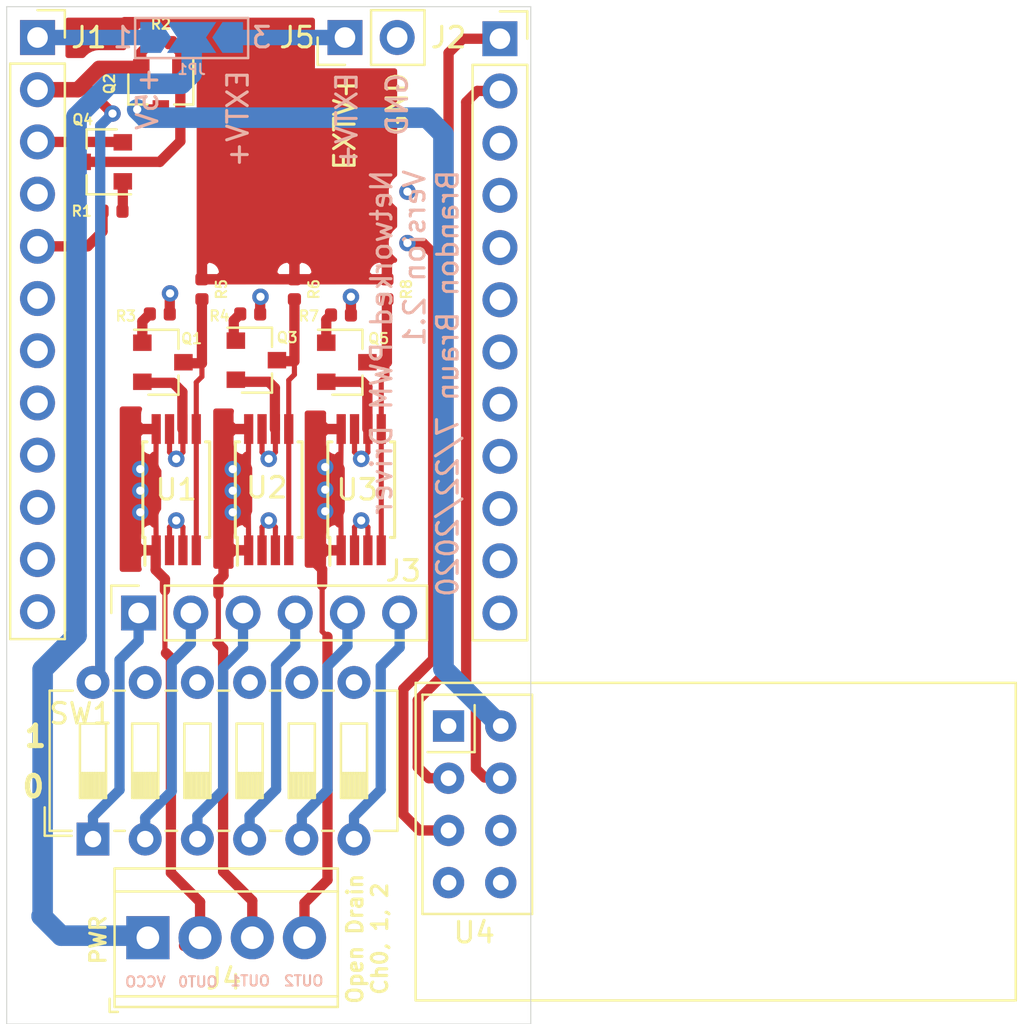
<source format=kicad_pcb>
(kicad_pcb (version 20171130) (host pcbnew "(5.1.5)-3")

  (general
    (thickness 1.6)
    (drawings 19)
    (tracks 265)
    (zones 0)
    (modules 24)
    (nets 46)
  )

  (page A4)
  (layers
    (0 F.Cu signal)
    (1 In1.Cu signal hide)
    (2 In2.Cu signal hide)
    (31 B.Cu signal)
    (32 B.Adhes user hide)
    (33 F.Adhes user hide)
    (34 B.Paste user)
    (35 F.Paste user hide)
    (36 B.SilkS user)
    (37 F.SilkS user)
    (38 B.Mask user hide)
    (39 F.Mask user hide)
    (40 Dwgs.User user)
    (41 Cmts.User user)
    (42 Eco1.User user)
    (43 Eco2.User user)
    (44 Edge.Cuts user)
    (45 Margin user hide)
    (46 B.CrtYd user hide)
    (47 F.CrtYd user hide)
    (48 B.Fab user hide)
    (49 F.Fab user hide)
  )

  (setup
    (last_trace_width 0.5)
    (user_trace_width 0.25)
    (user_trace_width 0.5)
    (user_trace_width 0.75)
    (user_trace_width 1)
    (user_trace_width 1.25)
    (user_trace_width 1.5)
    (user_trace_width 1.75)
    (user_trace_width 2)
    (user_trace_width 2.25)
    (user_trace_width 2.5)
    (trace_clearance 0.2)
    (zone_clearance 0.508)
    (zone_45_only no)
    (trace_min 0.2)
    (via_size 0.8)
    (via_drill 0.4)
    (via_min_size 0.45)
    (via_min_drill 0.2)
    (uvia_size 0.3)
    (uvia_drill 0.1)
    (uvias_allowed no)
    (uvia_min_size 0.2)
    (uvia_min_drill 0.1)
    (edge_width 0.05)
    (segment_width 0.2)
    (pcb_text_width 0.3)
    (pcb_text_size 1.5 1.5)
    (mod_edge_width 0.12)
    (mod_text_size 0.5 0.5)
    (mod_text_width 0.1)
    (pad_size 3.4 1.8)
    (pad_drill 0)
    (pad_to_mask_clearance 0)
    (solder_mask_min_width 0.25)
    (pad_to_paste_clearance_ratio -0.1)
    (aux_axis_origin 0 0)
    (visible_elements 7FFFFFFF)
    (pcbplotparams
      (layerselection 0x010fc_ffffffff)
      (usegerberextensions false)
      (usegerberattributes false)
      (usegerberadvancedattributes false)
      (creategerberjobfile false)
      (excludeedgelayer true)
      (linewidth 0.100000)
      (plotframeref false)
      (viasonmask false)
      (mode 1)
      (useauxorigin false)
      (hpglpennumber 1)
      (hpglpenspeed 20)
      (hpglpendiameter 15.000000)
      (psnegative false)
      (psa4output false)
      (plotreference true)
      (plotvalue true)
      (plotinvisibletext false)
      (padsonsilk false)
      (subtractmaskfromsilk false)
      (outputformat 1)
      (mirror false)
      (drillshape 0)
      (scaleselection 1)
      (outputdirectory "Artifacts"))
  )

  (net 0 "")
  (net 1 GND)
  (net 2 "Net-(J3-Pad6)")
  (net 3 "Net-(J3-Pad5)")
  (net 4 "Net-(J3-Pad4)")
  (net 5 "Net-(J3-Pad3)")
  (net 6 "Net-(J3-Pad2)")
  (net 7 "Net-(J3-Pad1)")
  (net 8 "Net-(Q1-Pad3)")
  (net 9 +3V3)
  (net 10 RADIO_PWR)
  (net 11 MISO)
  (net 12 MOSI)
  (net 13 SCK)
  (net 14 CS)
  (net 15 CE)
  (net 16 OUT2)
  (net 17 OUT3)
  (net 18 OUT1)
  (net 19 +5V)
  (net 20 DRV2)
  (net 21 DRV1)
  (net 22 DRV0)
  (net 23 VCCO)
  (net 24 "Net-(J5-Pad1)")
  (net 25 "Net-(Q3-Pad3)")
  (net 26 "Net-(Q5-Pad3)")
  (net 27 "Net-(J1-Pad9)")
  (net 28 "Net-(J1-Pad8)")
  (net 29 "Net-(J1-Pad7)")
  (net 30 "Net-(J1-Pad6)")
  (net 31 "Net-(J2-Pad12)")
  (net 32 "Net-(J2-Pad11)")
  (net 33 "Net-(J2-Pad10)")
  (net 34 "Net-(J2-Pad9)")
  (net 35 "Net-(J2-Pad8)")
  (net 36 "Net-(J2-Pad7)")
  (net 37 "Net-(J2-Pad6)")
  (net 38 "Net-(Q1-Pad1)")
  (net 39 "Net-(Q2-Pad1)")
  (net 40 "Net-(Q3-Pad1)")
  (net 41 "Net-(Q4-Pad1)")
  (net 42 "Net-(Q5-Pad1)")
  (net 43 "Net-(U4-Pad8)")
  (net 44 "Net-(Q2-Pad3)")
  (net 45 "Net-(J1-Pad10)")

  (net_class Default "This is the default net class."
    (clearance 0.2)
    (trace_width 0.25)
    (via_dia 0.8)
    (via_drill 0.4)
    (uvia_dia 0.3)
    (uvia_drill 0.1)
    (add_net +3V3)
    (add_net +5V)
    (add_net CE)
    (add_net CS)
    (add_net DRV0)
    (add_net DRV1)
    (add_net DRV2)
    (add_net GND)
    (add_net MISO)
    (add_net MOSI)
    (add_net "Net-(J1-Pad10)")
    (add_net "Net-(J1-Pad6)")
    (add_net "Net-(J1-Pad7)")
    (add_net "Net-(J1-Pad8)")
    (add_net "Net-(J1-Pad9)")
    (add_net "Net-(J2-Pad10)")
    (add_net "Net-(J2-Pad11)")
    (add_net "Net-(J2-Pad12)")
    (add_net "Net-(J2-Pad6)")
    (add_net "Net-(J2-Pad7)")
    (add_net "Net-(J2-Pad8)")
    (add_net "Net-(J2-Pad9)")
    (add_net "Net-(J3-Pad1)")
    (add_net "Net-(J3-Pad2)")
    (add_net "Net-(J3-Pad3)")
    (add_net "Net-(J3-Pad4)")
    (add_net "Net-(J3-Pad5)")
    (add_net "Net-(J3-Pad6)")
    (add_net "Net-(J5-Pad1)")
    (add_net "Net-(Q1-Pad1)")
    (add_net "Net-(Q1-Pad3)")
    (add_net "Net-(Q2-Pad1)")
    (add_net "Net-(Q2-Pad3)")
    (add_net "Net-(Q3-Pad1)")
    (add_net "Net-(Q3-Pad3)")
    (add_net "Net-(Q4-Pad1)")
    (add_net "Net-(Q5-Pad1)")
    (add_net "Net-(Q5-Pad3)")
    (add_net "Net-(U4-Pad8)")
    (add_net OUT1)
    (add_net OUT2)
    (add_net OUT3)
    (add_net RADIO_PWR)
    (add_net SCK)
    (add_net VCCO)
  )

  (net_class Signal ""
    (clearance 0.2)
    (trace_width 0.381)
    (via_dia 0.45)
    (via_drill 0.2)
    (uvia_dia 0.3)
    (uvia_drill 0.1)
  )

  (module Package_TO_SOT_SMD:SOT-23 (layer F.Cu) (tedit 5A02FF57) (tstamp 5F194896)
    (at 115.05 107.8)
    (descr "SOT-23, Standard")
    (tags SOT-23)
    (path /5F1A24D5)
    (attr smd)
    (fp_text reference Q5 (at 1.55 -1.15) (layer F.SilkS)
      (effects (font (size 0.5 0.5) (thickness 0.1)))
    )
    (fp_text value Si2302 (at 0 2.5) (layer F.Fab)
      (effects (font (size 1 1) (thickness 0.15)))
    )
    (fp_line (start 0.76 1.58) (end -0.7 1.58) (layer F.SilkS) (width 0.12))
    (fp_line (start 0.76 -1.58) (end -1.4 -1.58) (layer F.SilkS) (width 0.12))
    (fp_line (start -1.7 1.75) (end -1.7 -1.75) (layer F.CrtYd) (width 0.05))
    (fp_line (start 1.7 1.75) (end -1.7 1.75) (layer F.CrtYd) (width 0.05))
    (fp_line (start 1.7 -1.75) (end 1.7 1.75) (layer F.CrtYd) (width 0.05))
    (fp_line (start -1.7 -1.75) (end 1.7 -1.75) (layer F.CrtYd) (width 0.05))
    (fp_line (start 0.76 -1.58) (end 0.76 -0.65) (layer F.SilkS) (width 0.12))
    (fp_line (start 0.76 1.58) (end 0.76 0.65) (layer F.SilkS) (width 0.12))
    (fp_line (start -0.7 1.52) (end 0.7 1.52) (layer F.Fab) (width 0.1))
    (fp_line (start 0.7 -1.52) (end 0.7 1.52) (layer F.Fab) (width 0.1))
    (fp_line (start -0.7 -0.95) (end -0.15 -1.52) (layer F.Fab) (width 0.1))
    (fp_line (start -0.15 -1.52) (end 0.7 -1.52) (layer F.Fab) (width 0.1))
    (fp_line (start -0.7 -0.95) (end -0.7 1.5) (layer F.Fab) (width 0.1))
    (fp_text user %R (at 0 0 90) (layer F.Fab)
      (effects (font (size 0.5 0.5) (thickness 0.075)))
    )
    (pad 3 smd rect (at 1 0) (size 0.9 0.8) (layers F.Cu F.Paste F.Mask)
      (net 26 "Net-(Q5-Pad3)"))
    (pad 2 smd rect (at -1 0.95) (size 0.9 0.8) (layers F.Cu F.Paste F.Mask)
      (net 1 GND))
    (pad 1 smd rect (at -1 -0.95) (size 0.9 0.8) (layers F.Cu F.Paste F.Mask)
      (net 42 "Net-(Q5-Pad1)"))
    (model ${KISYS3DMOD}/Package_TO_SOT_SMD.3dshapes/SOT-23.wrl
      (at (xyz 0 0 0))
      (scale (xyz 1 1 1))
      (rotate (xyz 0 0 0))
    )
  )

  (module Package_TO_SOT_SMD:SOT-23 (layer F.Cu) (tedit 5A02FF57) (tstamp 5F194881)
    (at 103.15 98.05 180)
    (descr "SOT-23, Standard")
    (tags SOT-23)
    (path /5F1A4D6E)
    (attr smd)
    (fp_text reference Q4 (at 0.95 2.05) (layer F.SilkS)
      (effects (font (size 0.5 0.5) (thickness 0.1)))
    )
    (fp_text value Si2302 (at 0 2.5) (layer F.Fab)
      (effects (font (size 1 1) (thickness 0.15)))
    )
    (fp_line (start 0.76 1.58) (end -0.7 1.58) (layer F.SilkS) (width 0.12))
    (fp_line (start 0.76 -1.58) (end -1.4 -1.58) (layer F.SilkS) (width 0.12))
    (fp_line (start -1.7 1.75) (end -1.7 -1.75) (layer F.CrtYd) (width 0.05))
    (fp_line (start 1.7 1.75) (end -1.7 1.75) (layer F.CrtYd) (width 0.05))
    (fp_line (start 1.7 -1.75) (end 1.7 1.75) (layer F.CrtYd) (width 0.05))
    (fp_line (start -1.7 -1.75) (end 1.7 -1.75) (layer F.CrtYd) (width 0.05))
    (fp_line (start 0.76 -1.58) (end 0.76 -0.65) (layer F.SilkS) (width 0.12))
    (fp_line (start 0.76 1.58) (end 0.76 0.65) (layer F.SilkS) (width 0.12))
    (fp_line (start -0.7 1.52) (end 0.7 1.52) (layer F.Fab) (width 0.1))
    (fp_line (start 0.7 -1.52) (end 0.7 1.52) (layer F.Fab) (width 0.1))
    (fp_line (start -0.7 -0.95) (end -0.15 -1.52) (layer F.Fab) (width 0.1))
    (fp_line (start -0.15 -1.52) (end 0.7 -1.52) (layer F.Fab) (width 0.1))
    (fp_line (start -0.7 -0.95) (end -0.7 1.5) (layer F.Fab) (width 0.1))
    (fp_text user %R (at 0 0 90) (layer F.Fab)
      (effects (font (size 0.5 0.5) (thickness 0.075)))
    )
    (pad 3 smd rect (at 1 0 180) (size 0.9 0.8) (layers F.Cu F.Paste F.Mask)
      (net 39 "Net-(Q2-Pad1)"))
    (pad 2 smd rect (at -1 0.95 180) (size 0.9 0.8) (layers F.Cu F.Paste F.Mask)
      (net 1 GND))
    (pad 1 smd rect (at -1 -0.95 180) (size 0.9 0.8) (layers F.Cu F.Paste F.Mask)
      (net 41 "Net-(Q4-Pad1)"))
    (model ${KISYS3DMOD}/Package_TO_SOT_SMD.3dshapes/SOT-23.wrl
      (at (xyz 0 0 0))
      (scale (xyz 1 1 1))
      (rotate (xyz 0 0 0))
    )
  )

  (module Package_TO_SOT_SMD:SOT-23 (layer F.Cu) (tedit 5A02FF57) (tstamp 5F19486C)
    (at 110.65 107.7)
    (descr "SOT-23, Standard")
    (tags SOT-23)
    (path /5F19F66C)
    (attr smd)
    (fp_text reference Q3 (at 1.5 -1.1) (layer F.SilkS)
      (effects (font (size 0.5 0.5) (thickness 0.1)))
    )
    (fp_text value Si2302 (at 0 2.5) (layer F.Fab)
      (effects (font (size 1 1) (thickness 0.15)))
    )
    (fp_line (start 0.76 1.58) (end -0.7 1.58) (layer F.SilkS) (width 0.12))
    (fp_line (start 0.76 -1.58) (end -1.4 -1.58) (layer F.SilkS) (width 0.12))
    (fp_line (start -1.7 1.75) (end -1.7 -1.75) (layer F.CrtYd) (width 0.05))
    (fp_line (start 1.7 1.75) (end -1.7 1.75) (layer F.CrtYd) (width 0.05))
    (fp_line (start 1.7 -1.75) (end 1.7 1.75) (layer F.CrtYd) (width 0.05))
    (fp_line (start -1.7 -1.75) (end 1.7 -1.75) (layer F.CrtYd) (width 0.05))
    (fp_line (start 0.76 -1.58) (end 0.76 -0.65) (layer F.SilkS) (width 0.12))
    (fp_line (start 0.76 1.58) (end 0.76 0.65) (layer F.SilkS) (width 0.12))
    (fp_line (start -0.7 1.52) (end 0.7 1.52) (layer F.Fab) (width 0.1))
    (fp_line (start 0.7 -1.52) (end 0.7 1.52) (layer F.Fab) (width 0.1))
    (fp_line (start -0.7 -0.95) (end -0.15 -1.52) (layer F.Fab) (width 0.1))
    (fp_line (start -0.15 -1.52) (end 0.7 -1.52) (layer F.Fab) (width 0.1))
    (fp_line (start -0.7 -0.95) (end -0.7 1.5) (layer F.Fab) (width 0.1))
    (fp_text user %R (at 0 0 90) (layer F.Fab)
      (effects (font (size 0.5 0.5) (thickness 0.075)))
    )
    (pad 3 smd rect (at 1 0) (size 0.9 0.8) (layers F.Cu F.Paste F.Mask)
      (net 25 "Net-(Q3-Pad3)"))
    (pad 2 smd rect (at -1 0.95) (size 0.9 0.8) (layers F.Cu F.Paste F.Mask)
      (net 1 GND))
    (pad 1 smd rect (at -1 -0.95) (size 0.9 0.8) (layers F.Cu F.Paste F.Mask)
      (net 40 "Net-(Q3-Pad1)"))
    (model ${KISYS3DMOD}/Package_TO_SOT_SMD.3dshapes/SOT-23.wrl
      (at (xyz 0 0 0))
      (scale (xyz 1 1 1))
      (rotate (xyz 0 0 0))
    )
  )

  (module Package_TO_SOT_SMD:SOT-23 (layer F.Cu) (tedit 5A02FF57) (tstamp 5F19482F)
    (at 106.1 107.8)
    (descr "SOT-23, Standard")
    (tags SOT-23)
    (path /5F19AA9C)
    (attr smd)
    (fp_text reference Q1 (at 1.4 -1.15) (layer F.SilkS)
      (effects (font (size 0.5 0.5) (thickness 0.1)))
    )
    (fp_text value Si2302 (at 0 2.5) (layer F.Fab)
      (effects (font (size 1 1) (thickness 0.15)))
    )
    (fp_line (start 0.76 1.58) (end -0.7 1.58) (layer F.SilkS) (width 0.12))
    (fp_line (start 0.76 -1.58) (end -1.4 -1.58) (layer F.SilkS) (width 0.12))
    (fp_line (start -1.7 1.75) (end -1.7 -1.75) (layer F.CrtYd) (width 0.05))
    (fp_line (start 1.7 1.75) (end -1.7 1.75) (layer F.CrtYd) (width 0.05))
    (fp_line (start 1.7 -1.75) (end 1.7 1.75) (layer F.CrtYd) (width 0.05))
    (fp_line (start -1.7 -1.75) (end 1.7 -1.75) (layer F.CrtYd) (width 0.05))
    (fp_line (start 0.76 -1.58) (end 0.76 -0.65) (layer F.SilkS) (width 0.12))
    (fp_line (start 0.76 1.58) (end 0.76 0.65) (layer F.SilkS) (width 0.12))
    (fp_line (start -0.7 1.52) (end 0.7 1.52) (layer F.Fab) (width 0.1))
    (fp_line (start 0.7 -1.52) (end 0.7 1.52) (layer F.Fab) (width 0.1))
    (fp_line (start -0.7 -0.95) (end -0.15 -1.52) (layer F.Fab) (width 0.1))
    (fp_line (start -0.15 -1.52) (end 0.7 -1.52) (layer F.Fab) (width 0.1))
    (fp_line (start -0.7 -0.95) (end -0.7 1.5) (layer F.Fab) (width 0.1))
    (fp_text user %R (at 0 0 90) (layer F.Fab)
      (effects (font (size 0.5 0.5) (thickness 0.075)))
    )
    (pad 3 smd rect (at 1 0) (size 0.9 0.8) (layers F.Cu F.Paste F.Mask)
      (net 8 "Net-(Q1-Pad3)"))
    (pad 2 smd rect (at -1 0.95) (size 0.9 0.8) (layers F.Cu F.Paste F.Mask)
      (net 1 GND))
    (pad 1 smd rect (at -1 -0.95) (size 0.9 0.8) (layers F.Cu F.Paste F.Mask)
      (net 38 "Net-(Q1-Pad1)"))
    (model ${KISYS3DMOD}/Package_TO_SOT_SMD.3dshapes/SOT-23.wrl
      (at (xyz 0 0 0))
      (scale (xyz 1 1 1))
      (rotate (xyz 0 0 0))
    )
  )

  (module Package_SO:TSSOP-8_4.4x3mm_P0.65mm (layer F.Cu) (tedit 5A02F25C) (tstamp 5EE5D4DA)
    (at 106.75 114 90)
    (descr "8-Lead Plastic Thin Shrink Small Outline (ST)-4.4 mm Body [TSSOP] (see Microchip Packaging Specification 00000049BS.pdf)")
    (tags "SSOP 0.65")
    (path /5EE5491F)
    (attr smd)
    (fp_text reference U1 (at 0 0 180) (layer F.SilkS)
      (effects (font (size 1 1) (thickness 0.15)))
    )
    (fp_text value FS8205A (at 0 2.55 90) (layer F.Fab)
      (effects (font (size 1 1) (thickness 0.15)))
    )
    (fp_text user %R (at 0 0 90) (layer F.Fab)
      (effects (font (size 0.7 0.7) (thickness 0.15)))
    )
    (fp_line (start -2.325 -1.525) (end -3.675 -1.525) (layer F.SilkS) (width 0.15))
    (fp_line (start -2.325 1.625) (end 2.325 1.625) (layer F.SilkS) (width 0.15))
    (fp_line (start -2.325 -1.625) (end 2.325 -1.625) (layer F.SilkS) (width 0.15))
    (fp_line (start -2.325 1.625) (end -2.325 1.425) (layer F.SilkS) (width 0.15))
    (fp_line (start 2.325 1.625) (end 2.325 1.425) (layer F.SilkS) (width 0.15))
    (fp_line (start 2.325 -1.625) (end 2.325 -1.425) (layer F.SilkS) (width 0.15))
    (fp_line (start -2.325 -1.625) (end -2.325 -1.525) (layer F.SilkS) (width 0.15))
    (fp_line (start -3.95 1.8) (end 3.95 1.8) (layer F.CrtYd) (width 0.05))
    (fp_line (start -3.95 -1.8) (end 3.95 -1.8) (layer F.CrtYd) (width 0.05))
    (fp_line (start 3.95 -1.8) (end 3.95 1.8) (layer F.CrtYd) (width 0.05))
    (fp_line (start -3.95 -1.8) (end -3.95 1.8) (layer F.CrtYd) (width 0.05))
    (fp_line (start -2.2 -0.5) (end -1.2 -1.5) (layer F.Fab) (width 0.15))
    (fp_line (start -2.2 1.5) (end -2.2 -0.5) (layer F.Fab) (width 0.15))
    (fp_line (start 2.2 1.5) (end -2.2 1.5) (layer F.Fab) (width 0.15))
    (fp_line (start 2.2 -1.5) (end 2.2 1.5) (layer F.Fab) (width 0.15))
    (fp_line (start -1.2 -1.5) (end 2.2 -1.5) (layer F.Fab) (width 0.15))
    (pad 8 smd rect (at 2.95 -0.975 90) (size 1.45 0.45) (layers F.Cu F.Paste F.Mask)
      (net 22 DRV0))
    (pad 7 smd rect (at 2.95 -0.325 90) (size 1.45 0.45) (layers F.Cu F.Paste F.Mask)
      (net 1 GND))
    (pad 6 smd rect (at 2.95 0.325 90) (size 1.45 0.45) (layers F.Cu F.Paste F.Mask)
      (net 1 GND))
    (pad 5 smd rect (at 2.95 0.975 90) (size 1.45 0.45) (layers F.Cu F.Paste F.Mask)
      (net 8 "Net-(Q1-Pad3)"))
    (pad 4 smd rect (at -2.95 0.975 90) (size 1.45 0.45) (layers F.Cu F.Paste F.Mask)
      (net 8 "Net-(Q1-Pad3)"))
    (pad 3 smd rect (at -2.95 0.325 90) (size 1.45 0.45) (layers F.Cu F.Paste F.Mask)
      (net 1 GND))
    (pad 2 smd rect (at -2.95 -0.325 90) (size 1.45 0.45) (layers F.Cu F.Paste F.Mask)
      (net 1 GND))
    (pad 1 smd rect (at -2.95 -0.975 90) (size 1.45 0.45) (layers F.Cu F.Paste F.Mask)
      (net 22 DRV0))
    (model ${KISYS3DMOD}/Package_SO.3dshapes/TSSOP-8_4.4x3mm_P0.65mm.wrl
      (at (xyz 0 0 0))
      (scale (xyz 1 1 1))
      (rotate (xyz 0 0 0))
    )
  )

  (module Package_SO:TSSOP-8_4.4x3mm_P0.65mm (layer F.Cu) (tedit 5A02F25C) (tstamp 5EE5975A)
    (at 115.75 114 90)
    (descr "8-Lead Plastic Thin Shrink Small Outline (ST)-4.4 mm Body [TSSOP] (see Microchip Packaging Specification 00000049BS.pdf)")
    (tags "SSOP 0.65")
    (path /5EEF5F90)
    (attr smd)
    (fp_text reference U3 (at 0 -0.2 180) (layer F.SilkS)
      (effects (font (size 1 1) (thickness 0.15)))
    )
    (fp_text value FS8205A (at 0 2.55 90) (layer F.Fab)
      (effects (font (size 1 1) (thickness 0.15)))
    )
    (fp_text user %R (at 0 0 90) (layer F.Fab)
      (effects (font (size 0.7 0.7) (thickness 0.15)))
    )
    (fp_line (start -2.325 -1.525) (end -3.675 -1.525) (layer F.SilkS) (width 0.15))
    (fp_line (start -2.325 1.625) (end 2.325 1.625) (layer F.SilkS) (width 0.15))
    (fp_line (start -2.325 -1.625) (end 2.325 -1.625) (layer F.SilkS) (width 0.15))
    (fp_line (start -2.325 1.625) (end -2.325 1.425) (layer F.SilkS) (width 0.15))
    (fp_line (start 2.325 1.625) (end 2.325 1.425) (layer F.SilkS) (width 0.15))
    (fp_line (start 2.325 -1.625) (end 2.325 -1.425) (layer F.SilkS) (width 0.15))
    (fp_line (start -2.325 -1.625) (end -2.325 -1.525) (layer F.SilkS) (width 0.15))
    (fp_line (start -3.95 1.8) (end 3.95 1.8) (layer F.CrtYd) (width 0.05))
    (fp_line (start -3.95 -1.8) (end 3.95 -1.8) (layer F.CrtYd) (width 0.05))
    (fp_line (start 3.95 -1.8) (end 3.95 1.8) (layer F.CrtYd) (width 0.05))
    (fp_line (start -3.95 -1.8) (end -3.95 1.8) (layer F.CrtYd) (width 0.05))
    (fp_line (start -2.2 -0.5) (end -1.2 -1.5) (layer F.Fab) (width 0.15))
    (fp_line (start -2.2 1.5) (end -2.2 -0.5) (layer F.Fab) (width 0.15))
    (fp_line (start 2.2 1.5) (end -2.2 1.5) (layer F.Fab) (width 0.15))
    (fp_line (start 2.2 -1.5) (end 2.2 1.5) (layer F.Fab) (width 0.15))
    (fp_line (start -1.2 -1.5) (end 2.2 -1.5) (layer F.Fab) (width 0.15))
    (pad 8 smd rect (at 2.95 -0.975 90) (size 1.45 0.45) (layers F.Cu F.Paste F.Mask)
      (net 20 DRV2))
    (pad 7 smd rect (at 2.95 -0.325 90) (size 1.45 0.45) (layers F.Cu F.Paste F.Mask)
      (net 1 GND))
    (pad 6 smd rect (at 2.95 0.325 90) (size 1.45 0.45) (layers F.Cu F.Paste F.Mask)
      (net 1 GND))
    (pad 5 smd rect (at 2.95 0.975 90) (size 1.45 0.45) (layers F.Cu F.Paste F.Mask)
      (net 26 "Net-(Q5-Pad3)"))
    (pad 4 smd rect (at -2.95 0.975 90) (size 1.45 0.45) (layers F.Cu F.Paste F.Mask)
      (net 26 "Net-(Q5-Pad3)"))
    (pad 3 smd rect (at -2.95 0.325 90) (size 1.45 0.45) (layers F.Cu F.Paste F.Mask)
      (net 1 GND))
    (pad 2 smd rect (at -2.95 -0.325 90) (size 1.45 0.45) (layers F.Cu F.Paste F.Mask)
      (net 1 GND))
    (pad 1 smd rect (at -2.95 -0.975 90) (size 1.45 0.45) (layers F.Cu F.Paste F.Mask)
      (net 20 DRV2))
    (model ${KISYS3DMOD}/Package_SO.3dshapes/TSSOP-8_4.4x3mm_P0.65mm.wrl
      (at (xyz 0 0 0))
      (scale (xyz 1 1 1))
      (rotate (xyz 0 0 0))
    )
  )

  (module Package_SO:TSSOP-8_4.4x3mm_P0.65mm (layer F.Cu) (tedit 5A02F25C) (tstamp 5EE5973D)
    (at 111.25 114 90)
    (descr "8-Lead Plastic Thin Shrink Small Outline (ST)-4.4 mm Body [TSSOP] (see Microchip Packaging Specification 00000049BS.pdf)")
    (tags "SSOP 0.65")
    (path /5EEC3548)
    (attr smd)
    (fp_text reference U2 (at 0.1 -0.1 180) (layer F.SilkS)
      (effects (font (size 1 1) (thickness 0.15)))
    )
    (fp_text value FS8205A (at 0 2.55 90) (layer F.Fab)
      (effects (font (size 1 1) (thickness 0.15)))
    )
    (fp_text user %R (at 0 0 90) (layer F.Fab)
      (effects (font (size 0.7 0.7) (thickness 0.15)))
    )
    (fp_line (start -2.325 -1.525) (end -3.675 -1.525) (layer F.SilkS) (width 0.15))
    (fp_line (start -2.325 1.625) (end 2.325 1.625) (layer F.SilkS) (width 0.15))
    (fp_line (start -2.325 -1.625) (end 2.325 -1.625) (layer F.SilkS) (width 0.15))
    (fp_line (start -2.325 1.625) (end -2.325 1.425) (layer F.SilkS) (width 0.15))
    (fp_line (start 2.325 1.625) (end 2.325 1.425) (layer F.SilkS) (width 0.15))
    (fp_line (start 2.325 -1.625) (end 2.325 -1.425) (layer F.SilkS) (width 0.15))
    (fp_line (start -2.325 -1.625) (end -2.325 -1.525) (layer F.SilkS) (width 0.15))
    (fp_line (start -3.95 1.8) (end 3.95 1.8) (layer F.CrtYd) (width 0.05))
    (fp_line (start -3.95 -1.8) (end 3.95 -1.8) (layer F.CrtYd) (width 0.05))
    (fp_line (start 3.95 -1.8) (end 3.95 1.8) (layer F.CrtYd) (width 0.05))
    (fp_line (start -3.95 -1.8) (end -3.95 1.8) (layer F.CrtYd) (width 0.05))
    (fp_line (start -2.2 -0.5) (end -1.2 -1.5) (layer F.Fab) (width 0.15))
    (fp_line (start -2.2 1.5) (end -2.2 -0.5) (layer F.Fab) (width 0.15))
    (fp_line (start 2.2 1.5) (end -2.2 1.5) (layer F.Fab) (width 0.15))
    (fp_line (start 2.2 -1.5) (end 2.2 1.5) (layer F.Fab) (width 0.15))
    (fp_line (start -1.2 -1.5) (end 2.2 -1.5) (layer F.Fab) (width 0.15))
    (pad 8 smd rect (at 2.95 -0.975 90) (size 1.45 0.45) (layers F.Cu F.Paste F.Mask)
      (net 21 DRV1))
    (pad 7 smd rect (at 2.95 -0.325 90) (size 1.45 0.45) (layers F.Cu F.Paste F.Mask)
      (net 1 GND))
    (pad 6 smd rect (at 2.95 0.325 90) (size 1.45 0.45) (layers F.Cu F.Paste F.Mask)
      (net 1 GND))
    (pad 5 smd rect (at 2.95 0.975 90) (size 1.45 0.45) (layers F.Cu F.Paste F.Mask)
      (net 25 "Net-(Q3-Pad3)"))
    (pad 4 smd rect (at -2.95 0.975 90) (size 1.45 0.45) (layers F.Cu F.Paste F.Mask)
      (net 25 "Net-(Q3-Pad3)"))
    (pad 3 smd rect (at -2.95 0.325 90) (size 1.45 0.45) (layers F.Cu F.Paste F.Mask)
      (net 1 GND))
    (pad 2 smd rect (at -2.95 -0.325 90) (size 1.45 0.45) (layers F.Cu F.Paste F.Mask)
      (net 1 GND))
    (pad 1 smd rect (at -2.95 -0.975 90) (size 1.45 0.45) (layers F.Cu F.Paste F.Mask)
      (net 21 DRV1))
    (model ${KISYS3DMOD}/Package_SO.3dshapes/TSSOP-8_4.4x3mm_P0.65mm.wrl
      (at (xyz 0 0 0))
      (scale (xyz 1 1 1))
      (rotate (xyz 0 0 0))
    )
  )

  (module Resistor_SMD:R_0402_1005Metric (layer F.Cu) (tedit 5B301BBD) (tstamp 5EE59510)
    (at 117 104.25 90)
    (descr "Resistor SMD 0402 (1005 Metric), square (rectangular) end terminal, IPC_7351 nominal, (Body size source: http://www.tortai-tech.com/upload/download/2011102023233369053.pdf), generated with kicad-footprint-generator")
    (tags resistor)
    (path /5EEF5F9D)
    (attr smd)
    (fp_text reference R8 (at 0 0.95 90) (layer F.SilkS)
      (effects (font (size 0.5 0.5) (thickness 0.1)))
    )
    (fp_text value 10k (at 0 1.17 90) (layer F.Fab)
      (effects (font (size 1 1) (thickness 0.15)))
    )
    (fp_text user %R (at 0 0 90) (layer F.Fab)
      (effects (font (size 0.25 0.25) (thickness 0.04)))
    )
    (fp_line (start 0.93 0.47) (end -0.93 0.47) (layer F.CrtYd) (width 0.05))
    (fp_line (start 0.93 -0.47) (end 0.93 0.47) (layer F.CrtYd) (width 0.05))
    (fp_line (start -0.93 -0.47) (end 0.93 -0.47) (layer F.CrtYd) (width 0.05))
    (fp_line (start -0.93 0.47) (end -0.93 -0.47) (layer F.CrtYd) (width 0.05))
    (fp_line (start 0.5 0.25) (end -0.5 0.25) (layer F.Fab) (width 0.1))
    (fp_line (start 0.5 -0.25) (end 0.5 0.25) (layer F.Fab) (width 0.1))
    (fp_line (start -0.5 -0.25) (end 0.5 -0.25) (layer F.Fab) (width 0.1))
    (fp_line (start -0.5 0.25) (end -0.5 -0.25) (layer F.Fab) (width 0.1))
    (pad 2 smd roundrect (at 0.485 0 90) (size 0.59 0.64) (layers F.Cu F.Paste F.Mask) (roundrect_rratio 0.25)
      (net 19 +5V))
    (pad 1 smd roundrect (at -0.485 0 90) (size 0.59 0.64) (layers F.Cu F.Paste F.Mask) (roundrect_rratio 0.25)
      (net 26 "Net-(Q5-Pad3)"))
    (model ${KISYS3DMOD}/Resistor_SMD.3dshapes/R_0402_1005Metric.wrl
      (at (xyz 0 0 0))
      (scale (xyz 1 1 1))
      (rotate (xyz 0 0 0))
    )
  )

  (module Resistor_SMD:R_0402_1005Metric (layer F.Cu) (tedit 5B301BBD) (tstamp 5EE59501)
    (at 114.765 105.5 180)
    (descr "Resistor SMD 0402 (1005 Metric), square (rectangular) end terminal, IPC_7351 nominal, (Body size source: http://www.tortai-tech.com/upload/download/2011102023233369053.pdf), generated with kicad-footprint-generator")
    (tags resistor)
    (path /5EEF5FCD)
    (attr smd)
    (fp_text reference R7 (at 1.565 -0.05 180) (layer F.SilkS)
      (effects (font (size 0.5 0.5) (thickness 0.1)))
    )
    (fp_text value 1k (at 0 1.17 180) (layer F.Fab)
      (effects (font (size 1 1) (thickness 0.15)))
    )
    (fp_text user %R (at 0 0 180) (layer F.Fab)
      (effects (font (size 0.25 0.25) (thickness 0.04)))
    )
    (fp_line (start 0.93 0.47) (end -0.93 0.47) (layer F.CrtYd) (width 0.05))
    (fp_line (start 0.93 -0.47) (end 0.93 0.47) (layer F.CrtYd) (width 0.05))
    (fp_line (start -0.93 -0.47) (end 0.93 -0.47) (layer F.CrtYd) (width 0.05))
    (fp_line (start -0.93 0.47) (end -0.93 -0.47) (layer F.CrtYd) (width 0.05))
    (fp_line (start 0.5 0.25) (end -0.5 0.25) (layer F.Fab) (width 0.1))
    (fp_line (start 0.5 -0.25) (end 0.5 0.25) (layer F.Fab) (width 0.1))
    (fp_line (start -0.5 -0.25) (end 0.5 -0.25) (layer F.Fab) (width 0.1))
    (fp_line (start -0.5 0.25) (end -0.5 -0.25) (layer F.Fab) (width 0.1))
    (pad 2 smd roundrect (at 0.485 0 180) (size 0.59 0.64) (layers F.Cu F.Paste F.Mask) (roundrect_rratio 0.25)
      (net 42 "Net-(Q5-Pad1)"))
    (pad 1 smd roundrect (at -0.485 0 180) (size 0.59 0.64) (layers F.Cu F.Paste F.Mask) (roundrect_rratio 0.25)
      (net 17 OUT3))
    (model ${KISYS3DMOD}/Resistor_SMD.3dshapes/R_0402_1005Metric.wrl
      (at (xyz 0 0 0))
      (scale (xyz 1 1 1))
      (rotate (xyz 0 0 0))
    )
  )

  (module Resistor_SMD:R_0402_1005Metric (layer F.Cu) (tedit 5B301BBD) (tstamp 5EE594F2)
    (at 112.5 104.25 90)
    (descr "Resistor SMD 0402 (1005 Metric), square (rectangular) end terminal, IPC_7351 nominal, (Body size source: http://www.tortai-tech.com/upload/download/2011102023233369053.pdf), generated with kicad-footprint-generator")
    (tags resistor)
    (path /5EEC3555)
    (attr smd)
    (fp_text reference R6 (at 0 0.95 90) (layer F.SilkS)
      (effects (font (size 0.5 0.5) (thickness 0.1)))
    )
    (fp_text value 10k (at 0 1.17 90) (layer F.Fab)
      (effects (font (size 1 1) (thickness 0.15)))
    )
    (fp_text user %R (at 0 0 90) (layer F.Fab)
      (effects (font (size 0.25 0.25) (thickness 0.04)))
    )
    (fp_line (start 0.93 0.47) (end -0.93 0.47) (layer F.CrtYd) (width 0.05))
    (fp_line (start 0.93 -0.47) (end 0.93 0.47) (layer F.CrtYd) (width 0.05))
    (fp_line (start -0.93 -0.47) (end 0.93 -0.47) (layer F.CrtYd) (width 0.05))
    (fp_line (start -0.93 0.47) (end -0.93 -0.47) (layer F.CrtYd) (width 0.05))
    (fp_line (start 0.5 0.25) (end -0.5 0.25) (layer F.Fab) (width 0.1))
    (fp_line (start 0.5 -0.25) (end 0.5 0.25) (layer F.Fab) (width 0.1))
    (fp_line (start -0.5 -0.25) (end 0.5 -0.25) (layer F.Fab) (width 0.1))
    (fp_line (start -0.5 0.25) (end -0.5 -0.25) (layer F.Fab) (width 0.1))
    (pad 2 smd roundrect (at 0.485 0 90) (size 0.59 0.64) (layers F.Cu F.Paste F.Mask) (roundrect_rratio 0.25)
      (net 19 +5V))
    (pad 1 smd roundrect (at -0.485 0 90) (size 0.59 0.64) (layers F.Cu F.Paste F.Mask) (roundrect_rratio 0.25)
      (net 25 "Net-(Q3-Pad3)"))
    (model ${KISYS3DMOD}/Resistor_SMD.3dshapes/R_0402_1005Metric.wrl
      (at (xyz 0 0 0))
      (scale (xyz 1 1 1))
      (rotate (xyz 0 0 0))
    )
  )

  (module Resistor_SMD:R_0402_1005Metric (layer F.Cu) (tedit 5B301BBD) (tstamp 5EE594E3)
    (at 108 104.25 90)
    (descr "Resistor SMD 0402 (1005 Metric), square (rectangular) end terminal, IPC_7351 nominal, (Body size source: http://www.tortai-tech.com/upload/download/2011102023233369053.pdf), generated with kicad-footprint-generator")
    (tags resistor)
    (path /5EE9B50F)
    (attr smd)
    (fp_text reference R5 (at 0 0.95 270) (layer F.SilkS)
      (effects (font (size 0.5 0.5) (thickness 0.1)))
    )
    (fp_text value 10k (at 0 1.17 90) (layer F.Fab)
      (effects (font (size 1 1) (thickness 0.15)))
    )
    (fp_text user %R (at 0 0 90) (layer F.Fab)
      (effects (font (size 0.25 0.25) (thickness 0.04)))
    )
    (fp_line (start 0.93 0.47) (end -0.93 0.47) (layer F.CrtYd) (width 0.05))
    (fp_line (start 0.93 -0.47) (end 0.93 0.47) (layer F.CrtYd) (width 0.05))
    (fp_line (start -0.93 -0.47) (end 0.93 -0.47) (layer F.CrtYd) (width 0.05))
    (fp_line (start -0.93 0.47) (end -0.93 -0.47) (layer F.CrtYd) (width 0.05))
    (fp_line (start 0.5 0.25) (end -0.5 0.25) (layer F.Fab) (width 0.1))
    (fp_line (start 0.5 -0.25) (end 0.5 0.25) (layer F.Fab) (width 0.1))
    (fp_line (start -0.5 -0.25) (end 0.5 -0.25) (layer F.Fab) (width 0.1))
    (fp_line (start -0.5 0.25) (end -0.5 -0.25) (layer F.Fab) (width 0.1))
    (pad 2 smd roundrect (at 0.485 0 90) (size 0.59 0.64) (layers F.Cu F.Paste F.Mask) (roundrect_rratio 0.25)
      (net 19 +5V))
    (pad 1 smd roundrect (at -0.485 0 90) (size 0.59 0.64) (layers F.Cu F.Paste F.Mask) (roundrect_rratio 0.25)
      (net 8 "Net-(Q1-Pad3)"))
    (model ${KISYS3DMOD}/Resistor_SMD.3dshapes/R_0402_1005Metric.wrl
      (at (xyz 0 0 0))
      (scale (xyz 1 1 1))
      (rotate (xyz 0 0 0))
    )
  )

  (module Resistor_SMD:R_0402_1005Metric (layer F.Cu) (tedit 5B301BBD) (tstamp 5EE594D4)
    (at 110.35 105.45 180)
    (descr "Resistor SMD 0402 (1005 Metric), square (rectangular) end terminal, IPC_7351 nominal, (Body size source: http://www.tortai-tech.com/upload/download/2011102023233369053.pdf), generated with kicad-footprint-generator")
    (tags resistor)
    (path /5EEC3585)
    (attr smd)
    (fp_text reference R4 (at 1.5 -0.1 180) (layer F.SilkS)
      (effects (font (size 0.5 0.5) (thickness 0.1)))
    )
    (fp_text value 1k (at 0 1.17 180) (layer F.Fab)
      (effects (font (size 1 1) (thickness 0.15)))
    )
    (fp_text user %R (at 0 0 180) (layer F.Fab)
      (effects (font (size 0.25 0.25) (thickness 0.04)))
    )
    (fp_line (start 0.93 0.47) (end -0.93 0.47) (layer F.CrtYd) (width 0.05))
    (fp_line (start 0.93 -0.47) (end 0.93 0.47) (layer F.CrtYd) (width 0.05))
    (fp_line (start -0.93 -0.47) (end 0.93 -0.47) (layer F.CrtYd) (width 0.05))
    (fp_line (start -0.93 0.47) (end -0.93 -0.47) (layer F.CrtYd) (width 0.05))
    (fp_line (start 0.5 0.25) (end -0.5 0.25) (layer F.Fab) (width 0.1))
    (fp_line (start 0.5 -0.25) (end 0.5 0.25) (layer F.Fab) (width 0.1))
    (fp_line (start -0.5 -0.25) (end 0.5 -0.25) (layer F.Fab) (width 0.1))
    (fp_line (start -0.5 0.25) (end -0.5 -0.25) (layer F.Fab) (width 0.1))
    (pad 2 smd roundrect (at 0.485 0 180) (size 0.59 0.64) (layers F.Cu F.Paste F.Mask) (roundrect_rratio 0.25)
      (net 40 "Net-(Q3-Pad1)"))
    (pad 1 smd roundrect (at -0.485 0 180) (size 0.59 0.64) (layers F.Cu F.Paste F.Mask) (roundrect_rratio 0.25)
      (net 16 OUT2))
    (model ${KISYS3DMOD}/Resistor_SMD.3dshapes/R_0402_1005Metric.wrl
      (at (xyz 0 0 0))
      (scale (xyz 1 1 1))
      (rotate (xyz 0 0 0))
    )
  )

  (module Resistor_SMD:R_0402_1005Metric (layer F.Cu) (tedit 5B301BBD) (tstamp 5EE594C5)
    (at 105.95 105.45 180)
    (descr "Resistor SMD 0402 (1005 Metric), square (rectangular) end terminal, IPC_7351 nominal, (Body size source: http://www.tortai-tech.com/upload/download/2011102023233369053.pdf), generated with kicad-footprint-generator")
    (tags resistor)
    (path /5EEABE82)
    (attr smd)
    (fp_text reference R3 (at 1.65 -0.1 180) (layer F.SilkS)
      (effects (font (size 0.5 0.5) (thickness 0.1)))
    )
    (fp_text value 1k (at 0 1.17 180) (layer F.Fab)
      (effects (font (size 1 1) (thickness 0.15)))
    )
    (fp_text user %R (at 0 0 180) (layer F.Fab)
      (effects (font (size 0.25 0.25) (thickness 0.04)))
    )
    (fp_line (start 0.93 0.47) (end -0.93 0.47) (layer F.CrtYd) (width 0.05))
    (fp_line (start 0.93 -0.47) (end 0.93 0.47) (layer F.CrtYd) (width 0.05))
    (fp_line (start -0.93 -0.47) (end 0.93 -0.47) (layer F.CrtYd) (width 0.05))
    (fp_line (start -0.93 0.47) (end -0.93 -0.47) (layer F.CrtYd) (width 0.05))
    (fp_line (start 0.5 0.25) (end -0.5 0.25) (layer F.Fab) (width 0.1))
    (fp_line (start 0.5 -0.25) (end 0.5 0.25) (layer F.Fab) (width 0.1))
    (fp_line (start -0.5 -0.25) (end 0.5 -0.25) (layer F.Fab) (width 0.1))
    (fp_line (start -0.5 0.25) (end -0.5 -0.25) (layer F.Fab) (width 0.1))
    (pad 2 smd roundrect (at 0.485 0 180) (size 0.59 0.64) (layers F.Cu F.Paste F.Mask) (roundrect_rratio 0.25)
      (net 38 "Net-(Q1-Pad1)"))
    (pad 1 smd roundrect (at -0.485 0 180) (size 0.59 0.64) (layers F.Cu F.Paste F.Mask) (roundrect_rratio 0.25)
      (net 18 OUT1))
    (model ${KISYS3DMOD}/Resistor_SMD.3dshapes/R_0402_1005Metric.wrl
      (at (xyz 0 0 0))
      (scale (xyz 1 1 1))
      (rotate (xyz 0 0 0))
    )
  )

  (module Jumper:SolderJumper-3_P2.0mm_Open_TrianglePad1.0x1.5mm_NumberLabels (layer B.Cu) (tedit 5A6480B6) (tstamp 5EE5940B)
    (at 107.5 92)
    (descr "SMD Solder Jumper, 1x1.5mm Triangular Pads, 0.3mm gap, open, labeled with numbers")
    (tags "solder jumper open")
    (path /5EF1E891)
    (attr virtual)
    (fp_text reference JP1 (at 0 1.55) (layer B.SilkS)
      (effects (font (size 0.5 0.5) (thickness 0.1)) (justify mirror))
    )
    (fp_text value SolderJumper_3_Open (at 0.725 -1.925) (layer B.Fab)
      (effects (font (size 1 1) (thickness 0.15)) (justify mirror))
    )
    (fp_line (start 3 -1.25) (end -2.98 -1.25) (layer B.CrtYd) (width 0.05))
    (fp_line (start 3 -1.25) (end 3 1.27) (layer B.CrtYd) (width 0.05))
    (fp_line (start -2.98 1.27) (end -2.98 -1.25) (layer B.CrtYd) (width 0.05))
    (fp_line (start -2.98 1.27) (end 3 1.27) (layer B.CrtYd) (width 0.05))
    (fp_line (start -2.75 1) (end 2.75 1) (layer B.SilkS) (width 0.12))
    (fp_line (start 2.75 1) (end 2.75 -0.95) (layer B.SilkS) (width 0.12))
    (fp_line (start 2.75 -0.95) (end -2.75 -0.95) (layer B.SilkS) (width 0.12))
    (fp_line (start -2.75 -0.95) (end -2.75 1) (layer B.SilkS) (width 0.12))
    (fp_text user 1 (at -3.35 0) (layer B.SilkS)
      (effects (font (size 1 1) (thickness 0.15)) (justify mirror))
    )
    (fp_text user 3 (at 3.4 0) (layer B.SilkS)
      (effects (font (size 1 1) (thickness 0.15)) (justify mirror))
    )
    (pad 3 smd custom (at 2 0 180) (size 0.3 0.3) (layers B.Cu B.Mask)
      (net 24 "Net-(J5-Pad1)") (zone_connect 2)
      (options (clearance outline) (anchor rect))
      (primitives
        (gr_poly (pts
           (xy -0.5 0.75) (xy 0.5 0.75) (xy 1 0) (xy 0.5 -0.75) (xy -0.5 -0.75)
) (width 0))
      ))
    (pad 2 smd custom (at 0 0) (size 0.3 0.3) (layers B.Cu)
      (net 23 VCCO) (zone_connect 2)
      (options (clearance outline) (anchor rect))
      (primitives
        (gr_poly (pts
           (xy -1.2 0.75) (xy 1.2 0.75) (xy 0.7 0) (xy 1.2 -0.75) (xy -1.2 -0.75)
           (xy -0.7 0)) (width 0))
      ))
    (pad 1 smd custom (at -2 0) (size 0.3 0.3) (layers B.Cu B.Mask)
      (net 19 +5V) (zone_connect 2)
      (options (clearance outline) (anchor rect))
      (primitives
        (gr_poly (pts
           (xy -0.5 0.75) (xy 0.5 0.75) (xy 1 0) (xy 0.5 -0.75) (xy -0.5 -0.75)
) (width 0))
      ))
    (pad "" smd rect (at -1.2 0) (size 1.5 1.5) (layers B.Mask))
    (pad "" smd rect (at 1.2 0) (size 1.5 1.5) (layers B.Mask))
  )

  (module Connector_PinHeader_2.54mm:PinHeader_1x02_P2.54mm_Vertical (layer F.Cu) (tedit 59FED5CC) (tstamp 5EE593F8)
    (at 114.96 92 90)
    (descr "Through hole straight pin header, 1x02, 2.54mm pitch, single row")
    (tags "Through hole pin header THT 1x02 2.54mm single row")
    (path /5EF21204)
    (fp_text reference J5 (at 0 -2.33 180) (layer F.SilkS)
      (effects (font (size 1 1) (thickness 0.15)))
    )
    (fp_text value ExtVCC (at 0 4.87 90) (layer F.Fab)
      (effects (font (size 1 1) (thickness 0.15)))
    )
    (fp_text user %R (at 0 1.27 180) (layer F.Fab)
      (effects (font (size 1 1) (thickness 0.15)))
    )
    (fp_line (start 1.8 -1.8) (end -1.8 -1.8) (layer F.CrtYd) (width 0.05))
    (fp_line (start 1.8 4.35) (end 1.8 -1.8) (layer F.CrtYd) (width 0.05))
    (fp_line (start -1.8 4.35) (end 1.8 4.35) (layer F.CrtYd) (width 0.05))
    (fp_line (start -1.8 -1.8) (end -1.8 4.35) (layer F.CrtYd) (width 0.05))
    (fp_line (start -1.33 -1.33) (end 0 -1.33) (layer F.SilkS) (width 0.12))
    (fp_line (start -1.33 0) (end -1.33 -1.33) (layer F.SilkS) (width 0.12))
    (fp_line (start -1.33 1.27) (end 1.33 1.27) (layer F.SilkS) (width 0.12))
    (fp_line (start 1.33 1.27) (end 1.33 3.87) (layer F.SilkS) (width 0.12))
    (fp_line (start -1.33 1.27) (end -1.33 3.87) (layer F.SilkS) (width 0.12))
    (fp_line (start -1.33 3.87) (end 1.33 3.87) (layer F.SilkS) (width 0.12))
    (fp_line (start -1.27 -0.635) (end -0.635 -1.27) (layer F.Fab) (width 0.1))
    (fp_line (start -1.27 3.81) (end -1.27 -0.635) (layer F.Fab) (width 0.1))
    (fp_line (start 1.27 3.81) (end -1.27 3.81) (layer F.Fab) (width 0.1))
    (fp_line (start 1.27 -1.27) (end 1.27 3.81) (layer F.Fab) (width 0.1))
    (fp_line (start -0.635 -1.27) (end 1.27 -1.27) (layer F.Fab) (width 0.1))
    (pad 2 thru_hole oval (at 0 2.54 90) (size 1.7 1.7) (drill 1) (layers *.Cu *.Mask)
      (net 1 GND))
    (pad 1 thru_hole rect (at 0 0 90) (size 1.7 1.7) (drill 1) (layers *.Cu *.Mask)
      (net 24 "Net-(J5-Pad1)"))
    (model ${KISYS3DMOD}/Connector_PinHeader_2.54mm.3dshapes/PinHeader_1x02_P2.54mm_Vertical.wrl
      (at (xyz 0 0 0))
      (scale (xyz 1 1 1))
      (rotate (xyz 0 0 0))
    )
  )

  (module RF_Module:nRF24L01_Breakout locked (layer F.Cu) (tedit 5A056C61) (tstamp 5EE57964)
    (at 120 125.5)
    (descr "nRF24L01 breakout board")
    (tags "nRF24L01 adapter breakout")
    (path /5EE5133C)
    (fp_text reference U4 (at 1.25 10.05) (layer F.SilkS)
      (effects (font (size 1 1) (thickness 0.15)))
    )
    (fp_text value NRF24L01_Breakout (at 13 5) (layer F.Fab)
      (effects (font (size 1 1) (thickness 0.15)))
    )
    (fp_text user %R (at 12.5 2.5) (layer F.Fab)
      (effects (font (size 1 1) (thickness 0.15)))
    )
    (fp_line (start 27.75 -2.25) (end 27.75 -2.25) (layer F.CrtYd) (width 0.05))
    (fp_line (start 27.75 13.5) (end 27.75 -2.25) (layer F.CrtYd) (width 0.05))
    (fp_line (start -1.75 13.5) (end 27.75 13.5) (layer F.CrtYd) (width 0.05))
    (fp_line (start -1.75 -2.25) (end -1.75 13.5) (layer F.CrtYd) (width 0.05))
    (fp_line (start 27.75 -2.25) (end -1.75 -2.25) (layer F.CrtYd) (width 0.05))
    (fp_line (start -1.27 -1.524) (end -1.27 -1.524) (layer F.SilkS) (width 0.12))
    (fp_line (start -1.27 9.144) (end -1.27 -1.524) (layer F.SilkS) (width 0.12))
    (fp_line (start -1.6 -2.1) (end -1.6 -2.1) (layer F.SilkS) (width 0.12))
    (fp_line (start -1.6 13.35) (end -1.6 -2.1) (layer F.SilkS) (width 0.12))
    (fp_line (start 27.6 13.35) (end -1.6 13.35) (layer F.SilkS) (width 0.12))
    (fp_line (start 27.6 -2.1) (end 27.6 13.35) (layer F.SilkS) (width 0.12))
    (fp_line (start -1.6 -2.1) (end 27.6 -2.1) (layer F.SilkS) (width 0.12))
    (fp_line (start -1.016 1.27) (end -1.016 1.27) (layer F.SilkS) (width 0.12))
    (fp_line (start 1.27 1.27) (end -1.016 1.27) (layer F.SilkS) (width 0.12))
    (fp_line (start 1.27 -1.016) (end 1.27 1.27) (layer F.SilkS) (width 0.12))
    (fp_line (start -1.27 9.144) (end -1.27 9.144) (layer F.SilkS) (width 0.12))
    (fp_line (start 4.064 9.144) (end -1.27 9.144) (layer F.SilkS) (width 0.12))
    (fp_line (start 4.064 -1.524) (end 4.064 9.144) (layer F.SilkS) (width 0.12))
    (fp_line (start -1.27 -1.524) (end 4.064 -1.524) (layer F.SilkS) (width 0.12))
    (fp_line (start -1.27 -1.27) (end -1.27 -1.27) (layer F.Fab) (width 0.1))
    (fp_line (start -1.27 8.89) (end -1.27 -1.27) (layer F.Fab) (width 0.1))
    (fp_line (start 3.81 8.89) (end -1.27 8.89) (layer F.Fab) (width 0.1))
    (fp_line (start 3.81 -1.27) (end 3.81 8.89) (layer F.Fab) (width 0.1))
    (fp_line (start -1.27 -1.27) (end 3.81 -1.27) (layer F.Fab) (width 0.1))
    (fp_line (start -1.5 -2) (end -1.5 -2) (layer F.Fab) (width 0.1))
    (fp_line (start -1.5 13.25) (end -1.5 -2) (layer F.Fab) (width 0.1))
    (fp_line (start 27.5 13.25) (end -1.5 13.25) (layer F.Fab) (width 0.1))
    (fp_line (start 27.5 -2) (end 27.5 13.25) (layer F.Fab) (width 0.1))
    (fp_line (start -1.5 -2) (end 27.5 -2) (layer F.Fab) (width 0.1))
    (pad 8 thru_hole circle (at 2.54 7.62) (size 1.524 1.524) (drill 0.762) (layers *.Cu *.Mask)
      (net 43 "Net-(U4-Pad8)"))
    (pad 7 thru_hole circle (at 0 7.62) (size 1.524 1.524) (drill 0.762) (layers *.Cu *.Mask)
      (net 11 MISO))
    (pad 6 thru_hole circle (at 2.54 5.08) (size 1.524 1.524) (drill 0.762) (layers *.Cu *.Mask)
      (net 12 MOSI))
    (pad 5 thru_hole circle (at 0 5.08) (size 1.524 1.524) (drill 0.762) (layers *.Cu *.Mask)
      (net 13 SCK))
    (pad 4 thru_hole circle (at 2.54 2.54) (size 1.524 1.524) (drill 0.762) (layers *.Cu *.Mask)
      (net 14 CS))
    (pad 3 thru_hole circle (at 0 2.54) (size 1.524 1.524) (drill 0.762) (layers *.Cu *.Mask)
      (net 15 CE))
    (pad 2 thru_hole circle (at 2.54 0) (size 1.524 1.524) (drill 0.762) (layers *.Cu *.Mask)
      (net 44 "Net-(Q2-Pad3)"))
    (pad 1 thru_hole rect (at 0 0) (size 1.524 1.524) (drill 0.762) (layers *.Cu *.Mask)
      (net 1 GND))
    (model ${KISYS3DMOD}/RF_Module.3dshapes/nRF24L01_Breakout.wrl
      (at (xyz 0 0 0))
      (scale (xyz 1 1 1))
      (rotate (xyz 0 0 0))
    )
  )

  (module Button_Switch_THT:SW_DIP_SPSTx06_Slide_6.7x16.8mm_W7.62mm_P2.54mm_LowProfile locked (layer F.Cu) (tedit 5A4E1405) (tstamp 5EFD6EE6)
    (at 102.7 131 90)
    (descr "6x-dip-switch SPST , Slide, row spacing 7.62 mm (300 mils), body size 6.7x16.8mm (see e.g. https://www.ctscorp.com/wp-content/uploads/209-210.pdf), LowProfile")
    (tags "DIP Switch SPST Slide 7.62mm 300mil LowProfile")
    (path /5EE5E73B)
    (fp_text reference SW1 (at 6.1 -0.6 180) (layer F.SilkS)
      (effects (font (size 1 1) (thickness 0.15)))
    )
    (fp_text value SW_DIP_x06 (at 3.81 15.81 90) (layer F.Fab)
      (effects (font (size 1 1) (thickness 0.15)))
    )
    (fp_text user on (at 4.485 -1.3425 90) (layer F.Fab)
      (effects (font (size 0.8 0.8) (thickness 0.12)))
    )
    (fp_text user %R (at 6.39 6.35 180) (layer F.Fab)
      (effects (font (size 0.8 0.8) (thickness 0.12)))
    )
    (fp_line (start 8.7 -2.4) (end -1.1 -2.4) (layer F.CrtYd) (width 0.05))
    (fp_line (start 8.7 15.1) (end 8.7 -2.4) (layer F.CrtYd) (width 0.05))
    (fp_line (start -1.1 15.1) (end 8.7 15.1) (layer F.CrtYd) (width 0.05))
    (fp_line (start -1.1 -2.4) (end -1.1 15.1) (layer F.CrtYd) (width 0.05))
    (fp_line (start 3.206667 12.065) (end 3.206667 13.335) (layer F.SilkS) (width 0.12))
    (fp_line (start 2 13.265) (end 3.206667 13.265) (layer F.SilkS) (width 0.12))
    (fp_line (start 2 13.145) (end 3.206667 13.145) (layer F.SilkS) (width 0.12))
    (fp_line (start 2 13.025) (end 3.206667 13.025) (layer F.SilkS) (width 0.12))
    (fp_line (start 2 12.905) (end 3.206667 12.905) (layer F.SilkS) (width 0.12))
    (fp_line (start 2 12.785) (end 3.206667 12.785) (layer F.SilkS) (width 0.12))
    (fp_line (start 2 12.665) (end 3.206667 12.665) (layer F.SilkS) (width 0.12))
    (fp_line (start 2 12.545) (end 3.206667 12.545) (layer F.SilkS) (width 0.12))
    (fp_line (start 2 12.425) (end 3.206667 12.425) (layer F.SilkS) (width 0.12))
    (fp_line (start 2 12.305) (end 3.206667 12.305) (layer F.SilkS) (width 0.12))
    (fp_line (start 2 12.185) (end 3.206667 12.185) (layer F.SilkS) (width 0.12))
    (fp_line (start 5.62 12.065) (end 2 12.065) (layer F.SilkS) (width 0.12))
    (fp_line (start 5.62 13.335) (end 5.62 12.065) (layer F.SilkS) (width 0.12))
    (fp_line (start 2 13.335) (end 5.62 13.335) (layer F.SilkS) (width 0.12))
    (fp_line (start 2 12.065) (end 2 13.335) (layer F.SilkS) (width 0.12))
    (fp_line (start 3.206667 9.525) (end 3.206667 10.795) (layer F.SilkS) (width 0.12))
    (fp_line (start 2 10.725) (end 3.206667 10.725) (layer F.SilkS) (width 0.12))
    (fp_line (start 2 10.605) (end 3.206667 10.605) (layer F.SilkS) (width 0.12))
    (fp_line (start 2 10.485) (end 3.206667 10.485) (layer F.SilkS) (width 0.12))
    (fp_line (start 2 10.365) (end 3.206667 10.365) (layer F.SilkS) (width 0.12))
    (fp_line (start 2 10.245) (end 3.206667 10.245) (layer F.SilkS) (width 0.12))
    (fp_line (start 2 10.125) (end 3.206667 10.125) (layer F.SilkS) (width 0.12))
    (fp_line (start 2 10.005) (end 3.206667 10.005) (layer F.SilkS) (width 0.12))
    (fp_line (start 2 9.885) (end 3.206667 9.885) (layer F.SilkS) (width 0.12))
    (fp_line (start 2 9.765) (end 3.206667 9.765) (layer F.SilkS) (width 0.12))
    (fp_line (start 2 9.645) (end 3.206667 9.645) (layer F.SilkS) (width 0.12))
    (fp_line (start 5.62 9.525) (end 2 9.525) (layer F.SilkS) (width 0.12))
    (fp_line (start 5.62 10.795) (end 5.62 9.525) (layer F.SilkS) (width 0.12))
    (fp_line (start 2 10.795) (end 5.62 10.795) (layer F.SilkS) (width 0.12))
    (fp_line (start 2 9.525) (end 2 10.795) (layer F.SilkS) (width 0.12))
    (fp_line (start 3.206667 6.985) (end 3.206667 8.255) (layer F.SilkS) (width 0.12))
    (fp_line (start 2 8.185) (end 3.206667 8.185) (layer F.SilkS) (width 0.12))
    (fp_line (start 2 8.065) (end 3.206667 8.065) (layer F.SilkS) (width 0.12))
    (fp_line (start 2 7.945) (end 3.206667 7.945) (layer F.SilkS) (width 0.12))
    (fp_line (start 2 7.825) (end 3.206667 7.825) (layer F.SilkS) (width 0.12))
    (fp_line (start 2 7.705) (end 3.206667 7.705) (layer F.SilkS) (width 0.12))
    (fp_line (start 2 7.585) (end 3.206667 7.585) (layer F.SilkS) (width 0.12))
    (fp_line (start 2 7.465) (end 3.206667 7.465) (layer F.SilkS) (width 0.12))
    (fp_line (start 2 7.345) (end 3.206667 7.345) (layer F.SilkS) (width 0.12))
    (fp_line (start 2 7.225) (end 3.206667 7.225) (layer F.SilkS) (width 0.12))
    (fp_line (start 2 7.105) (end 3.206667 7.105) (layer F.SilkS) (width 0.12))
    (fp_line (start 5.62 6.985) (end 2 6.985) (layer F.SilkS) (width 0.12))
    (fp_line (start 5.62 8.255) (end 5.62 6.985) (layer F.SilkS) (width 0.12))
    (fp_line (start 2 8.255) (end 5.62 8.255) (layer F.SilkS) (width 0.12))
    (fp_line (start 2 6.985) (end 2 8.255) (layer F.SilkS) (width 0.12))
    (fp_line (start 3.206667 4.445) (end 3.206667 5.715) (layer F.SilkS) (width 0.12))
    (fp_line (start 2 5.645) (end 3.206667 5.645) (layer F.SilkS) (width 0.12))
    (fp_line (start 2 5.525) (end 3.206667 5.525) (layer F.SilkS) (width 0.12))
    (fp_line (start 2 5.405) (end 3.206667 5.405) (layer F.SilkS) (width 0.12))
    (fp_line (start 2 5.285) (end 3.206667 5.285) (layer F.SilkS) (width 0.12))
    (fp_line (start 2 5.165) (end 3.206667 5.165) (layer F.SilkS) (width 0.12))
    (fp_line (start 2 5.045) (end 3.206667 5.045) (layer F.SilkS) (width 0.12))
    (fp_line (start 2 4.925) (end 3.206667 4.925) (layer F.SilkS) (width 0.12))
    (fp_line (start 2 4.805) (end 3.206667 4.805) (layer F.SilkS) (width 0.12))
    (fp_line (start 2 4.685) (end 3.206667 4.685) (layer F.SilkS) (width 0.12))
    (fp_line (start 2 4.565) (end 3.206667 4.565) (layer F.SilkS) (width 0.12))
    (fp_line (start 5.62 4.445) (end 2 4.445) (layer F.SilkS) (width 0.12))
    (fp_line (start 5.62 5.715) (end 5.62 4.445) (layer F.SilkS) (width 0.12))
    (fp_line (start 2 5.715) (end 5.62 5.715) (layer F.SilkS) (width 0.12))
    (fp_line (start 2 4.445) (end 2 5.715) (layer F.SilkS) (width 0.12))
    (fp_line (start 3.206667 1.905) (end 3.206667 3.175) (layer F.SilkS) (width 0.12))
    (fp_line (start 2 3.105) (end 3.206667 3.105) (layer F.SilkS) (width 0.12))
    (fp_line (start 2 2.985) (end 3.206667 2.985) (layer F.SilkS) (width 0.12))
    (fp_line (start 2 2.865) (end 3.206667 2.865) (layer F.SilkS) (width 0.12))
    (fp_line (start 2 2.745) (end 3.206667 2.745) (layer F.SilkS) (width 0.12))
    (fp_line (start 2 2.625) (end 3.206667 2.625) (layer F.SilkS) (width 0.12))
    (fp_line (start 2 2.505) (end 3.206667 2.505) (layer F.SilkS) (width 0.12))
    (fp_line (start 2 2.385) (end 3.206667 2.385) (layer F.SilkS) (width 0.12))
    (fp_line (start 2 2.265) (end 3.206667 2.265) (layer F.SilkS) (width 0.12))
    (fp_line (start 2 2.145) (end 3.206667 2.145) (layer F.SilkS) (width 0.12))
    (fp_line (start 2 2.025) (end 3.206667 2.025) (layer F.SilkS) (width 0.12))
    (fp_line (start 5.62 1.905) (end 2 1.905) (layer F.SilkS) (width 0.12))
    (fp_line (start 5.62 3.175) (end 5.62 1.905) (layer F.SilkS) (width 0.12))
    (fp_line (start 2 3.175) (end 5.62 3.175) (layer F.SilkS) (width 0.12))
    (fp_line (start 2 1.905) (end 2 3.175) (layer F.SilkS) (width 0.12))
    (fp_line (start 3.206667 -0.635) (end 3.206667 0.635) (layer F.SilkS) (width 0.12))
    (fp_line (start 2 0.565) (end 3.206667 0.565) (layer F.SilkS) (width 0.12))
    (fp_line (start 2 0.445) (end 3.206667 0.445) (layer F.SilkS) (width 0.12))
    (fp_line (start 2 0.325) (end 3.206667 0.325) (layer F.SilkS) (width 0.12))
    (fp_line (start 2 0.205) (end 3.206667 0.205) (layer F.SilkS) (width 0.12))
    (fp_line (start 2 0.085) (end 3.206667 0.085) (layer F.SilkS) (width 0.12))
    (fp_line (start 2 -0.035) (end 3.206667 -0.035) (layer F.SilkS) (width 0.12))
    (fp_line (start 2 -0.155) (end 3.206667 -0.155) (layer F.SilkS) (width 0.12))
    (fp_line (start 2 -0.275) (end 3.206667 -0.275) (layer F.SilkS) (width 0.12))
    (fp_line (start 2 -0.395) (end 3.206667 -0.395) (layer F.SilkS) (width 0.12))
    (fp_line (start 2 -0.515) (end 3.206667 -0.515) (layer F.SilkS) (width 0.12))
    (fp_line (start 5.62 -0.635) (end 2 -0.635) (layer F.SilkS) (width 0.12))
    (fp_line (start 5.62 0.635) (end 5.62 -0.635) (layer F.SilkS) (width 0.12))
    (fp_line (start 2 0.635) (end 5.62 0.635) (layer F.SilkS) (width 0.12))
    (fp_line (start 2 -0.635) (end 2 0.635) (layer F.SilkS) (width 0.12))
    (fp_line (start 0.16 -2.35) (end 0.16 -1.04) (layer F.SilkS) (width 0.12))
    (fp_line (start 0.16 -2.35) (end 1.543 -2.35) (layer F.SilkS) (width 0.12))
    (fp_line (start 7.221 0.99) (end 7.221 1.551) (layer F.SilkS) (width 0.12))
    (fp_line (start 7.221 -2.11) (end 7.221 -0.99) (layer F.SilkS) (width 0.12))
    (fp_line (start 7.221 3.53) (end 7.221 4.091) (layer F.SilkS) (width 0.12))
    (fp_line (start 7.221 6.07) (end 7.221 6.631) (layer F.SilkS) (width 0.12))
    (fp_line (start 7.221 8.61) (end 7.221 9.17) (layer F.SilkS) (width 0.12))
    (fp_line (start 7.221 11.15) (end 7.221 11.71) (layer F.SilkS) (width 0.12))
    (fp_line (start 7.221 13.69) (end 7.221 14.811) (layer F.SilkS) (width 0.12))
    (fp_line (start 0.4 13.69) (end 0.4 14.811) (layer F.SilkS) (width 0.12))
    (fp_line (start 0.4 11.15) (end 0.4 11.71) (layer F.SilkS) (width 0.12))
    (fp_line (start 0.4 8.61) (end 0.4 9.17) (layer F.SilkS) (width 0.12))
    (fp_line (start 0.4 6.07) (end 0.4 6.631) (layer F.SilkS) (width 0.12))
    (fp_line (start 0.4 3.53) (end 0.4 4.091) (layer F.SilkS) (width 0.12))
    (fp_line (start 0.4 1.04) (end 0.4 1.551) (layer F.SilkS) (width 0.12))
    (fp_line (start 0.4 -2.11) (end 0.4 -1.04) (layer F.SilkS) (width 0.12))
    (fp_line (start 0.4 14.811) (end 7.221 14.811) (layer F.SilkS) (width 0.12))
    (fp_line (start 0.4 -2.11) (end 7.221 -2.11) (layer F.SilkS) (width 0.12))
    (fp_line (start 3.206667 12.065) (end 3.206667 13.335) (layer F.Fab) (width 0.1))
    (fp_line (start 2 13.265) (end 3.206667 13.265) (layer F.Fab) (width 0.1))
    (fp_line (start 2 13.165) (end 3.206667 13.165) (layer F.Fab) (width 0.1))
    (fp_line (start 2 13.065) (end 3.206667 13.065) (layer F.Fab) (width 0.1))
    (fp_line (start 2 12.965) (end 3.206667 12.965) (layer F.Fab) (width 0.1))
    (fp_line (start 2 12.865) (end 3.206667 12.865) (layer F.Fab) (width 0.1))
    (fp_line (start 2 12.765) (end 3.206667 12.765) (layer F.Fab) (width 0.1))
    (fp_line (start 2 12.665) (end 3.206667 12.665) (layer F.Fab) (width 0.1))
    (fp_line (start 2 12.565) (end 3.206667 12.565) (layer F.Fab) (width 0.1))
    (fp_line (start 2 12.465) (end 3.206667 12.465) (layer F.Fab) (width 0.1))
    (fp_line (start 2 12.365) (end 3.206667 12.365) (layer F.Fab) (width 0.1))
    (fp_line (start 2 12.265) (end 3.206667 12.265) (layer F.Fab) (width 0.1))
    (fp_line (start 2 12.165) (end 3.206667 12.165) (layer F.Fab) (width 0.1))
    (fp_line (start 5.62 12.065) (end 2 12.065) (layer F.Fab) (width 0.1))
    (fp_line (start 5.62 13.335) (end 5.62 12.065) (layer F.Fab) (width 0.1))
    (fp_line (start 2 13.335) (end 5.62 13.335) (layer F.Fab) (width 0.1))
    (fp_line (start 2 12.065) (end 2 13.335) (layer F.Fab) (width 0.1))
    (fp_line (start 3.206667 9.525) (end 3.206667 10.795) (layer F.Fab) (width 0.1))
    (fp_line (start 2 10.725) (end 3.206667 10.725) (layer F.Fab) (width 0.1))
    (fp_line (start 2 10.625) (end 3.206667 10.625) (layer F.Fab) (width 0.1))
    (fp_line (start 2 10.525) (end 3.206667 10.525) (layer F.Fab) (width 0.1))
    (fp_line (start 2 10.425) (end 3.206667 10.425) (layer F.Fab) (width 0.1))
    (fp_line (start 2 10.325) (end 3.206667 10.325) (layer F.Fab) (width 0.1))
    (fp_line (start 2 10.225) (end 3.206667 10.225) (layer F.Fab) (width 0.1))
    (fp_line (start 2 10.125) (end 3.206667 10.125) (layer F.Fab) (width 0.1))
    (fp_line (start 2 10.025) (end 3.206667 10.025) (layer F.Fab) (width 0.1))
    (fp_line (start 2 9.925) (end 3.206667 9.925) (layer F.Fab) (width 0.1))
    (fp_line (start 2 9.825) (end 3.206667 9.825) (layer F.Fab) (width 0.1))
    (fp_line (start 2 9.725) (end 3.206667 9.725) (layer F.Fab) (width 0.1))
    (fp_line (start 2 9.625) (end 3.206667 9.625) (layer F.Fab) (width 0.1))
    (fp_line (start 5.62 9.525) (end 2 9.525) (layer F.Fab) (width 0.1))
    (fp_line (start 5.62 10.795) (end 5.62 9.525) (layer F.Fab) (width 0.1))
    (fp_line (start 2 10.795) (end 5.62 10.795) (layer F.Fab) (width 0.1))
    (fp_line (start 2 9.525) (end 2 10.795) (layer F.Fab) (width 0.1))
    (fp_line (start 3.206667 6.985) (end 3.206667 8.255) (layer F.Fab) (width 0.1))
    (fp_line (start 2 8.185) (end 3.206667 8.185) (layer F.Fab) (width 0.1))
    (fp_line (start 2 8.085) (end 3.206667 8.085) (layer F.Fab) (width 0.1))
    (fp_line (start 2 7.985) (end 3.206667 7.985) (layer F.Fab) (width 0.1))
    (fp_line (start 2 7.885) (end 3.206667 7.885) (layer F.Fab) (width 0.1))
    (fp_line (start 2 7.785) (end 3.206667 7.785) (layer F.Fab) (width 0.1))
    (fp_line (start 2 7.685) (end 3.206667 7.685) (layer F.Fab) (width 0.1))
    (fp_line (start 2 7.585) (end 3.206667 7.585) (layer F.Fab) (width 0.1))
    (fp_line (start 2 7.485) (end 3.206667 7.485) (layer F.Fab) (width 0.1))
    (fp_line (start 2 7.385) (end 3.206667 7.385) (layer F.Fab) (width 0.1))
    (fp_line (start 2 7.285) (end 3.206667 7.285) (layer F.Fab) (width 0.1))
    (fp_line (start 2 7.185) (end 3.206667 7.185) (layer F.Fab) (width 0.1))
    (fp_line (start 2 7.085) (end 3.206667 7.085) (layer F.Fab) (width 0.1))
    (fp_line (start 5.62 6.985) (end 2 6.985) (layer F.Fab) (width 0.1))
    (fp_line (start 5.62 8.255) (end 5.62 6.985) (layer F.Fab) (width 0.1))
    (fp_line (start 2 8.255) (end 5.62 8.255) (layer F.Fab) (width 0.1))
    (fp_line (start 2 6.985) (end 2 8.255) (layer F.Fab) (width 0.1))
    (fp_line (start 3.206667 4.445) (end 3.206667 5.715) (layer F.Fab) (width 0.1))
    (fp_line (start 2 5.645) (end 3.206667 5.645) (layer F.Fab) (width 0.1))
    (fp_line (start 2 5.545) (end 3.206667 5.545) (layer F.Fab) (width 0.1))
    (fp_line (start 2 5.445) (end 3.206667 5.445) (layer F.Fab) (width 0.1))
    (fp_line (start 2 5.345) (end 3.206667 5.345) (layer F.Fab) (width 0.1))
    (fp_line (start 2 5.245) (end 3.206667 5.245) (layer F.Fab) (width 0.1))
    (fp_line (start 2 5.145) (end 3.206667 5.145) (layer F.Fab) (width 0.1))
    (fp_line (start 2 5.045) (end 3.206667 5.045) (layer F.Fab) (width 0.1))
    (fp_line (start 2 4.945) (end 3.206667 4.945) (layer F.Fab) (width 0.1))
    (fp_line (start 2 4.845) (end 3.206667 4.845) (layer F.Fab) (width 0.1))
    (fp_line (start 2 4.745) (end 3.206667 4.745) (layer F.Fab) (width 0.1))
    (fp_line (start 2 4.645) (end 3.206667 4.645) (layer F.Fab) (width 0.1))
    (fp_line (start 2 4.545) (end 3.206667 4.545) (layer F.Fab) (width 0.1))
    (fp_line (start 5.62 4.445) (end 2 4.445) (layer F.Fab) (width 0.1))
    (fp_line (start 5.62 5.715) (end 5.62 4.445) (layer F.Fab) (width 0.1))
    (fp_line (start 2 5.715) (end 5.62 5.715) (layer F.Fab) (width 0.1))
    (fp_line (start 2 4.445) (end 2 5.715) (layer F.Fab) (width 0.1))
    (fp_line (start 3.206667 1.905) (end 3.206667 3.175) (layer F.Fab) (width 0.1))
    (fp_line (start 2 3.105) (end 3.206667 3.105) (layer F.Fab) (width 0.1))
    (fp_line (start 2 3.005) (end 3.206667 3.005) (layer F.Fab) (width 0.1))
    (fp_line (start 2 2.905) (end 3.206667 2.905) (layer F.Fab) (width 0.1))
    (fp_line (start 2 2.805) (end 3.206667 2.805) (layer F.Fab) (width 0.1))
    (fp_line (start 2 2.705) (end 3.206667 2.705) (layer F.Fab) (width 0.1))
    (fp_line (start 2 2.605) (end 3.206667 2.605) (layer F.Fab) (width 0.1))
    (fp_line (start 2 2.505) (end 3.206667 2.505) (layer F.Fab) (width 0.1))
    (fp_line (start 2 2.405) (end 3.206667 2.405) (layer F.Fab) (width 0.1))
    (fp_line (start 2 2.305) (end 3.206667 2.305) (layer F.Fab) (width 0.1))
    (fp_line (start 2 2.205) (end 3.206667 2.205) (layer F.Fab) (width 0.1))
    (fp_line (start 2 2.105) (end 3.206667 2.105) (layer F.Fab) (width 0.1))
    (fp_line (start 2 2.005) (end 3.206667 2.005) (layer F.Fab) (width 0.1))
    (fp_line (start 5.62 1.905) (end 2 1.905) (layer F.Fab) (width 0.1))
    (fp_line (start 5.62 3.175) (end 5.62 1.905) (layer F.Fab) (width 0.1))
    (fp_line (start 2 3.175) (end 5.62 3.175) (layer F.Fab) (width 0.1))
    (fp_line (start 2 1.905) (end 2 3.175) (layer F.Fab) (width 0.1))
    (fp_line (start 3.206667 -0.635) (end 3.206667 0.635) (layer F.Fab) (width 0.1))
    (fp_line (start 2 0.565) (end 3.206667 0.565) (layer F.Fab) (width 0.1))
    (fp_line (start 2 0.465) (end 3.206667 0.465) (layer F.Fab) (width 0.1))
    (fp_line (start 2 0.365) (end 3.206667 0.365) (layer F.Fab) (width 0.1))
    (fp_line (start 2 0.265) (end 3.206667 0.265) (layer F.Fab) (width 0.1))
    (fp_line (start 2 0.165) (end 3.206667 0.165) (layer F.Fab) (width 0.1))
    (fp_line (start 2 0.065) (end 3.206667 0.065) (layer F.Fab) (width 0.1))
    (fp_line (start 2 -0.035) (end 3.206667 -0.035) (layer F.Fab) (width 0.1))
    (fp_line (start 2 -0.135) (end 3.206667 -0.135) (layer F.Fab) (width 0.1))
    (fp_line (start 2 -0.235) (end 3.206667 -0.235) (layer F.Fab) (width 0.1))
    (fp_line (start 2 -0.335) (end 3.206667 -0.335) (layer F.Fab) (width 0.1))
    (fp_line (start 2 -0.435) (end 3.206667 -0.435) (layer F.Fab) (width 0.1))
    (fp_line (start 2 -0.535) (end 3.206667 -0.535) (layer F.Fab) (width 0.1))
    (fp_line (start 5.62 -0.635) (end 2 -0.635) (layer F.Fab) (width 0.1))
    (fp_line (start 5.62 0.635) (end 5.62 -0.635) (layer F.Fab) (width 0.1))
    (fp_line (start 2 0.635) (end 5.62 0.635) (layer F.Fab) (width 0.1))
    (fp_line (start 2 -0.635) (end 2 0.635) (layer F.Fab) (width 0.1))
    (fp_line (start 0.46 -1.05) (end 1.46 -2.05) (layer F.Fab) (width 0.1))
    (fp_line (start 0.46 14.75) (end 0.46 -1.05) (layer F.Fab) (width 0.1))
    (fp_line (start 7.16 14.75) (end 0.46 14.75) (layer F.Fab) (width 0.1))
    (fp_line (start 7.16 -2.05) (end 7.16 14.75) (layer F.Fab) (width 0.1))
    (fp_line (start 1.46 -2.05) (end 7.16 -2.05) (layer F.Fab) (width 0.1))
    (pad 12 thru_hole oval (at 7.62 0 90) (size 1.6 1.6) (drill 0.8) (layers *.Cu *.Mask)
      (net 9 +3V3))
    (pad 6 thru_hole oval (at 0 12.7 90) (size 1.6 1.6) (drill 0.8) (layers *.Cu *.Mask)
      (net 2 "Net-(J3-Pad6)"))
    (pad 11 thru_hole oval (at 7.62 2.54 90) (size 1.6 1.6) (drill 0.8) (layers *.Cu *.Mask)
      (net 9 +3V3))
    (pad 5 thru_hole oval (at 0 10.16 90) (size 1.6 1.6) (drill 0.8) (layers *.Cu *.Mask)
      (net 3 "Net-(J3-Pad5)"))
    (pad 10 thru_hole oval (at 7.62 5.08 90) (size 1.6 1.6) (drill 0.8) (layers *.Cu *.Mask)
      (net 9 +3V3))
    (pad 4 thru_hole oval (at 0 7.62 90) (size 1.6 1.6) (drill 0.8) (layers *.Cu *.Mask)
      (net 4 "Net-(J3-Pad4)"))
    (pad 9 thru_hole oval (at 7.62 7.62 90) (size 1.6 1.6) (drill 0.8) (layers *.Cu *.Mask)
      (net 9 +3V3))
    (pad 3 thru_hole oval (at 0 5.08 90) (size 1.6 1.6) (drill 0.8) (layers *.Cu *.Mask)
      (net 5 "Net-(J3-Pad3)"))
    (pad 8 thru_hole oval (at 7.62 10.16 90) (size 1.6 1.6) (drill 0.8) (layers *.Cu *.Mask)
      (net 9 +3V3))
    (pad 2 thru_hole oval (at 0 2.54 90) (size 1.6 1.6) (drill 0.8) (layers *.Cu *.Mask)
      (net 6 "Net-(J3-Pad2)"))
    (pad 7 thru_hole oval (at 7.62 12.7 90) (size 1.6 1.6) (drill 0.8) (layers *.Cu *.Mask)
      (net 9 +3V3))
    (pad 1 thru_hole rect (at 0 0 90) (size 1.6 1.6) (drill 0.8) (layers *.Cu *.Mask)
      (net 7 "Net-(J3-Pad1)"))
    (model ${KISYS3DMOD}/Button_Switch_THT.3dshapes/SW_DIP_SPSTx06_Slide_6.7x16.8mm_W7.62mm_P2.54mm_LowProfile.wrl
      (at (xyz 0 0 0))
      (scale (xyz 1 1 1))
      (rotate (xyz 0 0 90))
    )
  )

  (module Resistor_SMD:R_0402_1005Metric (layer F.Cu) (tedit 5B301BBD) (tstamp 5EE577F6)
    (at 106 92.25 180)
    (descr "Resistor SMD 0402 (1005 Metric), square (rectangular) end terminal, IPC_7351 nominal, (Body size source: http://www.tortai-tech.com/upload/download/2011102023233369053.pdf), generated with kicad-footprint-generator")
    (tags resistor)
    (path /5EE57CDD)
    (attr smd)
    (fp_text reference R2 (at 0 0.9 180) (layer F.SilkS)
      (effects (font (size 0.5 0.5) (thickness 0.1)))
    )
    (fp_text value 10k (at 0 1.17 180) (layer F.Fab)
      (effects (font (size 1 1) (thickness 0.15)))
    )
    (fp_text user %R (at 0 0 180) (layer F.Fab)
      (effects (font (size 0.25 0.25) (thickness 0.04)))
    )
    (fp_line (start 0.93 0.47) (end -0.93 0.47) (layer F.CrtYd) (width 0.05))
    (fp_line (start 0.93 -0.47) (end 0.93 0.47) (layer F.CrtYd) (width 0.05))
    (fp_line (start -0.93 -0.47) (end 0.93 -0.47) (layer F.CrtYd) (width 0.05))
    (fp_line (start -0.93 0.47) (end -0.93 -0.47) (layer F.CrtYd) (width 0.05))
    (fp_line (start 0.5 0.25) (end -0.5 0.25) (layer F.Fab) (width 0.1))
    (fp_line (start 0.5 -0.25) (end 0.5 0.25) (layer F.Fab) (width 0.1))
    (fp_line (start -0.5 -0.25) (end 0.5 -0.25) (layer F.Fab) (width 0.1))
    (fp_line (start -0.5 0.25) (end -0.5 -0.25) (layer F.Fab) (width 0.1))
    (pad 2 smd roundrect (at 0.485 0 180) (size 0.59 0.64) (layers F.Cu F.Paste F.Mask) (roundrect_rratio 0.25)
      (net 9 +3V3))
    (pad 1 smd roundrect (at -0.485 0 180) (size 0.59 0.64) (layers F.Cu F.Paste F.Mask) (roundrect_rratio 0.25)
      (net 39 "Net-(Q2-Pad1)"))
    (model ${KISYS3DMOD}/Resistor_SMD.3dshapes/R_0402_1005Metric.wrl
      (at (xyz 0 0 0))
      (scale (xyz 1 1 1))
      (rotate (xyz 0 0 0))
    )
  )

  (module Resistor_SMD:R_0402_1005Metric (layer F.Cu) (tedit 5B301BBD) (tstamp 5EE577E7)
    (at 103.65 100.45)
    (descr "Resistor SMD 0402 (1005 Metric), square (rectangular) end terminal, IPC_7351 nominal, (Body size source: http://www.tortai-tech.com/upload/download/2011102023233369053.pdf), generated with kicad-footprint-generator")
    (tags resistor)
    (path /5EE5D5A9)
    (attr smd)
    (fp_text reference R1 (at -1.5 0) (layer F.SilkS)
      (effects (font (size 0.5 0.5) (thickness 0.1)))
    )
    (fp_text value 1k (at 0 1.17) (layer F.Fab)
      (effects (font (size 1 1) (thickness 0.15)))
    )
    (fp_text user %R (at 0 0) (layer F.Fab)
      (effects (font (size 0.25 0.25) (thickness 0.04)))
    )
    (fp_line (start 0.93 0.47) (end -0.93 0.47) (layer F.CrtYd) (width 0.05))
    (fp_line (start 0.93 -0.47) (end 0.93 0.47) (layer F.CrtYd) (width 0.05))
    (fp_line (start -0.93 -0.47) (end 0.93 -0.47) (layer F.CrtYd) (width 0.05))
    (fp_line (start -0.93 0.47) (end -0.93 -0.47) (layer F.CrtYd) (width 0.05))
    (fp_line (start 0.5 0.25) (end -0.5 0.25) (layer F.Fab) (width 0.1))
    (fp_line (start 0.5 -0.25) (end 0.5 0.25) (layer F.Fab) (width 0.1))
    (fp_line (start -0.5 -0.25) (end 0.5 -0.25) (layer F.Fab) (width 0.1))
    (fp_line (start -0.5 0.25) (end -0.5 -0.25) (layer F.Fab) (width 0.1))
    (pad 2 smd roundrect (at 0.485 0) (size 0.59 0.64) (layers F.Cu F.Paste F.Mask) (roundrect_rratio 0.25)
      (net 41 "Net-(Q4-Pad1)"))
    (pad 1 smd roundrect (at -0.485 0) (size 0.59 0.64) (layers F.Cu F.Paste F.Mask) (roundrect_rratio 0.25)
      (net 10 RADIO_PWR))
    (model ${KISYS3DMOD}/Resistor_SMD.3dshapes/R_0402_1005Metric.wrl
      (at (xyz 0 0 0))
      (scale (xyz 1 1 1))
      (rotate (xyz 0 0 0))
    )
  )

  (module Package_TO_SOT_SMD:SOT-23 (layer F.Cu) (tedit 5A02FF57) (tstamp 5EE577D8)
    (at 106 94.5 270)
    (descr "SOT-23, Standard")
    (tags SOT-23)
    (path /5EE52CAC)
    (attr smd)
    (fp_text reference Q2 (at -0.25 2.5 270) (layer F.SilkS)
      (effects (font (size 0.5 0.5) (thickness 0.1)))
    )
    (fp_text value Si2301 (at 0 2.5 270) (layer F.Fab)
      (effects (font (size 1 1) (thickness 0.15)))
    )
    (fp_line (start 0.76 1.58) (end -0.7 1.58) (layer F.SilkS) (width 0.12))
    (fp_line (start 0.76 -1.58) (end -1.4 -1.58) (layer F.SilkS) (width 0.12))
    (fp_line (start -1.7 1.75) (end -1.7 -1.75) (layer F.CrtYd) (width 0.05))
    (fp_line (start 1.7 1.75) (end -1.7 1.75) (layer F.CrtYd) (width 0.05))
    (fp_line (start 1.7 -1.75) (end 1.7 1.75) (layer F.CrtYd) (width 0.05))
    (fp_line (start -1.7 -1.75) (end 1.7 -1.75) (layer F.CrtYd) (width 0.05))
    (fp_line (start 0.76 -1.58) (end 0.76 -0.65) (layer F.SilkS) (width 0.12))
    (fp_line (start 0.76 1.58) (end 0.76 0.65) (layer F.SilkS) (width 0.12))
    (fp_line (start -0.7 1.52) (end 0.7 1.52) (layer F.Fab) (width 0.1))
    (fp_line (start 0.7 -1.52) (end 0.7 1.52) (layer F.Fab) (width 0.1))
    (fp_line (start -0.7 -0.95) (end -0.15 -1.52) (layer F.Fab) (width 0.1))
    (fp_line (start -0.15 -1.52) (end 0.7 -1.52) (layer F.Fab) (width 0.1))
    (fp_line (start -0.7 -0.95) (end -0.7 1.5) (layer F.Fab) (width 0.1))
    (fp_text user %R (at 0 0) (layer F.Fab)
      (effects (font (size 0.5 0.5) (thickness 0.075)))
    )
    (pad 3 smd rect (at 1 0 270) (size 0.9 0.8) (layers F.Cu F.Paste F.Mask)
      (net 44 "Net-(Q2-Pad3)"))
    (pad 2 smd rect (at -1 0.95 270) (size 0.9 0.8) (layers F.Cu F.Paste F.Mask)
      (net 9 +3V3))
    (pad 1 smd rect (at -1 -0.95 270) (size 0.9 0.8) (layers F.Cu F.Paste F.Mask)
      (net 39 "Net-(Q2-Pad1)"))
    (model ${KISYS3DMOD}/Package_TO_SOT_SMD.3dshapes/SOT-23.wrl
      (at (xyz 0 0 0))
      (scale (xyz 1 1 1))
      (rotate (xyz 0 0 0))
    )
  )

  (module TerminalBlock_TE-Connectivity:TerminalBlock_TE_282834-4_1x04_P2.54mm_Horizontal locked (layer F.Cu) (tedit 5B1EC513) (tstamp 5EE577AE)
    (at 105.37 135.8)
    (descr "Terminal Block TE 282834-4, 4 pins, pitch 2.54mm, size 10.620000000000001x6.5mm^2, drill diamater 1.1mm, pad diameter 2.1mm, see http://www.te.com/commerce/DocumentDelivery/DDEController?Action=showdoc&DocId=Customer+Drawing%7F282834%7FC1%7Fpdf%7FEnglish%7FENG_CD_282834_C1.pdf, script-generated using https://github.com/pointhi/kicad-footprint-generator/scripts/TerminalBlock_TE-Connectivity")
    (tags "THT Terminal Block TE 282834-4 pitch 2.54mm size 10.620000000000001x6.5mm^2 drill 1.1mm pad 2.1mm")
    (path /5EE6580E)
    (fp_text reference J4 (at 3.7 2) (layer F.SilkS)
      (effects (font (size 1 1) (thickness 0.15)))
    )
    (fp_text value Screw_Terminal_01x04 (at 3.81 4.37) (layer F.Fab)
      (effects (font (size 1 1) (thickness 0.15)))
    )
    (fp_text user %R (at 3.81 2) (layer F.Fab)
      (effects (font (size 1 1) (thickness 0.15)))
    )
    (fp_line (start 9.63 -3.75) (end -2 -3.75) (layer F.CrtYd) (width 0.05))
    (fp_line (start 9.63 3.75) (end 9.63 -3.75) (layer F.CrtYd) (width 0.05))
    (fp_line (start -2 3.75) (end 9.63 3.75) (layer F.CrtYd) (width 0.05))
    (fp_line (start -2 -3.75) (end -2 3.75) (layer F.CrtYd) (width 0.05))
    (fp_line (start -1.86 3.61) (end -1.46 3.61) (layer F.SilkS) (width 0.12))
    (fp_line (start -1.86 2.97) (end -1.86 3.61) (layer F.SilkS) (width 0.12))
    (fp_line (start 8.321 -0.835) (end 6.786 0.7) (layer F.Fab) (width 0.1))
    (fp_line (start 8.455 -0.7) (end 6.92 0.835) (layer F.Fab) (width 0.1))
    (fp_line (start 5.781 -0.835) (end 4.246 0.7) (layer F.Fab) (width 0.1))
    (fp_line (start 5.915 -0.7) (end 4.38 0.835) (layer F.Fab) (width 0.1))
    (fp_line (start 3.241 -0.835) (end 1.706 0.7) (layer F.Fab) (width 0.1))
    (fp_line (start 3.375 -0.7) (end 1.84 0.835) (layer F.Fab) (width 0.1))
    (fp_line (start 0.701 -0.835) (end -0.835 0.7) (layer F.Fab) (width 0.1))
    (fp_line (start 0.835 -0.7) (end -0.701 0.835) (layer F.Fab) (width 0.1))
    (fp_line (start 9.241 -3.37) (end 9.241 3.37) (layer F.SilkS) (width 0.12))
    (fp_line (start -1.62 -3.37) (end -1.62 3.37) (layer F.SilkS) (width 0.12))
    (fp_line (start -1.62 3.37) (end 9.241 3.37) (layer F.SilkS) (width 0.12))
    (fp_line (start -1.62 -3.37) (end 9.241 -3.37) (layer F.SilkS) (width 0.12))
    (fp_line (start -1.62 -2.25) (end 9.241 -2.25) (layer F.SilkS) (width 0.12))
    (fp_line (start -1.5 -2.25) (end 9.12 -2.25) (layer F.Fab) (width 0.1))
    (fp_line (start -1.62 2.85) (end 9.241 2.85) (layer F.SilkS) (width 0.12))
    (fp_line (start -1.5 2.85) (end 9.12 2.85) (layer F.Fab) (width 0.1))
    (fp_line (start -1.5 2.85) (end -1.5 -3.25) (layer F.Fab) (width 0.1))
    (fp_line (start -1.1 3.25) (end -1.5 2.85) (layer F.Fab) (width 0.1))
    (fp_line (start 9.12 3.25) (end -1.1 3.25) (layer F.Fab) (width 0.1))
    (fp_line (start 9.12 -3.25) (end 9.12 3.25) (layer F.Fab) (width 0.1))
    (fp_line (start -1.5 -3.25) (end 9.12 -3.25) (layer F.Fab) (width 0.1))
    (fp_circle (center 7.62 0) (end 8.72 0) (layer F.Fab) (width 0.1))
    (fp_circle (center 5.08 0) (end 6.18 0) (layer F.Fab) (width 0.1))
    (fp_circle (center 2.54 0) (end 3.64 0) (layer F.Fab) (width 0.1))
    (fp_circle (center 0 0) (end 1.1 0) (layer F.Fab) (width 0.1))
    (pad 4 thru_hole circle (at 7.62 0) (size 2.1 2.1) (drill 1.1) (layers *.Cu *.Mask)
      (net 20 DRV2))
    (pad 3 thru_hole circle (at 5.08 0) (size 2.1 2.1) (drill 1.1) (layers *.Cu *.Mask)
      (net 21 DRV1))
    (pad 2 thru_hole circle (at 2.54 0) (size 2.1 2.1) (drill 1.1) (layers *.Cu *.Mask)
      (net 22 DRV0))
    (pad 1 thru_hole rect (at 0 0) (size 2.1 2.1) (drill 1.1) (layers *.Cu *.Mask)
      (net 23 VCCO))
    (model ${KISYS3DMOD}/TerminalBlock_TE-Connectivity.3dshapes/TerminalBlock_TE_282834-4_1x04_P2.54mm_Horizontal.wrl
      (at (xyz 0 0 0))
      (scale (xyz 1 1 1))
      (rotate (xyz 0 0 0))
    )
  )

  (module Connector_PinSocket_2.54mm:PinSocket_1x06_P2.54mm_Vertical locked (layer F.Cu) (tedit 5A19A430) (tstamp 5EE57786)
    (at 104.92 120 90)
    (descr "Through hole straight socket strip, 1x06, 2.54mm pitch, single row (from Kicad 4.0.7), script generated")
    (tags "Through hole socket strip THT 1x06 2.54mm single row")
    (path /5EE6A8E5)
    (fp_text reference J3 (at 2.05 12.88 180) (layer F.SilkS)
      (effects (font (size 1 1) (thickness 0.15)))
    )
    (fp_text value Conn_01x06 (at 0 15.47 90) (layer F.Fab)
      (effects (font (size 1 1) (thickness 0.15)))
    )
    (fp_text user %R (at 0 6.35 180) (layer F.Fab)
      (effects (font (size 1 1) (thickness 0.15)))
    )
    (fp_line (start -1.8 14.45) (end -1.8 -1.8) (layer F.CrtYd) (width 0.05))
    (fp_line (start 1.75 14.45) (end -1.8 14.45) (layer F.CrtYd) (width 0.05))
    (fp_line (start 1.75 -1.8) (end 1.75 14.45) (layer F.CrtYd) (width 0.05))
    (fp_line (start -1.8 -1.8) (end 1.75 -1.8) (layer F.CrtYd) (width 0.05))
    (fp_line (start 0 -1.33) (end 1.33 -1.33) (layer F.SilkS) (width 0.12))
    (fp_line (start 1.33 -1.33) (end 1.33 0) (layer F.SilkS) (width 0.12))
    (fp_line (start 1.33 1.27) (end 1.33 14.03) (layer F.SilkS) (width 0.12))
    (fp_line (start -1.33 14.03) (end 1.33 14.03) (layer F.SilkS) (width 0.12))
    (fp_line (start -1.33 1.27) (end -1.33 14.03) (layer F.SilkS) (width 0.12))
    (fp_line (start -1.33 1.27) (end 1.33 1.27) (layer F.SilkS) (width 0.12))
    (fp_line (start -1.27 13.97) (end -1.27 -1.27) (layer F.Fab) (width 0.1))
    (fp_line (start 1.27 13.97) (end -1.27 13.97) (layer F.Fab) (width 0.1))
    (fp_line (start 1.27 -0.635) (end 1.27 13.97) (layer F.Fab) (width 0.1))
    (fp_line (start 0.635 -1.27) (end 1.27 -0.635) (layer F.Fab) (width 0.1))
    (fp_line (start -1.27 -1.27) (end 0.635 -1.27) (layer F.Fab) (width 0.1))
    (pad 6 thru_hole oval (at 0 12.7 90) (size 1.7 1.7) (drill 1) (layers *.Cu *.Mask)
      (net 2 "Net-(J3-Pad6)"))
    (pad 5 thru_hole oval (at 0 10.16 90) (size 1.7 1.7) (drill 1) (layers *.Cu *.Mask)
      (net 3 "Net-(J3-Pad5)"))
    (pad 4 thru_hole oval (at 0 7.62 90) (size 1.7 1.7) (drill 1) (layers *.Cu *.Mask)
      (net 4 "Net-(J3-Pad4)"))
    (pad 3 thru_hole oval (at 0 5.08 90) (size 1.7 1.7) (drill 1) (layers *.Cu *.Mask)
      (net 5 "Net-(J3-Pad3)"))
    (pad 2 thru_hole oval (at 0 2.54 90) (size 1.7 1.7) (drill 1) (layers *.Cu *.Mask)
      (net 6 "Net-(J3-Pad2)"))
    (pad 1 thru_hole rect (at 0 0 90) (size 1.7 1.7) (drill 1) (layers *.Cu *.Mask)
      (net 7 "Net-(J3-Pad1)"))
    (model ${KISYS3DMOD}/Connector_PinSocket_2.54mm.3dshapes/PinSocket_1x06_P2.54mm_Vertical.wrl
      (at (xyz 0 0 0))
      (scale (xyz 1 1 1))
      (rotate (xyz 0 0 0))
    )
  )

  (module Connector_PinSocket_2.54mm:PinSocket_1x12_P2.54mm_Vertical locked (layer F.Cu) (tedit 5A19A41D) (tstamp 5EE5776C)
    (at 122.5 92.06)
    (descr "Through hole straight socket strip, 1x12, 2.54mm pitch, single row (from Kicad 4.0.7), script generated")
    (tags "Through hole socket strip THT 1x12 2.54mm single row")
    (path /5EE6963D)
    (fp_text reference J2 (at -2.5 -0.06) (layer F.SilkS)
      (effects (font (size 1 1) (thickness 0.15)))
    )
    (fp_text value Conn_01x12 (at 0 30.71) (layer F.Fab)
      (effects (font (size 1 1) (thickness 0.15)))
    )
    (fp_text user %R (at 0 13.97 90) (layer F.Fab)
      (effects (font (size 1 1) (thickness 0.15)))
    )
    (fp_line (start -1.8 29.7) (end -1.8 -1.8) (layer F.CrtYd) (width 0.05))
    (fp_line (start 1.75 29.7) (end -1.8 29.7) (layer F.CrtYd) (width 0.05))
    (fp_line (start 1.75 -1.8) (end 1.75 29.7) (layer F.CrtYd) (width 0.05))
    (fp_line (start -1.8 -1.8) (end 1.75 -1.8) (layer F.CrtYd) (width 0.05))
    (fp_line (start 0 -1.33) (end 1.33 -1.33) (layer F.SilkS) (width 0.12))
    (fp_line (start 1.33 -1.33) (end 1.33 0) (layer F.SilkS) (width 0.12))
    (fp_line (start 1.33 1.27) (end 1.33 29.27) (layer F.SilkS) (width 0.12))
    (fp_line (start -1.33 29.27) (end 1.33 29.27) (layer F.SilkS) (width 0.12))
    (fp_line (start -1.33 1.27) (end -1.33 29.27) (layer F.SilkS) (width 0.12))
    (fp_line (start -1.33 1.27) (end 1.33 1.27) (layer F.SilkS) (width 0.12))
    (fp_line (start -1.27 29.21) (end -1.27 -1.27) (layer F.Fab) (width 0.1))
    (fp_line (start 1.27 29.21) (end -1.27 29.21) (layer F.Fab) (width 0.1))
    (fp_line (start 1.27 -0.635) (end 1.27 29.21) (layer F.Fab) (width 0.1))
    (fp_line (start 0.635 -1.27) (end 1.27 -0.635) (layer F.Fab) (width 0.1))
    (fp_line (start -1.27 -1.27) (end 0.635 -1.27) (layer F.Fab) (width 0.1))
    (pad 12 thru_hole oval (at 0 27.94) (size 1.7 1.7) (drill 1) (layers *.Cu *.Mask)
      (net 31 "Net-(J2-Pad12)"))
    (pad 11 thru_hole oval (at 0 25.4) (size 1.7 1.7) (drill 1) (layers *.Cu *.Mask)
      (net 32 "Net-(J2-Pad11)"))
    (pad 10 thru_hole oval (at 0 22.86) (size 1.7 1.7) (drill 1) (layers *.Cu *.Mask)
      (net 33 "Net-(J2-Pad10)"))
    (pad 9 thru_hole oval (at 0 20.32) (size 1.7 1.7) (drill 1) (layers *.Cu *.Mask)
      (net 34 "Net-(J2-Pad9)"))
    (pad 8 thru_hole oval (at 0 17.78) (size 1.7 1.7) (drill 1) (layers *.Cu *.Mask)
      (net 35 "Net-(J2-Pad8)"))
    (pad 7 thru_hole oval (at 0 15.24) (size 1.7 1.7) (drill 1) (layers *.Cu *.Mask)
      (net 36 "Net-(J2-Pad7)"))
    (pad 6 thru_hole oval (at 0 12.7) (size 1.7 1.7) (drill 1) (layers *.Cu *.Mask)
      (net 37 "Net-(J2-Pad6)"))
    (pad 5 thru_hole oval (at 0 10.16) (size 1.7 1.7) (drill 1) (layers *.Cu *.Mask)
      (net 13 SCK))
    (pad 4 thru_hole oval (at 0 7.62) (size 1.7 1.7) (drill 1) (layers *.Cu *.Mask)
      (net 11 MISO))
    (pad 3 thru_hole oval (at 0 5.08) (size 1.7 1.7) (drill 1) (layers *.Cu *.Mask)
      (net 12 MOSI))
    (pad 2 thru_hole oval (at 0 2.54) (size 1.7 1.7) (drill 1) (layers *.Cu *.Mask)
      (net 14 CS))
    (pad 1 thru_hole rect (at 0 0) (size 1.7 1.7) (drill 1) (layers *.Cu *.Mask)
      (net 15 CE))
    (model ${KISYS3DMOD}/Connector_PinSocket_2.54mm.3dshapes/PinSocket_1x12_P2.54mm_Vertical.wrl
      (at (xyz 0 0 0))
      (scale (xyz 1 1 1))
      (rotate (xyz 0 0 0))
    )
  )

  (module Connector_PinSocket_2.54mm:PinSocket_1x12_P2.54mm_Vertical locked (layer F.Cu) (tedit 5A19A41D) (tstamp 5EE57C1C)
    (at 100 92)
    (descr "Through hole straight socket strip, 1x12, 2.54mm pitch, single row (from Kicad 4.0.7), script generated")
    (tags "Through hole socket strip THT 1x12 2.54mm single row")
    (path /5EE68680)
    (fp_text reference J1 (at 2.5 0) (layer F.SilkS)
      (effects (font (size 1 1) (thickness 0.15)))
    )
    (fp_text value Conn_01x12 (at 0 30.71) (layer F.Fab)
      (effects (font (size 1 1) (thickness 0.15)))
    )
    (fp_text user %R (at 0 13.97 90) (layer F.Fab)
      (effects (font (size 1 1) (thickness 0.15)))
    )
    (fp_line (start -1.8 29.7) (end -1.8 -1.8) (layer F.CrtYd) (width 0.05))
    (fp_line (start 1.75 29.7) (end -1.8 29.7) (layer F.CrtYd) (width 0.05))
    (fp_line (start 1.75 -1.8) (end 1.75 29.7) (layer F.CrtYd) (width 0.05))
    (fp_line (start -1.8 -1.8) (end 1.75 -1.8) (layer F.CrtYd) (width 0.05))
    (fp_line (start 0 -1.33) (end 1.33 -1.33) (layer F.SilkS) (width 0.12))
    (fp_line (start 1.33 -1.33) (end 1.33 0) (layer F.SilkS) (width 0.12))
    (fp_line (start 1.33 1.27) (end 1.33 29.27) (layer F.SilkS) (width 0.12))
    (fp_line (start -1.33 29.27) (end 1.33 29.27) (layer F.SilkS) (width 0.12))
    (fp_line (start -1.33 1.27) (end -1.33 29.27) (layer F.SilkS) (width 0.12))
    (fp_line (start -1.33 1.27) (end 1.33 1.27) (layer F.SilkS) (width 0.12))
    (fp_line (start -1.27 29.21) (end -1.27 -1.27) (layer F.Fab) (width 0.1))
    (fp_line (start 1.27 29.21) (end -1.27 29.21) (layer F.Fab) (width 0.1))
    (fp_line (start 1.27 -0.635) (end 1.27 29.21) (layer F.Fab) (width 0.1))
    (fp_line (start 0.635 -1.27) (end 1.27 -0.635) (layer F.Fab) (width 0.1))
    (fp_line (start -1.27 -1.27) (end 0.635 -1.27) (layer F.Fab) (width 0.1))
    (pad 12 thru_hole oval (at 0 27.94) (size 1.7 1.7) (drill 1) (layers *.Cu *.Mask)
      (net 17 OUT3))
    (pad 11 thru_hole oval (at 0 25.4) (size 1.7 1.7) (drill 1) (layers *.Cu *.Mask)
      (net 16 OUT2))
    (pad 10 thru_hole oval (at 0 22.86) (size 1.7 1.7) (drill 1) (layers *.Cu *.Mask)
      (net 45 "Net-(J1-Pad10)"))
    (pad 9 thru_hole oval (at 0 20.32) (size 1.7 1.7) (drill 1) (layers *.Cu *.Mask)
      (net 27 "Net-(J1-Pad9)"))
    (pad 8 thru_hole oval (at 0 17.78) (size 1.7 1.7) (drill 1) (layers *.Cu *.Mask)
      (net 28 "Net-(J1-Pad8)"))
    (pad 7 thru_hole oval (at 0 15.24) (size 1.7 1.7) (drill 1) (layers *.Cu *.Mask)
      (net 29 "Net-(J1-Pad7)"))
    (pad 6 thru_hole oval (at 0 12.7) (size 1.7 1.7) (drill 1) (layers *.Cu *.Mask)
      (net 30 "Net-(J1-Pad6)"))
    (pad 5 thru_hole oval (at 0 10.16) (size 1.7 1.7) (drill 1) (layers *.Cu *.Mask)
      (net 10 RADIO_PWR))
    (pad 4 thru_hole oval (at 0 7.62) (size 1.7 1.7) (drill 1) (layers *.Cu *.Mask)
      (net 18 OUT1))
    (pad 3 thru_hole oval (at 0 5.08) (size 1.7 1.7) (drill 1) (layers *.Cu *.Mask)
      (net 1 GND))
    (pad 2 thru_hole oval (at 0 2.54) (size 1.7 1.7) (drill 1) (layers *.Cu *.Mask)
      (net 9 +3V3))
    (pad 1 thru_hole rect (at 0 0) (size 1.7 1.7) (drill 1) (layers *.Cu *.Mask)
      (net 19 +5V))
    (model ${KISYS3DMOD}/Connector_PinSocket_2.54mm.3dshapes/PinSocket_1x12_P2.54mm_Vertical.wrl
      (at (xyz 0 0 0))
      (scale (xyz 1 1 1))
      (rotate (xyz 0 0 0))
    )
  )

  (gr_text "Open Drain\nCh0, 1, 2" (at 116.05 135.85 90) (layer F.SilkS)
    (effects (font (size 0.75 0.75) (thickness 0.15)))
  )
  (gr_text PWR (at 102.95 135.9 90) (layer F.SilkS)
    (effects (font (size 0.75 0.75) (thickness 0.15)))
  )
  (gr_text EXTV+ (at 114.95 98.55 90) (layer F.SilkS) (tstamp 5F1963C2)
    (effects (font (size 1 1) (thickness 0.15)) (justify left))
  )
  (gr_text GND (at 117.5 96.85 90) (layer F.SilkS) (tstamp 5F1963BC)
    (effects (font (size 1 1) (thickness 0.15)) (justify left))
  )
  (gr_text EXTV+ (at 115.05 93.6 90) (layer B.SilkS)
    (effects (font (size 1 1) (thickness 0.15)) (justify left mirror))
  )
  (gr_text GND (at 117.5 93.65 90) (layer B.SilkS)
    (effects (font (size 1 1) (thickness 0.15)) (justify left mirror))
  )
  (gr_text "Networked PWM Driver\nVersion 2.1\nBrandon Braun 7/22/2020" (at 118.35 98.35 90) (layer B.SilkS)
    (effects (font (size 1 1) (thickness 0.15)) (justify left mirror))
  )
  (gr_text 1 (at 99.9 126) (layer F.SilkS)
    (effects (font (size 1 1) (thickness 0.25)))
  )
  (gr_text 0 (at 99.8 128.45) (layer F.SilkS)
    (effects (font (size 1 1) (thickness 0.25)))
  )
  (gr_text EXTV+ (at 109.75 93.5 90) (layer B.SilkS)
    (effects (font (size 1 1) (thickness 0.15)) (justify left mirror))
  )
  (gr_text +5V (at 105.35 93.35 90) (layer B.SilkS)
    (effects (font (size 1 1) (thickness 0.15)) (justify left mirror))
  )
  (gr_text VCCO (at 105.25 137.95) (layer B.SilkS)
    (effects (font (size 0.5 0.5) (thickness 0.1)) (justify mirror))
  )
  (gr_text OUT2 (at 112.95 137.9) (layer B.SilkS) (tstamp 5F19509F)
    (effects (font (size 0.5 0.5) (thickness 0.1)) (justify mirror))
  )
  (gr_text OUT1 (at 110.35 137.9) (layer B.SilkS)
    (effects (font (size 0.5 0.5) (thickness 0.1)) (justify mirror))
  )
  (gr_text OUT0 (at 107.8 137.95) (layer B.SilkS)
    (effects (font (size 0.5 0.5) (thickness 0.1)) (justify mirror))
  )
  (gr_line (start 98.5 140) (end 98.5 90.5) (layer Edge.Cuts) (width 0.05) (tstamp 5EE6B01A))
  (gr_line (start 124 140) (end 98.5 140) (layer Edge.Cuts) (width 0.05))
  (gr_line (start 124 90.5) (end 124 140) (layer Edge.Cuts) (width 0.05))
  (gr_line (start 98.5 90.5) (end 124 90.5) (layer Edge.Cuts) (width 0.05))

  (via (at 111.25 112.5) (size 0.8) (drill 0.4) (layers F.Cu B.Cu) (net 1))
  (via (at 111.25 115.5) (size 0.8) (drill 0.4) (layers F.Cu B.Cu) (net 1))
  (via (at 106.75 112.5) (size 0.8) (drill 0.4) (layers F.Cu B.Cu) (net 1))
  (via (at 106.75 115.5) (size 0.8) (drill 0.4) (layers F.Cu B.Cu) (net 1))
  (via (at 115.75 115.5) (size 0.8) (drill 0.4) (layers F.Cu B.Cu) (net 1) (tstamp 5EE6C9CC))
  (via (at 115.75 112.5) (size 0.8) (drill 0.4) (layers F.Cu B.Cu) (net 1))
  (segment (start 116.075 112.175) (end 115.75 112.5) (width 0.25) (layer F.Cu) (net 1))
  (segment (start 116.075 111.05) (end 116.075 112.175) (width 0.25) (layer F.Cu) (net 1))
  (segment (start 115.425 112.175) (end 115.75 112.5) (width 0.25) (layer F.Cu) (net 1))
  (segment (start 115.425 111.05) (end 115.425 112.175) (width 0.25) (layer F.Cu) (net 1))
  (segment (start 110.925 112.175) (end 111.25 112.5) (width 0.25) (layer F.Cu) (net 1))
  (segment (start 110.925 111.05) (end 110.925 112.175) (width 0.25) (layer F.Cu) (net 1))
  (segment (start 111.575 112.175) (end 111.25 112.5) (width 0.25) (layer F.Cu) (net 1))
  (segment (start 111.575 111.05) (end 111.575 112.175) (width 0.25) (layer F.Cu) (net 1))
  (segment (start 106.425 112.175) (end 106.75 112.5) (width 0.25) (layer F.Cu) (net 1))
  (segment (start 106.425 111.05) (end 106.425 112.175) (width 0.25) (layer F.Cu) (net 1))
  (segment (start 107.075 112.175) (end 106.75 112.5) (width 0.25) (layer F.Cu) (net 1))
  (segment (start 107.075 111.05) (end 107.075 112.175) (width 0.25) (layer F.Cu) (net 1))
  (segment (start 106.425 115.825) (end 106.75 115.5) (width 0.25) (layer F.Cu) (net 1))
  (segment (start 106.425 116.95) (end 106.425 115.825) (width 0.25) (layer F.Cu) (net 1))
  (segment (start 107.075 115.825) (end 106.75 115.5) (width 0.25) (layer F.Cu) (net 1))
  (segment (start 107.075 116.95) (end 107.075 115.825) (width 0.25) (layer F.Cu) (net 1))
  (segment (start 110.925 115.825) (end 111.25 115.5) (width 0.25) (layer F.Cu) (net 1))
  (segment (start 110.925 116.95) (end 110.925 115.825) (width 0.25) (layer F.Cu) (net 1))
  (segment (start 111.575 115.825) (end 111.25 115.5) (width 0.25) (layer F.Cu) (net 1))
  (segment (start 111.575 116.95) (end 111.575 115.825) (width 0.25) (layer F.Cu) (net 1))
  (segment (start 115.425 115.825) (end 115.75 115.5) (width 0.25) (layer F.Cu) (net 1))
  (segment (start 115.425 116.95) (end 115.425 115.825) (width 0.25) (layer F.Cu) (net 1))
  (segment (start 116.075 115.825) (end 115.75 115.5) (width 0.25) (layer F.Cu) (net 1))
  (segment (start 116.075 116.95) (end 116.075 115.825) (width 0.25) (layer F.Cu) (net 1))
  (segment (start 104.13 97.08) (end 104.15 97.1) (width 0.5) (layer F.Cu) (net 1))
  (segment (start 100 97.08) (end 104.13 97.08) (width 0.5) (layer F.Cu) (net 1))
  (segment (start 105.1 108.8) (end 106.6 108.8) (width 0.5) (layer F.Cu) (net 1))
  (segment (start 107.049999 109.249999) (end 107.049999 111.05) (width 0.5) (layer F.Cu) (net 1))
  (segment (start 106.6 108.8) (end 107.049999 109.249999) (width 0.5) (layer F.Cu) (net 1))
  (segment (start 109.55 108.75) (end 111.25 108.75) (width 0.5) (layer F.Cu) (net 1))
  (segment (start 111.549999 109.049999) (end 111.549999 111.05) (width 0.5) (layer F.Cu) (net 1))
  (segment (start 111.25 108.75) (end 111.549999 109.049999) (width 0.5) (layer F.Cu) (net 1))
  (segment (start 114.05 108.75) (end 115.8 108.75) (width 0.5) (layer F.Cu) (net 1))
  (segment (start 116.049999 108.999999) (end 116.049999 111.05) (width 0.5) (layer F.Cu) (net 1))
  (segment (start 115.8 108.75) (end 116.049999 108.999999) (width 0.5) (layer F.Cu) (net 1))
  (segment (start 116.7 122.6) (end 117.62 121.68) (width 0.5) (layer B.Cu) (net 2))
  (segment (start 117.62 121.68) (end 117.62 120) (width 0.5) (layer B.Cu) (net 2))
  (segment (start 115.4 131) (end 115.4 129.9) (width 0.5) (layer B.Cu) (net 2))
  (segment (start 116.7 128.6) (end 116.7 122.6) (width 0.5) (layer B.Cu) (net 2))
  (segment (start 115.4 129.9) (end 116.7 128.6) (width 0.5) (layer B.Cu) (net 2))
  (segment (start 115.08 121.62) (end 115.08 120) (width 0.5) (layer B.Cu) (net 3))
  (segment (start 114.110001 128.618629) (end 114.110001 122.589999) (width 0.5) (layer B.Cu) (net 3))
  (segment (start 114.110001 122.589999) (end 115.08 121.62) (width 0.5) (layer B.Cu) (net 3))
  (segment (start 112.86 131) (end 112.86 129.86863) (width 0.5) (layer B.Cu) (net 3))
  (segment (start 112.86 129.86863) (end 114.110001 128.618629) (width 0.5) (layer B.Cu) (net 3))
  (segment (start 112.54 121.61) (end 112.54 120) (width 0.5) (layer B.Cu) (net 4))
  (segment (start 111.609999 128.578631) (end 111.609999 122.540001) (width 0.5) (layer B.Cu) (net 4))
  (segment (start 111.609999 122.540001) (end 112.54 121.61) (width 0.5) (layer B.Cu) (net 4))
  (segment (start 110.32 131) (end 110.32 129.86863) (width 0.5) (layer B.Cu) (net 4))
  (segment (start 110.32 129.86863) (end 111.609999 128.578631) (width 0.5) (layer B.Cu) (net 4))
  (segment (start 110 121.7) (end 110 120) (width 0.5) (layer B.Cu) (net 5))
  (segment (start 109.030001 122.669999) (end 110 121.7) (width 0.5) (layer B.Cu) (net 5))
  (segment (start 109.030001 128.618629) (end 109.030001 122.669999) (width 0.5) (layer B.Cu) (net 5))
  (segment (start 107.78 131) (end 107.78 129.86863) (width 0.5) (layer B.Cu) (net 5))
  (segment (start 107.78 129.86863) (end 109.030001 128.618629) (width 0.5) (layer B.Cu) (net 5))
  (segment (start 107.46 121.49) (end 107.46 120) (width 0.5) (layer B.Cu) (net 6))
  (segment (start 106.529999 122.420001) (end 107.46 121.49) (width 0.5) (layer B.Cu) (net 6))
  (segment (start 106.529999 128.670001) (end 106.529999 122.420001) (width 0.5) (layer B.Cu) (net 6))
  (segment (start 105.24 131) (end 105.24 129.96) (width 0.5) (layer B.Cu) (net 6))
  (segment (start 105.24 129.96) (end 106.529999 128.670001) (width 0.5) (layer B.Cu) (net 6))
  (segment (start 103.989999 122.280001) (end 104.92 121.35) (width 0.5) (layer B.Cu) (net 7))
  (segment (start 103.989999 128.610001) (end 103.989999 122.280001) (width 0.5) (layer B.Cu) (net 7))
  (segment (start 104.92 121.35) (end 104.92 120) (width 0.5) (layer B.Cu) (net 7))
  (segment (start 102.7 131) (end 102.7 129.9) (width 0.5) (layer B.Cu) (net 7))
  (segment (start 102.7 129.9) (end 103.989999 128.610001) (width 0.5) (layer B.Cu) (net 7))
  (segment (start 107.725 111.05) (end 107.725 108.775) (width 0.25) (layer F.Cu) (net 8))
  (segment (start 107.725 108.775) (end 108 108.5) (width 0.25) (layer F.Cu) (net 8))
  (segment (start 107.725 116.95) (end 107.725 111.05) (width 0.25) (layer F.Cu) (net 8))
  (segment (start 107.1 107.85) (end 108 107.85) (width 0.5) (layer F.Cu) (net 8))
  (segment (start 108 108.5) (end 108 107.85) (width 0.25) (layer F.Cu) (net 8))
  (segment (start 108 104.735) (end 108 107.85) (width 0.5) (layer F.Cu) (net 8))
  (segment (start 100 94.54) (end 101.96 94.54) (width 0.75) (layer F.Cu) (net 9))
  (segment (start 103 93.5) (end 105.05 93.5) (width 0.75) (layer F.Cu) (net 9))
  (segment (start 101.96 94.54) (end 103 93.5) (width 0.75) (layer F.Cu) (net 9))
  (segment (start 105.05 92.715) (end 105.515 92.25) (width 0.5) (layer F.Cu) (net 9))
  (segment (start 105.05 93.5) (end 105.05 92.715) (width 0.5) (layer F.Cu) (net 9))
  (segment (start 102.7 123.38) (end 105.24 123.38) (width 0.75) (layer In1.Cu) (net 9))
  (segment (start 105.24 123.38) (end 107.78 123.38) (width 0.75) (layer In1.Cu) (net 9))
  (segment (start 107.78 123.38) (end 110.32 123.38) (width 0.75) (layer In1.Cu) (net 9))
  (segment (start 110.32 123.38) (end 112.86 123.38) (width 0.75) (layer In1.Cu) (net 9))
  (segment (start 112.86 123.38) (end 115.4 123.38) (width 0.75) (layer In1.Cu) (net 9))
  (via (at 103.65 95.7) (size 0.8) (drill 0.4) (layers F.Cu B.Cu) (net 9))
  (segment (start 102.49 94.54) (end 101.96 94.54) (width 0.5) (layer F.Cu) (net 9))
  (segment (start 103.65 95.7) (end 102.49 94.54) (width 0.5) (layer F.Cu) (net 9))
  (segment (start 103.05 96.3) (end 103.65 95.7) (width 0.5) (layer B.Cu) (net 9))
  (segment (start 102.7 123.38) (end 103.05 123.03) (width 0.5) (layer B.Cu) (net 9))
  (segment (start 103.05 123.03) (end 103.05 96.3) (width 0.5) (layer B.Cu) (net 9))
  (segment (start 100 102.16) (end 102.44 102.16) (width 0.5) (layer F.Cu) (net 10))
  (segment (start 103.165 101.435) (end 103.165 100.45) (width 0.5) (layer F.Cu) (net 10))
  (segment (start 102.44 102.16) (end 103.165 101.435) (width 0.5) (layer F.Cu) (net 10))
  (via (at 118 99.5) (size 0.8) (drill 0.4) (layers F.Cu B.Cu) (net 11))
  (segment (start 118.18 99.68) (end 118 99.5) (width 0.5) (layer In2.Cu) (net 11))
  (segment (start 122.5 99.68) (end 118.18 99.68) (width 0.5) (layer In2.Cu) (net 11))
  (segment (start 119.5 99.5) (end 118 99.5) (width 0.5) (layer In1.Cu) (net 11))
  (segment (start 120.25 100.25) (end 119.5 99.5) (width 0.5) (layer In1.Cu) (net 11))
  (segment (start 120.25 122.75) (end 120.25 100.25) (width 0.5) (layer In1.Cu) (net 11))
  (segment (start 118.5 124.5) (end 120.25 122.75) (width 0.5) (layer In1.Cu) (net 11))
  (segment (start 120 133.12) (end 118.5 131.62) (width 0.5) (layer In1.Cu) (net 11))
  (segment (start 118.5 131.62) (end 118.5 124.5) (width 0.5) (layer In1.Cu) (net 11))
  (segment (start 121.297919 97.14) (end 122.5 97.14) (width 0.5) (layer In1.Cu) (net 12))
  (segment (start 120.95001 97.487909) (end 121.297919 97.14) (width 0.5) (layer In1.Cu) (net 12))
  (segment (start 120.95001 122.70001) (end 120.95001 97.487909) (width 0.5) (layer In1.Cu) (net 12))
  (segment (start 121.212001 122.962001) (end 120.95001 122.70001) (width 0.5) (layer In1.Cu) (net 12))
  (segment (start 122.54 130.58) (end 121.212001 129.252001) (width 0.5) (layer In1.Cu) (net 12))
  (segment (start 121.212001 129.252001) (end 121.212001 122.962001) (width 0.5) (layer In1.Cu) (net 12))
  (via (at 118.000002 102) (size 0.8) (drill 0.4) (layers F.Cu B.Cu) (net 13))
  (segment (start 118.220002 102.22) (end 118.000002 102) (width 0.5) (layer In2.Cu) (net 13))
  (segment (start 122.5 102.22) (end 118.220002 102.22) (width 0.5) (layer In2.Cu) (net 13))
  (segment (start 118.58 130.58) (end 117.79999 129.79999) (width 0.5) (layer F.Cu) (net 13))
  (segment (start 120 130.58) (end 118.58 130.58) (width 0.5) (layer F.Cu) (net 13))
  (segment (start 117.79999 129.79999) (end 117.79999 123.70001) (width 0.5) (layer F.Cu) (net 13))
  (segment (start 118.75 102) (end 118.000002 102) (width 0.5) (layer F.Cu) (net 13))
  (segment (start 117.79999 123.70001) (end 119.25 122.25) (width 0.5) (layer F.Cu) (net 13))
  (segment (start 119.25 122.25) (end 119.25 102.5) (width 0.5) (layer F.Cu) (net 13))
  (segment (start 119.25 102.5) (end 118.75 102) (width 0.5) (layer F.Cu) (net 13))
  (segment (start 122.5 128) (end 122.54 128.04) (width 0.5) (layer F.Cu) (net 14))
  (segment (start 121.75 128) (end 122.5 128) (width 0.5) (layer F.Cu) (net 14))
  (segment (start 121.4 94.6) (end 120.856969 95.143031) (width 0.5) (layer F.Cu) (net 14))
  (segment (start 122.5 94.6) (end 121.4 94.6) (width 0.5) (layer F.Cu) (net 14))
  (segment (start 120.856969 95.143031) (end 120.856969 123.540819) (width 0.5) (layer F.Cu) (net 14))
  (segment (start 120.856969 123.540819) (end 121.327999 124.011849) (width 0.5) (layer F.Cu) (net 14))
  (segment (start 121.327999 124.011849) (end 121.327999 127.577999) (width 0.5) (layer F.Cu) (net 14))
  (segment (start 121.327999 127.577999) (end 121.75 128) (width 0.5) (layer F.Cu) (net 14))
  (segment (start 120.69 92.06) (end 122.5 92.06) (width 0.5) (layer F.Cu) (net 15))
  (segment (start 119.04 128.04) (end 118.5 127.5) (width 0.5) (layer F.Cu) (net 15))
  (segment (start 120 128.04) (end 119.04 128.04) (width 0.5) (layer F.Cu) (net 15))
  (segment (start 118.5 127.5) (end 118.5 124.25) (width 0.5) (layer F.Cu) (net 15))
  (segment (start 118.5 124.25) (end 120 122.75) (width 0.5) (layer F.Cu) (net 15))
  (segment (start 120 122.75) (end 120 92.75) (width 0.5) (layer F.Cu) (net 15))
  (segment (start 120 92.75) (end 120.69 92.06) (width 0.5) (layer F.Cu) (net 15))
  (via (at 110.85 104.615) (size 0.8) (drill 0.4) (layers F.Cu B.Cu) (net 16))
  (segment (start 110.835 104.63) (end 110.85 104.615) (width 0.5) (layer F.Cu) (net 16))
  (segment (start 110.835 105.45) (end 110.835 104.63) (width 0.5) (layer F.Cu) (net 16))
  (segment (start 110.85 104.45) (end 110.85 104.615) (width 0.5) (layer In1.Cu) (net 16))
  (segment (start 110.35 106.75) (end 110.85 106.25) (width 0.5) (layer In1.Cu) (net 16))
  (segment (start 101.75 117.4) (end 102.6 116.55) (width 0.5) (layer In1.Cu) (net 16))
  (segment (start 110.85 106.25) (end 110.85 104.45) (width 0.5) (layer In1.Cu) (net 16))
  (segment (start 100 117.4) (end 101.75 117.4) (width 0.5) (layer In1.Cu) (net 16))
  (segment (start 102.6 107.9) (end 103.75 106.75) (width 0.5) (layer In1.Cu) (net 16))
  (segment (start 102.6 116.55) (end 102.6 107.9) (width 0.5) (layer In1.Cu) (net 16))
  (segment (start 103.75 106.75) (end 110.35 106.75) (width 0.5) (layer In1.Cu) (net 16))
  (segment (start 101.202081 119.94) (end 103.35 117.792081) (width 0.5) (layer In1.Cu) (net 17))
  (segment (start 100 119.94) (end 101.202081 119.94) (width 0.5) (layer In1.Cu) (net 17))
  (segment (start 103.35 117.792081) (end 103.35 108.25) (width 0.5) (layer In1.Cu) (net 17))
  (segment (start 104.14999 107.45001) (end 114.49999 107.45001) (width 0.5) (layer In1.Cu) (net 17))
  (segment (start 103.35 108.25) (end 104.14999 107.45001) (width 0.5) (layer In1.Cu) (net 17))
  (segment (start 114.49999 107.45001) (end 115.25 106.7) (width 0.5) (layer In1.Cu) (net 17))
  (via (at 115.25 104.615) (size 0.8) (drill 0.4) (layers F.Cu B.Cu) (net 17))
  (segment (start 115.25 106.7) (end 115.25 104.615) (width 0.5) (layer In1.Cu) (net 17))
  (segment (start 115.25 104.615) (end 115.25 105.5) (width 0.5) (layer F.Cu) (net 17))
  (via (at 106.45 104.45) (size 0.8) (drill 0.4) (layers F.Cu B.Cu) (net 18))
  (segment (start 106.435 104.465) (end 106.45 104.45) (width 0.5) (layer F.Cu) (net 18))
  (segment (start 106.435 105.45) (end 106.435 104.465) (width 0.5) (layer F.Cu) (net 18))
  (segment (start 106.45 100.35) (end 106.45 104.45) (width 0.5) (layer In1.Cu) (net 18))
  (segment (start 100 99.62) (end 105.72 99.62) (width 0.5) (layer In1.Cu) (net 18))
  (segment (start 105.72 99.62) (end 106.45 100.35) (width 0.5) (layer In1.Cu) (net 18))
  (segment (start 100 92) (end 105.5 92) (width 0.75) (layer B.Cu) (net 19))
  (segment (start 100 92) (end 103.5 92) (width 0.5) (layer F.Cu) (net 19))
  (segment (start 103.5 92) (end 104.25 91.25) (width 0.5) (layer F.Cu) (net 19))
  (segment (start 104.25 91.25) (end 107.75 91.25) (width 0.5) (layer F.Cu) (net 19))
  (segment (start 107.75 91.25) (end 108 91.5) (width 0.5) (layer F.Cu) (net 19))
  (segment (start 108 91.5) (end 108 103.765) (width 0.5) (layer F.Cu) (net 19))
  (segment (start 108 103.765) (end 112.5 103.765) (width 0.5) (layer F.Cu) (net 19))
  (segment (start 112.5 103.765) (end 117 103.765) (width 0.5) (layer F.Cu) (net 19) (tstamp 5F194F8C))
  (via (at 114 115.05) (size 0.8) (drill 0.4) (layers F.Cu B.Cu) (net 20))
  (via (at 114 112.9) (size 0.8) (drill 0.4) (layers F.Cu B.Cu) (net 20))
  (segment (start 114.6 114) (end 114.75 113.85) (width 0.25) (layer F.Cu) (net 20))
  (segment (start 114.775 111.05) (end 114.75 113.85) (width 0.25) (layer F.Cu) (net 20))
  (segment (start 114 114) (end 114 114) (width 0.25) (layer F.Cu) (net 20))
  (segment (start 114.75 113.85) (end 114.775 116.95) (width 0.25) (layer F.Cu) (net 20))
  (segment (start 114 114) (end 114.6 114) (width 0.25) (layer F.Cu) (net 20) (tstamp 5EE8070A))
  (via (at 114 114) (size 0.8) (drill 0.4) (layers F.Cu B.Cu) (net 20))
  (segment (start 114.110001 121.160001) (end 113.85 120.9) (width 0.25) (layer F.Cu) (net 20))
  (segment (start 113.85 120.9) (end 113.85 118.65) (width 0.25) (layer F.Cu) (net 20))
  (segment (start 113.85 117.875) (end 113.6 117.625) (width 0.5) (layer F.Cu) (net 20))
  (segment (start 113.85 118.65) (end 113.85 117.875) (width 0.5) (layer F.Cu) (net 20))
  (segment (start 113.6 117.625) (end 113.6 117.2) (width 0.5) (layer F.Cu) (net 20))
  (segment (start 112.99 134.11) (end 112.99 135.8) (width 0.5) (layer F.Cu) (net 20))
  (segment (start 114.110001 121.160001) (end 114.110001 132.989999) (width 0.5) (layer F.Cu) (net 20))
  (segment (start 114.110001 132.989999) (end 112.99 134.11) (width 0.5) (layer F.Cu) (net 20))
  (via (at 109.5 113) (size 0.8) (drill 0.4) (layers F.Cu B.Cu) (net 21))
  (via (at 109.5 115.1) (size 0.8) (drill 0.4) (layers F.Cu B.Cu) (net 21))
  (via (at 109.5 114.05) (size 0.8) (drill 0.4) (layers F.Cu B.Cu) (net 21))
  (segment (start 110.275 116.95) (end 110.275 117.45) (width 0.25) (layer F.Cu) (net 21))
  (segment (start 110.2 114.05) (end 110.25 114) (width 0.25) (layer F.Cu) (net 21))
  (segment (start 109.5 114.05) (end 110.2 114.05) (width 0.25) (layer F.Cu) (net 21))
  (segment (start 110.275 111.05) (end 110.25 114) (width 0.25) (layer F.Cu) (net 21))
  (segment (start 110.25 114) (end 110.275 116.95) (width 0.25) (layer F.Cu) (net 21))
  (segment (start 108.75 121.45) (end 108.8 121.4) (width 0.25) (layer F.Cu) (net 21))
  (segment (start 108.8 121.4) (end 108.8 119.1) (width 0.25) (layer F.Cu) (net 21))
  (segment (start 108.8 118.425) (end 109.05 118.175) (width 0.5) (layer F.Cu) (net 21))
  (segment (start 108.8 119.1) (end 108.8 118.425) (width 0.5) (layer F.Cu) (net 21))
  (segment (start 109.05 118.175) (end 109.05 117.05) (width 0.5) (layer F.Cu) (net 21))
  (segment (start 109.030001 132.580001) (end 110.45 134) (width 0.5) (layer F.Cu) (net 21))
  (segment (start 108.75 121.45) (end 109.030001 121.730001) (width 0.5) (layer F.Cu) (net 21))
  (segment (start 110.45 134) (end 110.45 135.8) (width 0.5) (layer F.Cu) (net 21))
  (segment (start 109.030001 121.730001) (end 109.030001 132.580001) (width 0.5) (layer F.Cu) (net 21))
  (segment (start 107.13 136.2) (end 107.13 136.17) (width 0.5) (layer F.Cu) (net 22))
  (via (at 105 115.1) (size 0.8) (drill 0.4) (layers F.Cu B.Cu) (net 22))
  (via (at 105 113) (size 0.8) (drill 0.4) (layers F.Cu B.Cu) (net 22))
  (via (at 105 114.05) (size 0.8) (drill 0.4) (layers F.Cu B.Cu) (net 22))
  (segment (start 105.7 114.05) (end 105.75 114) (width 0.25) (layer F.Cu) (net 22))
  (segment (start 105 114.05) (end 105.7 114.05) (width 0.25) (layer F.Cu) (net 22))
  (segment (start 105.775 111.05) (end 105.75 114) (width 0.25) (layer F.Cu) (net 22))
  (segment (start 105.75 114) (end 105.775 116.95) (width 0.25) (layer F.Cu) (net 22))
  (segment (start 106.25 121.95) (end 106.2 121.9) (width 0.25) (layer F.Cu) (net 22))
  (segment (start 106.2 121.9) (end 106.2 118.9) (width 0.25) (layer F.Cu) (net 22))
  (segment (start 105.749999 117.899999) (end 105.749999 116.95) (width 0.5) (layer F.Cu) (net 22))
  (segment (start 106.2 118.9) (end 106.2 118.35) (width 0.5) (layer F.Cu) (net 22))
  (segment (start 106.2 118.35) (end 105.749999 117.899999) (width 0.5) (layer F.Cu) (net 22))
  (segment (start 107.91 134.06) (end 107.91 135.8) (width 0.5) (layer F.Cu) (net 22))
  (segment (start 106.490001 132.640001) (end 107.91 134.06) (width 0.5) (layer F.Cu) (net 22))
  (segment (start 106.25 121.95) (end 106.490001 122.190001) (width 0.5) (layer F.Cu) (net 22))
  (segment (start 106.490001 122.190001) (end 106.490001 132.640001) (width 0.5) (layer F.Cu) (net 22))
  (segment (start 107 94.25) (end 107.5 93.75) (width 1) (layer B.Cu) (net 23))
  (segment (start 101.9 121.1) (end 101.9 95.85) (width 1) (layer B.Cu) (net 23))
  (segment (start 100.25 122.75) (end 101.9 121.1) (width 1) (layer B.Cu) (net 23))
  (segment (start 101.15 135.7) (end 100.2 134.75) (width 1) (layer B.Cu) (net 23))
  (segment (start 107.5 93.75) (end 107.5 92) (width 1) (layer B.Cu) (net 23))
  (segment (start 101.9 95.85) (end 103.5 94.25) (width 1) (layer B.Cu) (net 23))
  (segment (start 105.27 135.7) (end 101.15 135.7) (width 1) (layer B.Cu) (net 23))
  (segment (start 105.37 135.8) (end 105.27 135.7) (width 1) (layer B.Cu) (net 23))
  (segment (start 103.5 94.25) (end 107 94.25) (width 1) (layer B.Cu) (net 23))
  (segment (start 100.2 134.75) (end 100.25 134.7) (width 1) (layer B.Cu) (net 23))
  (segment (start 100.25 134.7) (end 100.25 122.75) (width 1) (layer B.Cu) (net 23))
  (segment (start 114.96 92) (end 109.5 92) (width 0.75) (layer B.Cu) (net 24))
  (segment (start 112.225 116.95) (end 112.225 111.05) (width 0.25) (layer F.Cu) (net 25))
  (segment (start 112.5 104.735) (end 112.5 107.75) (width 0.5) (layer F.Cu) (net 25))
  (segment (start 111.6 107.75) (end 111.55 107.8) (width 0.5) (layer F.Cu) (net 25))
  (segment (start 112.5 107.75) (end 111.6 107.75) (width 0.5) (layer F.Cu) (net 25))
  (segment (start 112.225 111.05) (end 112.225 108.675) (width 0.25) (layer F.Cu) (net 25))
  (segment (start 112.5 108.4) (end 112.5 107.75) (width 0.25) (layer F.Cu) (net 25))
  (segment (start 112.225 108.675) (end 112.5 108.4) (width 0.25) (layer F.Cu) (net 25))
  (segment (start 116.725 116.95) (end 116.725 111.05) (width 0.25) (layer F.Cu) (net 26))
  (segment (start 117 104.735) (end 117 107.8) (width 0.5) (layer F.Cu) (net 26))
  (segment (start 117 107.8) (end 116.05 107.8) (width 0.5) (layer F.Cu) (net 26))
  (segment (start 117 108.425) (end 117 107.8) (width 0.25) (layer F.Cu) (net 26))
  (segment (start 116.725 111.05) (end 116.725 108.7) (width 0.25) (layer F.Cu) (net 26))
  (segment (start 116.725 108.7) (end 117 108.425) (width 0.25) (layer F.Cu) (net 26))
  (segment (start 105.1 105.815) (end 105.465 105.45) (width 0.5) (layer F.Cu) (net 38))
  (segment (start 105.1 106.9) (end 105.1 105.815) (width 0.5) (layer F.Cu) (net 38))
  (segment (start 106.95 92.715) (end 106.485 92.25) (width 0.5) (layer F.Cu) (net 39))
  (segment (start 106.95 93.5) (end 106.95 92.715) (width 0.5) (layer F.Cu) (net 39))
  (segment (start 106.95 97.05) (end 106.95 93.5) (width 0.5) (layer F.Cu) (net 39))
  (segment (start 105.95 98.05) (end 106.95 97.05) (width 0.5) (layer F.Cu) (net 39))
  (segment (start 102.15 98.05) (end 105.95 98.05) (width 0.5) (layer F.Cu) (net 39))
  (segment (start 109.55 105.765) (end 109.865 105.45) (width 0.5) (layer F.Cu) (net 40))
  (segment (start 109.55 106.85) (end 109.55 105.765) (width 0.5) (layer F.Cu) (net 40))
  (segment (start 104.15 100.435) (end 104.135 100.45) (width 0.5) (layer F.Cu) (net 41))
  (segment (start 104.15 99) (end 104.15 100.435) (width 0.5) (layer F.Cu) (net 41))
  (segment (start 114.05 105.73) (end 114.28 105.5) (width 0.5) (layer F.Cu) (net 42))
  (segment (start 114.05 106.85) (end 114.05 105.73) (width 0.5) (layer F.Cu) (net 42))
  (via (at 104.849996 95.5) (size 0.8) (drill 0.4) (layers F.Cu B.Cu) (net 44))
  (segment (start 106 95.5) (end 104.849996 95.5) (width 0.5) (layer F.Cu) (net 44))
  (segment (start 118.949999 95.899999) (end 105.249995 95.899999) (width 1) (layer B.Cu) (net 44))
  (segment (start 119.75 96.7) (end 118.949999 95.899999) (width 1) (layer B.Cu) (net 44))
  (segment (start 122.54 125.5) (end 119.75 122.71) (width 1) (layer B.Cu) (net 44))
  (segment (start 105.249995 95.899999) (end 104.849996 95.5) (width 1) (layer B.Cu) (net 44))
  (segment (start 119.75 122.71) (end 119.75 96.7) (width 1) (layer B.Cu) (net 44))

  (zone (net 1) (net_name GND) (layer In2.Cu) (tstamp 5F194F0F) (hatch edge 0.508)
    (connect_pads (clearance 0.508))
    (min_thickness 0.254)
    (fill yes (arc_segments 32) (thermal_gap 0.508) (thermal_bridge_width 0.508))
    (polygon
      (pts
        (xy 98.5 90.5) (xy 124 90.5) (xy 124 140) (xy 98.5 140)
      )
    )
    (filled_polygon
      (pts
        (xy 113.471928 92.85) (xy 113.484188 92.974482) (xy 113.520498 93.09418) (xy 113.579463 93.204494) (xy 113.658815 93.301185)
        (xy 113.755506 93.380537) (xy 113.86582 93.439502) (xy 113.985518 93.475812) (xy 114.11 93.488072) (xy 115.81 93.488072)
        (xy 115.934482 93.475812) (xy 116.05418 93.439502) (xy 116.164494 93.380537) (xy 116.261185 93.301185) (xy 116.340537 93.204494)
        (xy 116.399502 93.09418) (xy 116.423966 93.013534) (xy 116.499731 93.097588) (xy 116.73308 93.271641) (xy 116.995901 93.396825)
        (xy 117.14311 93.441476) (xy 117.373 93.320155) (xy 117.373 92.127) (xy 117.627 92.127) (xy 117.627 93.320155)
        (xy 117.85689 93.441476) (xy 118.004099 93.396825) (xy 118.26692 93.271641) (xy 118.500269 93.097588) (xy 118.695178 92.881355)
        (xy 118.844157 92.631252) (xy 118.941481 92.356891) (xy 118.820814 92.127) (xy 117.627 92.127) (xy 117.373 92.127)
        (xy 117.353 92.127) (xy 117.353 91.873) (xy 117.373 91.873) (xy 117.373 91.853) (xy 117.627 91.853)
        (xy 117.627 91.873) (xy 118.820814 91.873) (xy 118.941481 91.643109) (xy 118.844157 91.368748) (xy 118.719812 91.16)
        (xy 121.016852 91.16) (xy 121.011928 91.21) (xy 121.011928 92.91) (xy 121.024188 93.034482) (xy 121.060498 93.15418)
        (xy 121.119463 93.264494) (xy 121.198815 93.361185) (xy 121.295506 93.440537) (xy 121.40582 93.499502) (xy 121.47838 93.521513)
        (xy 121.346525 93.653368) (xy 121.18401 93.896589) (xy 121.072068 94.166842) (xy 121.015 94.45374) (xy 121.015 94.74626)
        (xy 121.072068 95.033158) (xy 121.18401 95.303411) (xy 121.346525 95.546632) (xy 121.553368 95.753475) (xy 121.72776 95.87)
        (xy 121.553368 95.986525) (xy 121.346525 96.193368) (xy 121.18401 96.436589) (xy 121.072068 96.706842) (xy 121.015 96.99374)
        (xy 121.015 97.28626) (xy 121.072068 97.573158) (xy 121.18401 97.843411) (xy 121.346525 98.086632) (xy 121.553368 98.293475)
        (xy 121.72776 98.41) (xy 121.553368 98.526525) (xy 121.346525 98.733368) (xy 121.305344 98.795) (xy 118.758711 98.795)
        (xy 118.659774 98.696063) (xy 118.490256 98.582795) (xy 118.301898 98.504774) (xy 118.101939 98.465) (xy 117.898061 98.465)
        (xy 117.698102 98.504774) (xy 117.509744 98.582795) (xy 117.340226 98.696063) (xy 117.196063 98.840226) (xy 117.082795 99.009744)
        (xy 117.004774 99.198102) (xy 116.965 99.398061) (xy 116.965 99.601939) (xy 117.004774 99.801898) (xy 117.082795 99.990256)
        (xy 117.196063 100.159774) (xy 117.340226 100.303937) (xy 117.509744 100.417205) (xy 117.698102 100.495226) (xy 117.898061 100.535)
        (xy 117.949827 100.535) (xy 118.00651 100.552195) (xy 118.136523 100.565) (xy 118.136533 100.565) (xy 118.179999 100.569281)
        (xy 118.223465 100.565) (xy 121.305344 100.565) (xy 121.346525 100.626632) (xy 121.553368 100.833475) (xy 121.72776 100.95)
        (xy 121.553368 101.066525) (xy 121.346525 101.273368) (xy 121.305344 101.335) (xy 118.798713 101.335) (xy 118.659776 101.196063)
        (xy 118.490258 101.082795) (xy 118.3019 101.004774) (xy 118.101941 100.965) (xy 117.898063 100.965) (xy 117.698104 101.004774)
        (xy 117.509746 101.082795) (xy 117.340228 101.196063) (xy 117.196065 101.340226) (xy 117.082797 101.509744) (xy 117.004776 101.698102)
        (xy 116.965002 101.898061) (xy 116.965002 102.101939) (xy 117.004776 102.301898) (xy 117.082797 102.490256) (xy 117.196065 102.659774)
        (xy 117.340228 102.803937) (xy 117.509746 102.917205) (xy 117.698104 102.995226) (xy 117.849165 103.025274) (xy 117.879689 103.041589)
        (xy 118.007684 103.080416) (xy 118.046511 103.092195) (xy 118.061308 103.093652) (xy 118.176525 103.105) (xy 118.176533 103.105)
        (xy 118.220002 103.109281) (xy 118.263471 103.105) (xy 121.305344 103.105) (xy 121.346525 103.166632) (xy 121.553368 103.373475)
        (xy 121.72776 103.49) (xy 121.553368 103.606525) (xy 121.346525 103.813368) (xy 121.18401 104.056589) (xy 121.072068 104.326842)
        (xy 121.015 104.61374) (xy 121.015 104.90626) (xy 121.072068 105.193158) (xy 121.18401 105.463411) (xy 121.346525 105.706632)
        (xy 121.553368 105.913475) (xy 121.72776 106.03) (xy 121.553368 106.146525) (xy 121.346525 106.353368) (xy 121.18401 106.596589)
        (xy 121.072068 106.866842) (xy 121.015 107.15374) (xy 121.015 107.44626) (xy 121.072068 107.733158) (xy 121.18401 108.003411)
        (xy 121.346525 108.246632) (xy 121.553368 108.453475) (xy 121.72776 108.57) (xy 121.553368 108.686525) (xy 121.346525 108.893368)
        (xy 121.18401 109.136589) (xy 121.072068 109.406842) (xy 121.015 109.69374) (xy 121.015 109.98626) (xy 121.072068 110.273158)
        (xy 121.18401 110.543411) (xy 121.346525 110.786632) (xy 121.553368 110.993475) (xy 121.72776 111.11) (xy 121.553368 111.226525)
        (xy 121.346525 111.433368) (xy 121.18401 111.676589) (xy 121.072068 111.946842) (xy 121.015 112.23374) (xy 121.015 112.52626)
        (xy 121.072068 112.813158) (xy 121.18401 113.083411) (xy 121.346525 113.326632) (xy 121.553368 113.533475) (xy 121.72776 113.65)
        (xy 121.553368 113.766525) (xy 121.346525 113.973368) (xy 121.18401 114.216589) (xy 121.072068 114.486842) (xy 121.015 114.77374)
        (xy 121.015 115.06626) (xy 121.072068 115.353158) (xy 121.18401 115.623411) (xy 121.346525 115.866632) (xy 121.553368 116.073475)
        (xy 121.72776 116.19) (xy 121.553368 116.306525) (xy 121.346525 116.513368) (xy 121.18401 116.756589) (xy 121.072068 117.026842)
        (xy 121.015 117.31374) (xy 121.015 117.60626) (xy 121.072068 117.893158) (xy 121.18401 118.163411) (xy 121.346525 118.406632)
        (xy 121.553368 118.613475) (xy 121.72776 118.73) (xy 121.553368 118.846525) (xy 121.346525 119.053368) (xy 121.18401 119.296589)
        (xy 121.072068 119.566842) (xy 121.015 119.85374) (xy 121.015 120.14626) (xy 121.072068 120.433158) (xy 121.18401 120.703411)
        (xy 121.346525 120.946632) (xy 121.553368 121.153475) (xy 121.796589 121.31599) (xy 122.066842 121.427932) (xy 122.35374 121.485)
        (xy 122.64626 121.485) (xy 122.933158 121.427932) (xy 123.203411 121.31599) (xy 123.340001 121.224724) (xy 123.340001 124.354387)
        (xy 123.201727 124.261995) (xy 122.94749 124.156686) (xy 122.677592 124.103) (xy 122.402408 124.103) (xy 122.13251 124.156686)
        (xy 121.878273 124.261995) (xy 121.649465 124.41488) (xy 121.45488 124.609465) (xy 121.39608 124.697465) (xy 121.387812 124.613518)
        (xy 121.351502 124.49382) (xy 121.292537 124.383506) (xy 121.213185 124.286815) (xy 121.116494 124.207463) (xy 121.00618 124.148498)
        (xy 120.886482 124.112188) (xy 120.762 124.099928) (xy 120.28575 124.103) (xy 120.127 124.26175) (xy 120.127 125.373)
        (xy 120.147 125.373) (xy 120.147 125.627) (xy 120.127 125.627) (xy 120.127 125.647) (xy 119.873 125.647)
        (xy 119.873 125.627) (xy 118.76175 125.627) (xy 118.603 125.78575) (xy 118.599928 126.262) (xy 118.612188 126.386482)
        (xy 118.648498 126.50618) (xy 118.707463 126.616494) (xy 118.786815 126.713185) (xy 118.883506 126.792537) (xy 118.99382 126.851502)
        (xy 119.113518 126.887812) (xy 119.197465 126.89608) (xy 119.109465 126.95488) (xy 118.91488 127.149465) (xy 118.761995 127.378273)
        (xy 118.656686 127.63251) (xy 118.603 127.902408) (xy 118.603 128.177592) (xy 118.656686 128.44749) (xy 118.761995 128.701727)
        (xy 118.91488 128.930535) (xy 119.109465 129.12512) (xy 119.338273 129.278005) (xy 119.415515 129.31) (xy 119.338273 129.341995)
        (xy 119.109465 129.49488) (xy 118.91488 129.689465) (xy 118.761995 129.918273) (xy 118.656686 130.17251) (xy 118.603 130.442408)
        (xy 118.603 130.717592) (xy 118.656686 130.98749) (xy 118.761995 131.241727) (xy 118.91488 131.470535) (xy 119.109465 131.66512)
        (xy 119.338273 131.818005) (xy 119.415515 131.85) (xy 119.338273 131.881995) (xy 119.109465 132.03488) (xy 118.91488 132.229465)
        (xy 118.761995 132.458273) (xy 118.656686 132.71251) (xy 118.603 132.982408) (xy 118.603 133.257592) (xy 118.656686 133.52749)
        (xy 118.761995 133.781727) (xy 118.91488 134.010535) (xy 119.109465 134.20512) (xy 119.338273 134.358005) (xy 119.59251 134.463314)
        (xy 119.862408 134.517) (xy 120.137592 134.517) (xy 120.40749 134.463314) (xy 120.661727 134.358005) (xy 120.890535 134.20512)
        (xy 121.08512 134.010535) (xy 121.238005 133.781727) (xy 121.27 133.704485) (xy 121.301995 133.781727) (xy 121.45488 134.010535)
        (xy 121.649465 134.20512) (xy 121.878273 134.358005) (xy 122.13251 134.463314) (xy 122.402408 134.517) (xy 122.677592 134.517)
        (xy 122.94749 134.463314) (xy 123.201727 134.358005) (xy 123.340001 134.265613) (xy 123.340001 139.34) (xy 99.16 139.34)
        (xy 99.16 134.75) (xy 103.681928 134.75) (xy 103.681928 136.85) (xy 103.694188 136.974482) (xy 103.730498 137.09418)
        (xy 103.789463 137.204494) (xy 103.868815 137.301185) (xy 103.965506 137.380537) (xy 104.07582 137.439502) (xy 104.195518 137.475812)
        (xy 104.32 137.488072) (xy 106.42 137.488072) (xy 106.544482 137.475812) (xy 106.66418 137.439502) (xy 106.774494 137.380537)
        (xy 106.871185 137.301185) (xy 106.950537 137.204494) (xy 106.958042 137.190454) (xy 107.111853 137.293228) (xy 107.418504 137.420246)
        (xy 107.744042 137.485) (xy 108.075958 137.485) (xy 108.401496 137.420246) (xy 108.708147 137.293228) (xy 108.984125 137.108825)
        (xy 109.18 136.91295) (xy 109.375875 137.108825) (xy 109.651853 137.293228) (xy 109.958504 137.420246) (xy 110.284042 137.485)
        (xy 110.615958 137.485) (xy 110.941496 137.420246) (xy 111.248147 137.293228) (xy 111.524125 137.108825) (xy 111.72 136.91295)
        (xy 111.915875 137.108825) (xy 112.191853 137.293228) (xy 112.498504 137.420246) (xy 112.824042 137.485) (xy 113.155958 137.485)
        (xy 113.481496 137.420246) (xy 113.788147 137.293228) (xy 114.064125 137.108825) (xy 114.298825 136.874125) (xy 114.483228 136.598147)
        (xy 114.610246 136.291496) (xy 114.675 135.965958) (xy 114.675 135.634042) (xy 114.610246 135.308504) (xy 114.483228 135.001853)
        (xy 114.298825 134.725875) (xy 114.064125 134.491175) (xy 113.788147 134.306772) (xy 113.481496 134.179754) (xy 113.155958 134.115)
        (xy 112.824042 134.115) (xy 112.498504 134.179754) (xy 112.191853 134.306772) (xy 111.915875 134.491175) (xy 111.72 134.68705)
        (xy 111.524125 134.491175) (xy 111.248147 134.306772) (xy 110.941496 134.179754) (xy 110.615958 134.115) (xy 110.284042 134.115)
        (xy 109.958504 134.179754) (xy 109.651853 134.306772) (xy 109.375875 134.491175) (xy 109.18 134.68705) (xy 108.984125 134.491175)
        (xy 108.708147 134.306772) (xy 108.401496 134.179754) (xy 108.075958 134.115) (xy 107.744042 134.115) (xy 107.418504 134.179754)
        (xy 107.111853 134.306772) (xy 106.958042 134.409546) (xy 106.950537 134.395506) (xy 106.871185 134.298815) (xy 106.774494 134.219463)
        (xy 106.66418 134.160498) (xy 106.544482 134.124188) (xy 106.42 134.111928) (xy 104.32 134.111928) (xy 104.195518 134.124188)
        (xy 104.07582 134.160498) (xy 103.965506 134.219463) (xy 103.868815 134.298815) (xy 103.789463 134.395506) (xy 103.730498 134.50582)
        (xy 103.694188 134.625518) (xy 103.681928 134.75) (xy 99.16 134.75) (xy 99.16 130.2) (xy 101.261928 130.2)
        (xy 101.261928 131.8) (xy 101.274188 131.924482) (xy 101.310498 132.04418) (xy 101.369463 132.154494) (xy 101.448815 132.251185)
        (xy 101.545506 132.330537) (xy 101.65582 132.389502) (xy 101.775518 132.425812) (xy 101.9 132.438072) (xy 103.5 132.438072)
        (xy 103.624482 132.425812) (xy 103.74418 132.389502) (xy 103.854494 132.330537) (xy 103.951185 132.251185) (xy 104.030537 132.154494)
        (xy 104.089502 132.04418) (xy 104.125812 131.924482) (xy 104.126643 131.916039) (xy 104.325241 132.114637) (xy 104.560273 132.27168)
        (xy 104.821426 132.379853) (xy 105.098665 132.435) (xy 105.381335 132.435) (xy 105.658574 132.379853) (xy 105.919727 132.27168)
        (xy 106.154759 132.114637) (xy 106.354637 131.914759) (xy 106.51 131.682241) (xy 106.665363 131.914759) (xy 106.865241 132.114637)
        (xy 107.100273 132.27168) (xy 107.361426 132.379853) (xy 107.638665 132.435) (xy 107.921335 132.435) (xy 108.198574 132.379853)
        (xy 108.459727 132.27168) (xy 108.694759 132.114637) (xy 108.894637 131.914759) (xy 109.05 131.682241) (xy 109.205363 131.914759)
        (xy 109.405241 132.114637) (xy 109.640273 132.27168) (xy 109.901426 132.379853) (xy 110.178665 132.435) (xy 110.461335 132.435)
        (xy 110.738574 132.379853) (xy 110.999727 132.27168) (xy 111.234759 132.114637) (xy 111.434637 131.914759) (xy 111.59 131.682241)
        (xy 111.745363 131.914759) (xy 111.945241 132.114637) (xy 112.180273 132.27168) (xy 112.441426 132.379853) (xy 112.718665 132.435)
        (xy 113.001335 132.435) (xy 113.278574 132.379853) (xy 113.539727 132.27168) (xy 113.774759 132.114637) (xy 113.974637 131.914759)
        (xy 114.13 131.682241) (xy 114.285363 131.914759) (xy 114.485241 132.114637) (xy 114.720273 132.27168) (xy 114.981426 132.379853)
        (xy 115.258665 132.435) (xy 115.541335 132.435) (xy 115.818574 132.379853) (xy 116.079727 132.27168) (xy 116.314759 132.114637)
        (xy 116.514637 131.914759) (xy 116.67168 131.679727) (xy 116.779853 131.418574) (xy 116.835 131.141335) (xy 116.835 130.858665)
        (xy 116.779853 130.581426) (xy 116.67168 130.320273) (xy 116.514637 130.085241) (xy 116.314759 129.885363) (xy 116.079727 129.72832)
        (xy 115.818574 129.620147) (xy 115.541335 129.565) (xy 115.258665 129.565) (xy 114.981426 129.620147) (xy 114.720273 129.72832)
        (xy 114.485241 129.885363) (xy 114.285363 130.085241) (xy 114.13 130.317759) (xy 113.974637 130.085241) (xy 113.774759 129.885363)
        (xy 113.539727 129.72832) (xy 113.278574 129.620147) (xy 113.001335 129.565) (xy 112.718665 129.565) (xy 112.441426 129.620147)
        (xy 112.180273 129.72832) (xy 111.945241 129.885363) (xy 111.745363 130.085241) (xy 111.59 130.317759) (xy 111.434637 130.085241)
        (xy 111.234759 129.885363) (xy 110.999727 129.72832) (xy 110.738574 129.620147) (xy 110.461335 129.565) (xy 110.178665 129.565)
        (xy 109.901426 129.620147) (xy 109.640273 129.72832) (xy 109.405241 129.885363) (xy 109.205363 130.085241) (xy 109.05 130.317759)
        (xy 108.894637 130.085241) (xy 108.694759 129.885363) (xy 108.459727 129.72832) (xy 108.198574 129.620147) (xy 107.921335 129.565)
        (xy 107.638665 129.565) (xy 107.361426 129.620147) (xy 107.100273 129.72832) (xy 106.865241 129.885363) (xy 106.665363 130.085241)
        (xy 106.51 130.317759) (xy 106.354637 130.085241) (xy 106.154759 129.885363) (xy 105.919727 129.72832) (xy 105.658574 129.620147)
        (xy 105.381335 129.565) (xy 105.098665 129.565) (xy 104.821426 129.620147) (xy 104.560273 129.72832) (xy 104.325241 129.885363)
        (xy 104.126643 130.083961) (xy 104.125812 130.075518) (xy 104.089502 129.95582) (xy 104.030537 129.845506) (xy 103.951185 129.748815)
        (xy 103.854494 129.669463) (xy 103.74418 129.610498) (xy 103.624482 129.574188) (xy 103.5 129.561928) (xy 101.9 129.561928)
        (xy 101.775518 129.574188) (xy 101.65582 129.610498) (xy 101.545506 129.669463) (xy 101.448815 129.748815) (xy 101.369463 129.845506)
        (xy 101.310498 129.95582) (xy 101.274188 130.075518) (xy 101.261928 130.2) (xy 99.16 130.2) (xy 99.16 123.238665)
        (xy 101.265 123.238665) (xy 101.265 123.521335) (xy 101.320147 123.798574) (xy 101.42832 124.059727) (xy 101.585363 124.294759)
        (xy 101.785241 124.494637) (xy 102.020273 124.65168) (xy 102.281426 124.759853) (xy 102.558665 124.815) (xy 102.841335 124.815)
        (xy 103.118574 124.759853) (xy 103.379727 124.65168) (xy 103.614759 124.494637) (xy 103.814637 124.294759) (xy 103.97 124.062241)
        (xy 104.125363 124.294759) (xy 104.325241 124.494637) (xy 104.560273 124.65168) (xy 104.821426 124.759853) (xy 105.098665 124.815)
        (xy 105.381335 124.815) (xy 105.658574 124.759853) (xy 105.919727 124.65168) (xy 106.154759 124.494637) (xy 106.354637 124.294759)
        (xy 106.51 124.062241) (xy 106.665363 124.294759) (xy 106.865241 124.494637) (xy 107.100273 124.65168) (xy 107.361426 124.759853)
        (xy 107.638665 124.815) (xy 107.921335 124.815) (xy 108.198574 124.759853) (xy 108.459727 124.65168) (xy 108.694759 124.494637)
        (xy 108.894637 124.294759) (xy 109.05 124.062241) (xy 109.205363 124.294759) (xy 109.405241 124.494637) (xy 109.640273 124.65168)
        (xy 109.901426 124.759853) (xy 110.178665 124.815) (xy 110.461335 124.815) (xy 110.738574 124.759853) (xy 110.999727 124.65168)
        (xy 111.234759 124.494637) (xy 111.434637 124.294759) (xy 111.59 124.062241) (xy 111.745363 124.294759) (xy 111.945241 124.494637)
        (xy 112.180273 124.65168) (xy 112.441426 124.759853) (xy 112.718665 124.815) (xy 113.001335 124.815) (xy 113.278574 124.759853)
        (xy 113.539727 124.65168) (xy 113.774759 124.494637) (xy 113.974637 124.294759) (xy 114.13 124.062241) (xy 114.285363 124.294759)
        (xy 114.485241 124.494637) (xy 114.720273 124.65168) (xy 114.981426 124.759853) (xy 115.258665 124.815) (xy 115.541335 124.815)
        (xy 115.818574 124.759853) (xy 115.871331 124.738) (xy 118.599928 124.738) (xy 118.603 125.21425) (xy 118.76175 125.373)
        (xy 119.873 125.373) (xy 119.873 124.26175) (xy 119.71425 124.103) (xy 119.238 124.099928) (xy 119.113518 124.112188)
        (xy 118.99382 124.148498) (xy 118.883506 124.207463) (xy 118.786815 124.286815) (xy 118.707463 124.383506) (xy 118.648498 124.49382)
        (xy 118.612188 124.613518) (xy 118.599928 124.738) (xy 115.871331 124.738) (xy 116.079727 124.65168) (xy 116.314759 124.494637)
        (xy 116.514637 124.294759) (xy 116.67168 124.059727) (xy 116.779853 123.798574) (xy 116.835 123.521335) (xy 116.835 123.238665)
        (xy 116.779853 122.961426) (xy 116.67168 122.700273) (xy 116.514637 122.465241) (xy 116.314759 122.265363) (xy 116.079727 122.10832)
        (xy 115.818574 122.000147) (xy 115.541335 121.945) (xy 115.258665 121.945) (xy 114.981426 122.000147) (xy 114.720273 122.10832)
        (xy 114.485241 122.265363) (xy 114.285363 122.465241) (xy 114.13 122.697759) (xy 113.974637 122.465241) (xy 113.774759 122.265363)
        (xy 113.539727 122.10832) (xy 113.278574 122.000147) (xy 113.001335 121.945) (xy 112.718665 121.945) (xy 112.441426 122.000147)
        (xy 112.180273 122.10832) (xy 111.945241 122.265363) (xy 111.745363 122.465241) (xy 111.59 122.697759) (xy 111.434637 122.465241)
        (xy 111.234759 122.265363) (xy 110.999727 122.10832) (xy 110.738574 122.000147) (xy 110.461335 121.945) (xy 110.178665 121.945)
        (xy 109.901426 122.000147) (xy 109.640273 122.10832) (xy 109.405241 122.265363) (xy 109.205363 122.465241) (xy 109.05 122.697759)
        (xy 108.894637 122.465241) (xy 108.694759 122.265363) (xy 108.459727 122.10832) (xy 108.198574 122.000147) (xy 107.921335 121.945)
        (xy 107.638665 121.945) (xy 107.361426 122.000147) (xy 107.100273 122.10832) (xy 106.865241 122.265363) (xy 106.665363 122.465241)
        (xy 106.51 122.697759) (xy 106.354637 122.465241) (xy 106.154759 122.265363) (xy 105.919727 122.10832) (xy 105.658574 122.000147)
        (xy 105.381335 121.945) (xy 105.098665 121.945) (xy 104.821426 122.000147) (xy 104.560273 122.10832) (xy 104.325241 122.265363)
        (xy 104.125363 122.465241) (xy 103.97 122.697759) (xy 103.814637 122.465241) (xy 103.614759 122.265363) (xy 103.379727 122.10832)
        (xy 103.118574 122.000147) (xy 102.841335 121.945) (xy 102.558665 121.945) (xy 102.281426 122.000147) (xy 102.020273 122.10832)
        (xy 101.785241 122.265363) (xy 101.585363 122.465241) (xy 101.42832 122.700273) (xy 101.320147 122.961426) (xy 101.265 123.238665)
        (xy 99.16 123.238665) (xy 99.16 121.164724) (xy 99.296589 121.25599) (xy 99.566842 121.367932) (xy 99.85374 121.425)
        (xy 100.14626 121.425) (xy 100.433158 121.367932) (xy 100.703411 121.25599) (xy 100.946632 121.093475) (xy 101.153475 120.886632)
        (xy 101.31599 120.643411) (xy 101.427932 120.373158) (xy 101.485 120.08626) (xy 101.485 119.79374) (xy 101.427932 119.506842)
        (xy 101.31599 119.236589) (xy 101.258134 119.15) (xy 103.431928 119.15) (xy 103.431928 120.85) (xy 103.444188 120.974482)
        (xy 103.480498 121.09418) (xy 103.539463 121.204494) (xy 103.618815 121.301185) (xy 103.715506 121.380537) (xy 103.82582 121.439502)
        (xy 103.945518 121.475812) (xy 104.07 121.488072) (xy 105.77 121.488072) (xy 105.894482 121.475812) (xy 106.01418 121.439502)
        (xy 106.124494 121.380537) (xy 106.221185 121.301185) (xy 106.300537 121.204494) (xy 106.359502 121.09418) (xy 106.381513 121.02162)
        (xy 106.513368 121.153475) (xy 106.756589 121.31599) (xy 107.026842 121.427932) (xy 107.31374 121.485) (xy 107.60626 121.485)
        (xy 107.893158 121.427932) (xy 108.163411 121.31599) (xy 108.406632 121.153475) (xy 108.613475 120.946632) (xy 108.73 120.77224)
        (xy 108.846525 120.946632) (xy 109.053368 121.153475) (xy 109.296589 121.31599) (xy 109.566842 121.427932) (xy 109.85374 121.485)
        (xy 110.14626 121.485) (xy 110.433158 121.427932) (xy 110.703411 121.31599) (xy 110.946632 121.153475) (xy 111.153475 120.946632)
        (xy 111.27 120.77224) (xy 111.386525 120.946632) (xy 111.593368 121.153475) (xy 111.836589 121.31599) (xy 112.106842 121.427932)
        (xy 112.39374 121.485) (xy 112.68626 121.485) (xy 112.973158 121.427932) (xy 113.243411 121.31599) (xy 113.486632 121.153475)
        (xy 113.693475 120.946632) (xy 113.81 120.77224) (xy 113.926525 120.946632) (xy 114.133368 121.153475) (xy 114.376589 121.31599)
        (xy 114.646842 121.427932) (xy 114.93374 121.485) (xy 115.22626 121.485) (xy 115.513158 121.427932) (xy 115.783411 121.31599)
        (xy 116.026632 121.153475) (xy 116.233475 120.946632) (xy 116.35 120.77224) (xy 116.466525 120.946632) (xy 116.673368 121.153475)
        (xy 116.916589 121.31599) (xy 117.186842 121.427932) (xy 117.47374 121.485) (xy 117.76626 121.485) (xy 118.053158 121.427932)
        (xy 118.323411 121.31599) (xy 118.566632 121.153475) (xy 118.773475 120.946632) (xy 118.93599 120.703411) (xy 119.047932 120.433158)
        (xy 119.105 120.14626) (xy 119.105 119.85374) (xy 119.047932 119.566842) (xy 118.93599 119.296589) (xy 118.773475 119.053368)
        (xy 118.566632 118.846525) (xy 118.323411 118.68401) (xy 118.053158 118.572068) (xy 117.76626 118.515) (xy 117.47374 118.515)
        (xy 117.186842 118.572068) (xy 116.916589 118.68401) (xy 116.673368 118.846525) (xy 116.466525 119.053368) (xy 116.35 119.22776)
        (xy 116.233475 119.053368) (xy 116.026632 118.846525) (xy 115.783411 118.68401) (xy 115.513158 118.572068) (xy 115.22626 118.515)
        (xy 114.93374 118.515) (xy 114.646842 118.572068) (xy 114.376589 118.68401) (xy 114.133368 118.846525) (xy 113.926525 119.053368)
        (xy 113.81 119.22776) (xy 113.693475 119.053368) (xy 113.486632 118.846525) (xy 113.243411 118.68401) (xy 112.973158 118.572068)
        (xy 112.68626 118.515) (xy 112.39374 118.515) (xy 112.106842 118.572068) (xy 111.836589 118.68401) (xy 111.593368 118.846525)
        (xy 111.386525 119.053368) (xy 111.27 119.22776) (xy 111.153475 119.053368) (xy 110.946632 118.846525) (xy 110.703411 118.68401)
        (xy 110.433158 118.572068) (xy 110.14626 118.515) (xy 109.85374 118.515) (xy 109.566842 118.572068) (xy 109.296589 118.68401)
        (xy 109.053368 118.846525) (xy 108.846525 119.053368) (xy 108.73 119.22776) (xy 108.613475 119.053368) (xy 108.406632 118.846525)
        (xy 108.163411 118.68401) (xy 107.893158 118.572068) (xy 107.60626 118.515) (xy 107.31374 118.515) (xy 107.026842 118.572068)
        (xy 106.756589 118.68401) (xy 106.513368 118.846525) (xy 106.381513 118.97838) (xy 106.359502 118.90582) (xy 106.300537 118.795506)
        (xy 106.221185 118.698815) (xy 106.124494 118.619463) (xy 106.01418 118.560498) (xy 105.894482 118.524188) (xy 105.77 118.511928)
        (xy 104.07 118.511928) (xy 103.945518 118.524188) (xy 103.82582 118.560498) (xy 103.715506 118.619463) (xy 103.618815 118.698815)
        (xy 103.539463 118.795506) (xy 103.480498 118.90582) (xy 103.444188 119.025518) (xy 103.431928 119.15) (xy 101.258134 119.15)
        (xy 101.153475 118.993368) (xy 100.946632 118.786525) (xy 100.77224 118.67) (xy 100.946632 118.553475) (xy 101.153475 118.346632)
        (xy 101.31599 118.103411) (xy 101.427932 117.833158) (xy 101.485 117.54626) (xy 101.485 117.25374) (xy 101.427932 116.966842)
        (xy 101.31599 116.696589) (xy 101.153475 116.453368) (xy 100.946632 116.246525) (xy 100.77224 116.13) (xy 100.946632 116.013475)
        (xy 101.153475 115.806632) (xy 101.31599 115.563411) (xy 101.427932 115.293158) (xy 101.485 115.00626) (xy 101.485 114.71374)
        (xy 101.427932 114.426842) (xy 101.31599 114.156589) (xy 101.153475 113.913368) (xy 100.946632 113.706525) (xy 100.77224 113.59)
        (xy 100.946632 113.473475) (xy 101.153475 113.266632) (xy 101.31599 113.023411) (xy 101.367911 112.898061) (xy 103.965 112.898061)
        (xy 103.965 113.101939) (xy 104.004774 113.301898) (xy 104.082795 113.490256) (xy 104.10601 113.525) (xy 104.082795 113.559744)
        (xy 104.004774 113.748102) (xy 103.965 113.948061) (xy 103.965 114.151939) (xy 104.004774 114.351898) (xy 104.082795 114.540256)
        (xy 104.10601 114.575) (xy 104.082795 114.609744) (xy 104.004774 114.798102) (xy 103.965 114.998061) (xy 103.965 115.201939)
        (xy 104.004774 115.401898) (xy 104.082795 115.590256) (xy 104.196063 115.759774) (xy 104.340226 115.903937) (xy 104.509744 116.017205)
        (xy 104.698102 116.095226) (xy 104.898061 116.135) (xy 105.101939 116.135) (xy 105.301898 116.095226) (xy 105.490256 116.017205)
        (xy 105.659774 115.903937) (xy 105.803937 115.759774) (xy 105.917205 115.590256) (xy 105.995226 115.401898) (xy 106.035 115.201939)
        (xy 106.035 114.998061) (xy 105.995226 114.798102) (xy 105.917205 114.609744) (xy 105.89399 114.575) (xy 105.917205 114.540256)
        (xy 105.995226 114.351898) (xy 106.035 114.151939) (xy 106.035 113.948061) (xy 105.995226 113.748102) (xy 105.917205 113.559744)
        (xy 105.89399 113.525) (xy 105.917205 113.490256) (xy 105.995226 113.301898) (xy 106.035 113.101939) (xy 106.035 112.898061)
        (xy 108.465 112.898061) (xy 108.465 113.101939) (xy 108.504774 113.301898) (xy 108.582795 113.490256) (xy 108.60601 113.525)
        (xy 108.582795 113.559744) (xy 108.504774 113.748102) (xy 108.465 113.948061) (xy 108.465 114.151939) (xy 108.504774 114.351898)
        (xy 108.582795 114.540256) (xy 108.60601 114.575) (xy 108.582795 114.609744) (xy 108.504774 114.798102) (xy 108.465 114.998061)
        (xy 108.465 115.201939) (xy 108.504774 115.401898) (xy 108.582795 115.590256) (xy 108.696063 115.759774) (xy 108.840226 115.903937)
        (xy 109.009744 116.017205) (xy 109.198102 116.095226) (xy 109.398061 116.135) (xy 109.601939 116.135) (xy 109.801898 116.095226)
        (xy 109.990256 116.017205) (xy 110.159774 115.903937) (xy 110.303937 115.759774) (xy 110.417205 115.590256) (xy 110.495226 115.401898)
        (xy 110.535 115.201939) (xy 110.535 114.998061) (xy 110.495226 114.798102) (xy 110.417205 114.609744) (xy 110.39399 114.575)
        (xy 110.417205 114.540256) (xy 110.495226 114.351898) (xy 110.535 114.151939) (xy 110.535 113.948061) (xy 110.495226 113.748102)
        (xy 110.417205 113.559744) (xy 110.39399 113.525) (xy 110.417205 113.490256) (xy 110.495226 113.301898) (xy 110.535 113.101939)
        (xy 110.535 112.898061) (xy 110.515109 112.798061) (xy 112.965 112.798061) (xy 112.965 113.001939) (xy 113.004774 113.201898)
        (xy 113.082795 113.390256) (xy 113.122715 113.45) (xy 113.082795 113.509744) (xy 113.004774 113.698102) (xy 112.965 113.898061)
        (xy 112.965 114.101939) (xy 113.004774 114.301898) (xy 113.082795 114.490256) (xy 113.10601 114.525) (xy 113.082795 114.559744)
        (xy 113.004774 114.748102) (xy 112.965 114.948061) (xy 112.965 115.151939) (xy 113.004774 115.351898) (xy 113.082795 115.540256)
        (xy 113.196063 115.709774) (xy 113.340226 115.853937) (xy 113.509744 115.967205) (xy 113.698102 116.045226) (xy 113.898061 116.085)
        (xy 114.101939 116.085) (xy 114.301898 116.045226) (xy 114.490256 115.967205) (xy 114.659774 115.853937) (xy 114.803937 115.709774)
        (xy 114.917205 115.540256) (xy 114.995226 115.351898) (xy 115.035 115.151939) (xy 115.035 114.948061) (xy 114.995226 114.748102)
        (xy 114.917205 114.559744) (xy 114.89399 114.525) (xy 114.917205 114.490256) (xy 114.995226 114.301898) (xy 115.035 114.101939)
        (xy 115.035 113.898061) (xy 114.995226 113.698102) (xy 114.917205 113.509744) (xy 114.877285 113.45) (xy 114.917205 113.390256)
        (xy 114.995226 113.201898) (xy 115.035 113.001939) (xy 115.035 112.798061) (xy 114.995226 112.598102) (xy 114.917205 112.409744)
        (xy 114.803937 112.240226) (xy 114.659774 112.096063) (xy 114.490256 111.982795) (xy 114.301898 111.904774) (xy 114.101939 111.865)
        (xy 113.898061 111.865) (xy 113.698102 111.904774) (xy 113.509744 111.982795) (xy 113.340226 112.096063) (xy 113.196063 112.240226)
        (xy 113.082795 112.409744) (xy 113.004774 112.598102) (xy 112.965 112.798061) (xy 110.515109 112.798061) (xy 110.495226 112.698102)
        (xy 110.417205 112.509744) (xy 110.303937 112.340226) (xy 110.159774 112.196063) (xy 109.990256 112.082795) (xy 109.801898 112.004774)
        (xy 109.601939 111.965) (xy 109.398061 111.965) (xy 109.198102 112.004774) (xy 109.009744 112.082795) (xy 108.840226 112.196063)
        (xy 108.696063 112.340226) (xy 108.582795 112.509744) (xy 108.504774 112.698102) (xy 108.465 112.898061) (xy 106.035 112.898061)
        (xy 105.995226 112.698102) (xy 105.917205 112.509744) (xy 105.803937 112.340226) (xy 105.659774 112.196063) (xy 105.490256 112.082795)
        (xy 105.301898 112.004774) (xy 105.101939 111.965) (xy 104.898061 111.965) (xy 104.698102 112.004774) (xy 104.509744 112.082795)
        (xy 104.340226 112.196063) (xy 104.196063 112.340226) (xy 104.082795 112.509744) (xy 104.004774 112.698102) (xy 103.965 112.898061)
        (xy 101.367911 112.898061) (xy 101.427932 112.753158) (xy 101.485 112.46626) (xy 101.485 112.17374) (xy 101.427932 111.886842)
        (xy 101.31599 111.616589) (xy 101.153475 111.373368) (xy 100.946632 111.166525) (xy 100.77224 111.05) (xy 100.946632 110.933475)
        (xy 101.153475 110.726632) (xy 101.31599 110.483411) (xy 101.427932 110.213158) (xy 101.485 109.92626) (xy 101.485 109.63374)
        (xy 101.427932 109.346842) (xy 101.31599 109.076589) (xy 101.153475 108.833368) (xy 100.946632 108.626525) (xy 100.77224 108.51)
        (xy 100.946632 108.393475) (xy 101.153475 108.186632) (xy 101.31599 107.943411) (xy 101.427932 107.673158) (xy 101.485 107.38626)
        (xy 101.485 107.09374) (xy 101.427932 106.806842) (xy 101.31599 106.536589) (xy 101.153475 106.293368) (xy 100.946632 106.086525)
        (xy 100.77224 105.97) (xy 100.946632 105.853475) (xy 101.153475 105.646632) (xy 101.31599 105.403411) (xy 101.427932 105.133158)
        (xy 101.485 104.84626) (xy 101.485 104.55374) (xy 101.444088 104.348061) (xy 105.415 104.348061) (xy 105.415 104.551939)
        (xy 105.454774 104.751898) (xy 105.532795 104.940256) (xy 105.646063 105.109774) (xy 105.790226 105.253937) (xy 105.959744 105.367205)
        (xy 106.148102 105.445226) (xy 106.348061 105.485) (xy 106.551939 105.485) (xy 106.751898 105.445226) (xy 106.940256 105.367205)
        (xy 107.109774 105.253937) (xy 107.253937 105.109774) (xy 107.367205 104.940256) (xy 107.445226 104.751898) (xy 107.485 104.551939)
        (xy 107.485 104.513061) (xy 109.815 104.513061) (xy 109.815 104.716939) (xy 109.854774 104.916898) (xy 109.932795 105.105256)
        (xy 110.046063 105.274774) (xy 110.190226 105.418937) (xy 110.359744 105.532205) (xy 110.548102 105.610226) (xy 110.748061 105.65)
        (xy 110.951939 105.65) (xy 111.151898 105.610226) (xy 111.340256 105.532205) (xy 111.509774 105.418937) (xy 111.653937 105.274774)
        (xy 111.767205 105.105256) (xy 111.845226 104.916898) (xy 111.885 104.716939) (xy 111.885 104.513061) (xy 114.215 104.513061)
        (xy 114.215 104.716939) (xy 114.254774 104.916898) (xy 114.332795 105.105256) (xy 114.446063 105.274774) (xy 114.590226 105.418937)
        (xy 114.759744 105.532205) (xy 114.948102 105.610226) (xy 115.148061 105.65) (xy 115.351939 105.65) (xy 115.551898 105.610226)
        (xy 115.740256 105.532205) (xy 115.909774 105.418937) (xy 116.053937 105.274774) (xy 116.167205 105.105256) (xy 116.245226 104.916898)
        (xy 116.285 104.716939) (xy 116.285 104.513061) (xy 116.245226 104.313102) (xy 116.167205 104.124744) (xy 116.053937 103.955226)
        (xy 115.909774 103.811063) (xy 115.740256 103.697795) (xy 115.551898 103.619774) (xy 115.351939 103.58) (xy 115.148061 103.58)
        (xy 114.948102 103.619774) (xy 114.759744 103.697795) (xy 114.590226 103.811063) (xy 114.446063 103.955226) (xy 114.332795 104.124744)
        (xy 114.254774 104.313102) (xy 114.215 104.513061) (xy 111.885 104.513061) (xy 111.845226 104.313102) (xy 111.767205 104.124744)
        (xy 111.653937 103.955226) (xy 111.509774 103.811063) (xy 111.340256 103.697795) (xy 111.151898 103.619774) (xy 110.951939 103.58)
        (xy 110.748061 103.58) (xy 110.548102 103.619774) (xy 110.359744 103.697795) (xy 110.190226 103.811063) (xy 110.046063 103.955226)
        (xy 109.932795 104.124744) (xy 109.854774 104.313102) (xy 109.815 104.513061) (xy 107.485 104.513061) (xy 107.485 104.348061)
        (xy 107.445226 104.148102) (xy 107.367205 103.959744) (xy 107.253937 103.790226) (xy 107.109774 103.646063) (xy 106.940256 103.532795)
        (xy 106.751898 103.454774) (xy 106.551939 103.415) (xy 106.348061 103.415) (xy 106.148102 103.454774) (xy 105.959744 103.532795)
        (xy 105.790226 103.646063) (xy 105.646063 103.790226) (xy 105.532795 103.959744) (xy 105.454774 104.148102) (xy 105.415 104.348061)
        (xy 101.444088 104.348061) (xy 101.427932 104.266842) (xy 101.31599 103.996589) (xy 101.153475 103.753368) (xy 100.946632 103.546525)
        (xy 100.77224 103.43) (xy 100.946632 103.313475) (xy 101.153475 103.106632) (xy 101.31599 102.863411) (xy 101.427932 102.593158)
        (xy 101.485 102.30626) (xy 101.485 102.01374) (xy 101.427932 101.726842) (xy 101.31599 101.456589) (xy 101.153475 101.213368)
        (xy 100.946632 101.006525) (xy 100.77224 100.89) (xy 100.946632 100.773475) (xy 101.153475 100.566632) (xy 101.31599 100.323411)
        (xy 101.427932 100.053158) (xy 101.485 99.76626) (xy 101.485 99.47374) (xy 101.427932 99.186842) (xy 101.31599 98.916589)
        (xy 101.153475 98.673368) (xy 100.946632 98.466525) (xy 100.764466 98.344805) (xy 100.881355 98.275178) (xy 101.097588 98.080269)
        (xy 101.271641 97.84692) (xy 101.396825 97.584099) (xy 101.441476 97.43689) (xy 101.320155 97.207) (xy 100.127 97.207)
        (xy 100.127 97.227) (xy 99.873 97.227) (xy 99.873 97.207) (xy 99.853 97.207) (xy 99.853 96.953)
        (xy 99.873 96.953) (xy 99.873 96.933) (xy 100.127 96.933) (xy 100.127 96.953) (xy 101.320155 96.953)
        (xy 101.441476 96.72311) (xy 101.396825 96.575901) (xy 101.271641 96.31308) (xy 101.097588 96.079731) (xy 100.881355 95.884822)
        (xy 100.764466 95.815195) (xy 100.946632 95.693475) (xy 101.042046 95.598061) (xy 102.615 95.598061) (xy 102.615 95.801939)
        (xy 102.654774 96.001898) (xy 102.732795 96.190256) (xy 102.846063 96.359774) (xy 102.990226 96.503937) (xy 103.159744 96.617205)
        (xy 103.348102 96.695226) (xy 103.548061 96.735) (xy 103.751939 96.735) (xy 103.951898 96.695226) (xy 104.140256 96.617205)
        (xy 104.309774 96.503937) (xy 104.385737 96.427974) (xy 104.548098 96.495226) (xy 104.748057 96.535) (xy 104.951935 96.535)
        (xy 105.151894 96.495226) (xy 105.340252 96.417205) (xy 105.50977 96.303937) (xy 105.653933 96.159774) (xy 105.767201 95.990256)
        (xy 105.845222 95.801898) (xy 105.884996 95.601939) (xy 105.884996 95.398061) (xy 105.845222 95.198102) (xy 105.767201 95.009744)
        (xy 105.653933 94.840226) (xy 105.50977 94.696063) (xy 105.340252 94.582795) (xy 105.151894 94.504774) (xy 104.951935 94.465)
        (xy 104.748057 94.465) (xy 104.548098 94.504774) (xy 104.35974 94.582795) (xy 104.190222 94.696063) (xy 104.114259 94.772026)
        (xy 103.951898 94.704774) (xy 103.751939 94.665) (xy 103.548061 94.665) (xy 103.348102 94.704774) (xy 103.159744 94.782795)
        (xy 102.990226 94.896063) (xy 102.846063 95.040226) (xy 102.732795 95.209744) (xy 102.654774 95.398102) (xy 102.615 95.598061)
        (xy 101.042046 95.598061) (xy 101.153475 95.486632) (xy 101.31599 95.243411) (xy 101.427932 94.973158) (xy 101.485 94.68626)
        (xy 101.485 94.39374) (xy 101.427932 94.106842) (xy 101.31599 93.836589) (xy 101.153475 93.593368) (xy 101.02162 93.461513)
        (xy 101.09418 93.439502) (xy 101.204494 93.380537) (xy 101.301185 93.301185) (xy 101.380537 93.204494) (xy 101.439502 93.09418)
        (xy 101.475812 92.974482) (xy 101.488072 92.85) (xy 101.488072 91.16) (xy 113.471928 91.16)
      )
    )
  )
  (zone (net 19) (net_name +5V) (layer F.Cu) (tstamp 5F194F0C) (hatch edge 0.508)
    (connect_pads (clearance 0.508))
    (min_thickness 0.254)
    (fill yes (arc_segments 32) (thermal_gap 0.508) (thermal_bridge_width 0.508))
    (polygon
      (pts
        (xy 98.5 90.5) (xy 98.5 93) (xy 107.75 93) (xy 107.75 104) (xy 117.5 104)
        (xy 117.5 93.5) (xy 113.5 93.5) (xy 113.5 90.5)
      )
    )
    (filled_polygon
      (pts
        (xy 113.373 93.5) (xy 113.37544 93.524776) (xy 113.382667 93.548601) (xy 113.394403 93.570557) (xy 113.410197 93.589803)
        (xy 113.429443 93.605597) (xy 113.451399 93.617333) (xy 113.475224 93.62456) (xy 113.5 93.627) (xy 117.373 93.627)
        (xy 117.373 98.674164) (xy 117.340226 98.696063) (xy 117.196063 98.840226) (xy 117.082795 99.009744) (xy 117.004774 99.198102)
        (xy 116.965 99.398061) (xy 116.965 99.601939) (xy 117.004774 99.801898) (xy 117.082795 99.990256) (xy 117.196063 100.159774)
        (xy 117.340226 100.303937) (xy 117.373 100.325836) (xy 117.373 101.174166) (xy 117.340228 101.196063) (xy 117.196065 101.340226)
        (xy 117.082797 101.509744) (xy 117.004776 101.698102) (xy 116.965002 101.898061) (xy 116.965002 102.101939) (xy 117.004776 102.301898)
        (xy 117.082797 102.490256) (xy 117.196065 102.659774) (xy 117.340228 102.803937) (xy 117.373 102.825835) (xy 117.373 102.837148)
        (xy 117.32 102.831928) (xy 117.28575 102.835) (xy 117.127 102.99375) (xy 117.127 103.638) (xy 117.147 103.638)
        (xy 117.147 103.801928) (xy 116.8275 103.801928) (xy 116.674243 103.817023) (xy 116.526875 103.861726) (xy 116.505783 103.873)
        (xy 115.971711 103.873) (xy 115.909774 103.811063) (xy 115.740256 103.697795) (xy 115.551898 103.619774) (xy 115.351939 103.58)
        (xy 115.148061 103.58) (xy 114.948102 103.619774) (xy 114.759744 103.697795) (xy 114.590226 103.811063) (xy 114.528289 103.873)
        (xy 112.994217 103.873) (xy 112.973125 103.861726) (xy 112.825757 103.817023) (xy 112.6725 103.801928) (xy 112.3275 103.801928)
        (xy 112.174243 103.817023) (xy 112.026875 103.861726) (xy 112.005783 103.873) (xy 111.571711 103.873) (xy 111.509774 103.811063)
        (xy 111.340256 103.697795) (xy 111.151898 103.619774) (xy 110.951939 103.58) (xy 110.748061 103.58) (xy 110.548102 103.619774)
        (xy 110.359744 103.697795) (xy 110.190226 103.811063) (xy 110.128289 103.873) (xy 108.494217 103.873) (xy 108.473125 103.861726)
        (xy 108.325757 103.817023) (xy 108.1725 103.801928) (xy 107.877 103.801928) (xy 107.877 102.99375) (xy 108.127 102.99375)
        (xy 108.127 103.638) (xy 108.79625 103.638) (xy 108.955 103.47925) (xy 108.958072 103.47) (xy 111.541928 103.47)
        (xy 111.545 103.47925) (xy 111.70375 103.638) (xy 112.373 103.638) (xy 112.373 102.99375) (xy 112.627 102.99375)
        (xy 112.627 103.638) (xy 113.29625 103.638) (xy 113.455 103.47925) (xy 113.458072 103.47) (xy 116.041928 103.47)
        (xy 116.045 103.47925) (xy 116.20375 103.638) (xy 116.873 103.638) (xy 116.873 102.99375) (xy 116.71425 102.835)
        (xy 116.68 102.831928) (xy 116.555518 102.844188) (xy 116.43582 102.880498) (xy 116.325506 102.939463) (xy 116.228815 103.018815)
        (xy 116.149463 103.115506) (xy 116.090498 103.22582) (xy 116.054188 103.345518) (xy 116.041928 103.47) (xy 113.458072 103.47)
        (xy 113.445812 103.345518) (xy 113.409502 103.22582) (xy 113.350537 103.115506) (xy 113.271185 103.018815) (xy 113.174494 102.939463)
        (xy 113.06418 102.880498) (xy 112.944482 102.844188) (xy 112.82 102.831928) (xy 112.78575 102.835) (xy 112.627 102.99375)
        (xy 112.373 102.99375) (xy 112.21425 102.835) (xy 112.18 102.831928) (xy 112.055518 102.844188) (xy 111.93582 102.880498)
        (xy 111.825506 102.939463) (xy 111.728815 103.018815) (xy 111.649463 103.115506) (xy 111.590498 103.22582) (xy 111.554188 103.345518)
        (xy 111.541928 103.47) (xy 108.958072 103.47) (xy 108.945812 103.345518) (xy 108.909502 103.22582) (xy 108.850537 103.115506)
        (xy 108.771185 103.018815) (xy 108.674494 102.939463) (xy 108.56418 102.880498) (xy 108.444482 102.844188) (xy 108.32 102.831928)
        (xy 108.28575 102.835) (xy 108.127 102.99375) (xy 107.877 102.99375) (xy 107.877 94.308804) (xy 107.880537 94.304494)
        (xy 107.939502 94.19418) (xy 107.975812 94.074482) (xy 107.988072 93.95) (xy 107.988072 93.05) (xy 107.975812 92.925518)
        (xy 107.939502 92.80582) (xy 107.880537 92.695506) (xy 107.831474 92.635722) (xy 107.822195 92.54151) (xy 107.771589 92.374687)
        (xy 107.689411 92.220941) (xy 107.578817 92.086183) (xy 107.545044 92.058466) (xy 107.399562 91.912984) (xy 107.358274 91.776875)
        (xy 107.285679 91.64106) (xy 107.187983 91.522017) (xy 107.06894 91.424321) (xy 106.933125 91.351726) (xy 106.785757 91.307023)
        (xy 106.6325 91.291928) (xy 106.3375 91.291928) (xy 106.184243 91.307023) (xy 106.036875 91.351726) (xy 106 91.371436)
        (xy 105.963125 91.351726) (xy 105.815757 91.307023) (xy 105.6625 91.291928) (xy 105.3675 91.291928) (xy 105.214243 91.307023)
        (xy 105.066875 91.351726) (xy 104.93106 91.424321) (xy 104.812017 91.522017) (xy 104.714321 91.64106) (xy 104.641726 91.776875)
        (xy 104.600438 91.912984) (xy 104.454952 92.05847) (xy 104.421184 92.086183) (xy 104.393471 92.119951) (xy 104.393468 92.119954)
        (xy 104.31059 92.220941) (xy 104.228412 92.374687) (xy 104.193431 92.49) (xy 103.049604 92.49) (xy 102.999999 92.485114)
        (xy 102.950394 92.49) (xy 102.950392 92.49) (xy 102.802006 92.504615) (xy 102.61162 92.562368) (xy 102.43616 92.656153)
        (xy 102.282367 92.782367) (xy 102.250739 92.820906) (xy 102.198645 92.873) (xy 101.485807 92.873) (xy 101.488072 92.85)
        (xy 101.485 92.28575) (xy 101.32625 92.127) (xy 100.127 92.127) (xy 100.127 92.147) (xy 99.873 92.147)
        (xy 99.873 92.127) (xy 99.853 92.127) (xy 99.853 91.873) (xy 99.873 91.873) (xy 99.873 91.853)
        (xy 100.127 91.853) (xy 100.127 91.873) (xy 101.32625 91.873) (xy 101.485 91.71425) (xy 101.488018 91.16)
        (xy 113.373 91.16)
      )
    )
  )
  (zone (net 22) (net_name DRV0) (layer F.Cu) (tstamp 5F194F09) (hatch edge 0.508)
    (connect_pads (clearance 0.508))
    (min_thickness 0.254)
    (fill yes (arc_segments 32) (thermal_gap 0.508) (thermal_bridge_width 0.508))
    (polygon
      (pts
        (xy 106 118) (xy 104 118) (xy 104 109.95) (xy 106.05 109.95)
      )
    )
    (filled_polygon
      (pts
        (xy 104.956849 110.089825) (xy 104.922366 110.210061) (xy 104.912002 110.334715) (xy 104.915 110.76425) (xy 105.07375 110.923)
        (xy 105.561928 110.923) (xy 105.561928 111.177) (xy 105.07375 111.177) (xy 104.915 111.33575) (xy 104.912002 111.765285)
        (xy 104.922366 111.889939) (xy 104.956849 112.010175) (xy 105.014126 112.121375) (xy 105.091997 112.219263) (xy 105.187469 112.300078)
        (xy 105.296873 112.360715) (xy 105.416004 112.398844) (xy 105.51825 112.41) (xy 105.647998 112.280252) (xy 105.647998 112.41)
        (xy 105.702089 112.41) (xy 105.715 112.452563) (xy 105.715 112.601939) (xy 105.754774 112.801898) (xy 105.832795 112.990256)
        (xy 105.903457 113.096009) (xy 105.892122 114.920955) (xy 105.832795 115.009744) (xy 105.754774 115.198102) (xy 105.715 115.398061)
        (xy 105.715 115.547437) (xy 105.702089 115.59) (xy 105.647998 115.59) (xy 105.647998 115.719748) (xy 105.51825 115.59)
        (xy 105.416004 115.601156) (xy 105.296873 115.639285) (xy 105.187469 115.699922) (xy 105.091997 115.780737) (xy 105.014126 115.878625)
        (xy 104.956849 115.989825) (xy 104.922366 116.110061) (xy 104.912002 116.234715) (xy 104.915 116.66425) (xy 105.07375 116.823)
        (xy 105.561928 116.823) (xy 105.561928 117.077) (xy 105.07375 117.077) (xy 104.915 117.23575) (xy 104.912002 117.665285)
        (xy 104.922366 117.789939) (xy 104.946187 117.873) (xy 104.127 117.873) (xy 104.127 110.077) (xy 104.963455 110.077)
      )
    )
  )
  (zone (net 21) (net_name DRV1) (layer F.Cu) (tstamp 5F194F06) (hatch edge 0.508)
    (connect_pads (clearance 0.508))
    (min_thickness 0.254)
    (fill yes (arc_segments 32) (thermal_gap 0.508) (thermal_bridge_width 0.508))
    (polygon
      (pts
        (xy 110.45 117.85) (xy 108.55 117.85) (xy 108.55 110.05) (xy 110.45 110.05)
      )
    )
    (filled_polygon
      (pts
        (xy 109.422366 110.210061) (xy 109.412002 110.334715) (xy 109.415 110.76425) (xy 109.57375 110.923) (xy 110.061928 110.923)
        (xy 110.061928 111.177) (xy 109.57375 111.177) (xy 109.415 111.33575) (xy 109.412002 111.765285) (xy 109.422366 111.889939)
        (xy 109.456849 112.010175) (xy 109.514126 112.121375) (xy 109.591997 112.219263) (xy 109.687469 112.300078) (xy 109.796873 112.360715)
        (xy 109.916004 112.398844) (xy 110.01825 112.41) (xy 110.147998 112.280252) (xy 110.147998 112.41) (xy 110.202089 112.41)
        (xy 110.215 112.452563) (xy 110.215 112.601939) (xy 110.254774 112.801898) (xy 110.323 112.966609) (xy 110.323 115.033391)
        (xy 110.254774 115.198102) (xy 110.215 115.398061) (xy 110.215 115.547437) (xy 110.202089 115.59) (xy 110.147998 115.59)
        (xy 110.147998 115.719748) (xy 110.01825 115.59) (xy 109.916004 115.601156) (xy 109.796873 115.639285) (xy 109.687469 115.699922)
        (xy 109.591997 115.780737) (xy 109.514126 115.878625) (xy 109.456849 115.989825) (xy 109.422366 116.110061) (xy 109.412002 116.234715)
        (xy 109.415 116.66425) (xy 109.57375 116.823) (xy 110.061928 116.823) (xy 110.061928 117.077) (xy 109.57375 117.077)
        (xy 109.415 117.23575) (xy 109.412002 117.665285) (xy 109.416801 117.723) (xy 108.677 117.723) (xy 108.677 110.177)
        (xy 109.431848 110.177)
      )
    )
  )
  (zone (net 20) (net_name DRV2) (layer F.Cu) (tstamp 5F194F03) (hatch edge 0.508)
    (connect_pads (clearance 0.508))
    (min_thickness 0.254)
    (fill yes (arc_segments 32) (thermal_gap 0.508) (thermal_bridge_width 0.508))
    (polygon
      (pts
        (xy 114.95 117.8) (xy 113 117.8) (xy 113 110.15) (xy 114.95 110.15)
      )
    )
    (filled_polygon
      (pts
        (xy 113.912002 110.334715) (xy 113.915 110.76425) (xy 114.07375 110.923) (xy 114.561928 110.923) (xy 114.561928 111.177)
        (xy 114.07375 111.177) (xy 113.915 111.33575) (xy 113.912002 111.765285) (xy 113.922366 111.889939) (xy 113.956849 112.010175)
        (xy 114.014126 112.121375) (xy 114.091997 112.219263) (xy 114.187469 112.300078) (xy 114.296873 112.360715) (xy 114.416004 112.398844)
        (xy 114.51825 112.41) (xy 114.647998 112.280252) (xy 114.647998 112.41) (xy 114.702089 112.41) (xy 114.715 112.452563)
        (xy 114.715 112.601939) (xy 114.754774 112.801898) (xy 114.823 112.966609) (xy 114.823 115.033391) (xy 114.754774 115.198102)
        (xy 114.715 115.398061) (xy 114.715 115.547437) (xy 114.702089 115.59) (xy 114.647998 115.59) (xy 114.647998 115.719748)
        (xy 114.51825 115.59) (xy 114.416004 115.601156) (xy 114.296873 115.639285) (xy 114.187469 115.699922) (xy 114.091997 115.780737)
        (xy 114.014126 115.878625) (xy 113.956849 115.989825) (xy 113.922366 116.110061) (xy 113.912002 116.234715) (xy 113.915 116.66425)
        (xy 114.07375 116.823) (xy 114.561928 116.823) (xy 114.561928 117.077) (xy 114.07375 117.077) (xy 113.915 117.23575)
        (xy 113.912002 117.665285) (xy 113.912643 117.673) (xy 113.127 117.673) (xy 113.127 110.277) (xy 113.916801 110.277)
      )
    )
  )
)

</source>
